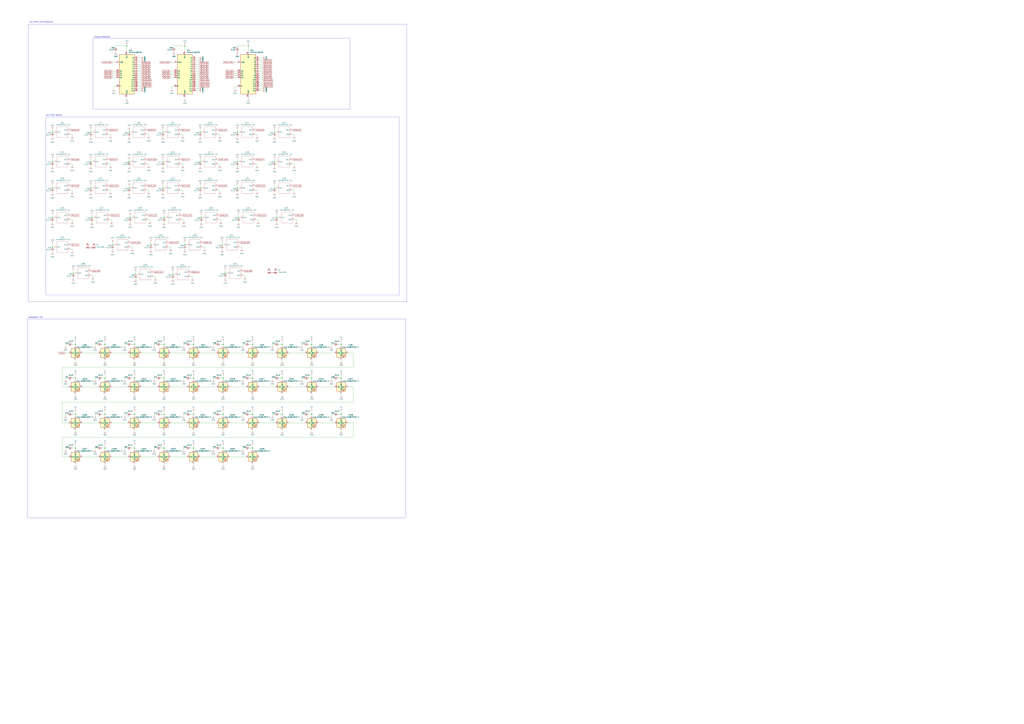
<source format=kicad_sch>
(kicad_sch (version 20250114) (generator "eeschema") (generator_version "9.0")
  (paper "A0")
  (rectangle (start 53.34 135.89) (end 463.55 342.9))
  (rectangle (start 107.95 44.45) (end 406.4 127))
  (rectangle (start 33.02 27.94) (end 472.44 350.52))
  (rectangle (start 31.75 370.84) (end 471.17 601.98))
  (text "Hall Effect and Multiplexors" (at 48.006 25.654 0) (effects (font (size 1.27 1.27))))
  (text "Analog Multilpexors" (at 118.364 42.926 0) (effects (font (size 1.27 1.27))))
  (text "Addressable LEDs" (at 41.402 368.808 0) (effects (font (size 1.27 1.27))))
  (text "Hall Effect Sensors" (at 62.738 133.858 0) (effects (font (size 1.27 1.27))))
  (junction (at 276.86 252.73))
  (junction (at 60.96 153.67))
  (junction (at 121.92 439.42))
  (junction (at 396.24 439.42))
  (junction (at 288.29 53.34))
  (junction (at 321.31 252.73))
  (junction (at 156.21 481.33))
  (junction (at 327.66 400.05))
  (junction (at 60.96 218.44))
  (junction (at 257.81 284.48))
  (junction (at 149.86 187.96))
  (junction (at 361.95 439.42))
  (junction (at 106.68 252.73))
  (junction (at 121.92 520.7))
  (junction (at 147.32 53.34))
  (junction (at 87.63 481.33))
  (junction (at 130.81 284.48))
  (junction (at 293.37 481.33))
  (junction (at 214.63 284.48))
  (junction (at 189.23 187.96))
  (junction (at 396.24 481.33))
  (junction (at 151.13 252.73))
  (junction (at 361.95 481.33))
  (junction (at 318.77 218.44))
  (junction (at 396.24 400.05))
  (junction (at 224.79 439.42))
  (junction (at 189.23 153.67))
  (junction (at 327.66 439.42))
  (junction (at 60.96 252.73))
  (junction (at 189.23 218.44))
  (junction (at 156.21 439.42))
  (junction (at 233.68 252.73))
  (junction (at 149.86 153.67))
  (junction (at 149.86 218.44))
  (junction (at 121.92 481.33))
  (junction (at 275.59 187.96))
  (junction (at 259.08 400.05))
  (junction (at 105.41 187.96))
  (junction (at 85.09 317.5))
  (junction (at 200.66 318.77))
  (junction (at 327.66 481.33))
  (junction (at 87.63 439.42))
  (junction (at 190.5 400.05))
  (junction (at 261.62 317.5))
  (junction (at 224.79 481.33))
  (junction (at 60.96 187.96))
  (junction (at 87.63 400.05))
  (junction (at 259.08 439.42))
  (junction (at 224.79 400.05))
  (junction (at 275.59 153.67))
  (junction (at 190.5 252.73))
  (junction (at 87.63 520.7))
  (junction (at 156.21 520.7))
  (junction (at 105.41 153.67))
  (junction (at 232.41 153.67))
  (junction (at 275.59 218.44))
  (junction (at 318.77 187.96))
  (junction (at 157.48 318.77))
  (junction (at 293.37 400.05))
  (junction (at 121.92 400.05))
  (junction (at 259.08 520.7))
  (junction (at 156.21 400.05))
  (junction (at 318.77 153.67))
  (junction (at 190.5 520.7))
  (junction (at 293.37 439.42))
  (junction (at 232.41 218.44))
  (junction (at 361.95 400.05))
  (junction (at 190.5 481.33))
  (junction (at 293.37 520.7))
  (junction (at 224.79 520.7))
  (junction (at 232.41 187.96))
  (junction (at 259.08 481.33))
  (junction (at 105.41 218.44))
  (junction (at 190.5 439.42))
  (junction (at 175.26 284.48))
  (junction (at 214.63 53.34))
  (junction (at 60.96 287.02))
  (wire (pts (xy 72.39 530.86) (xy 72.39 508)))
  (wire (pts (xy 83.82 257.81) (xy 83.82 255.27)))
  (wire (pts (xy 85.09 317.5) (xy 87.63 317.5)))
  (wire (pts (xy 261.62 317.5) (xy 264.16 317.5)))
  (wire (pts (xy 60.96 287.02) (xy 63.5 287.02)))
  (wire (pts (xy 341.63 193.04) (xy 341.63 190.5)))
  (wire (pts (xy 232.41 449.58) (xy 251.46 449.58)))
  (wire (pts (xy 224.79 420.37) (xy 224.79 417.83)))
  (wire (pts (xy 163.83 105.41) (xy 160.02 105.41)))
  (wire (pts (xy 132.08 100.33) (xy 134.62 100.33)))
  (wire (pts (xy 83.82 400.05) (xy 87.63 400.05)))
  (wire (pts (xy 201.93 54.61) (xy 201.93 53.34)))
  (wire (pts (xy 163.83 67.31) (xy 160.02 67.31)))
  (wire (pts (xy 369.57 410.21) (xy 388.62 410.21)))
  (wire (pts (xy 396.24 396.24) (xy 396.24 400.05)))
  (wire (pts (xy 118.11 439.42) (xy 121.92 439.42)))
  (wire (pts (xy 384.81 439.42) (xy 387.35 439.42)))
  (wire (pts (xy 304.8 105.41) (xy 300.99 105.41)))
  (wire (pts (xy 201.93 53.34) (xy 214.63 53.34)))
  (wire (pts (xy 190.5 501.65) (xy 190.5 499.11)))
  (wire (pts (xy 87.63 516.89) (xy 87.63 520.7)))
  (wire (pts (xy 118.11 520.7) (xy 121.92 520.7)))
  (wire (pts (xy 144.78 520.7) (xy 147.32 520.7)))
  (wire (pts (xy 231.14 72.39) (xy 227.33 72.39)))
  (wire (pts (xy 275.59 53.34) (xy 288.29 53.34)))
  (wire (pts (xy 321.31 259.08) (xy 321.31 257.81)))
  (wire (pts (xy 172.72 156.21) (xy 170.18 156.21)))
  (wire (pts (xy 76.2 523.24) (xy 76.2 520.7)))
  (wire (pts (xy 396.24 459.74) (xy 396.24 457.2)))
  (wire (pts (xy 275.59 214.63) (xy 275.59 218.44)))
  (wire (pts (xy 410.21 410.21) (xy 403.86 410.21)))
  (wire (pts (xy 149.86 218.44) (xy 152.4 218.44)))
  (wire (pts (xy 275.59 184.15) (xy 275.59 187.96)))
  (wire (pts (xy 232.41 149.86) (xy 232.41 153.67)))
  (wire (pts (xy 275.59 187.96) (xy 278.13 187.96)))
  (wire (pts (xy 163.83 449.58) (xy 182.88 449.58)))
  (wire (pts (xy 198.12 289.56) (xy 198.12 287.02)))
  (wire (pts (xy 149.86 215.9) (xy 149.86 218.44)))
  (wire (pts (xy 149.86 187.96) (xy 152.4 187.96)))
  (wire (pts (xy 316.23 483.87) (xy 316.23 481.33)))
  (wire (pts (xy 151.13 252.73) (xy 153.67 252.73)))
  (wire (pts (xy 163.83 491.49) (xy 182.88 491.49)))
  (wire (pts (xy 304.8 82.55) (xy 300.99 82.55)))
  (wire (pts (xy 152.4 400.05) (xy 156.21 400.05)))
  (wire (pts (xy 189.23 149.86) (xy 189.23 153.67)))
  (wire (pts (xy 335.28 410.21) (xy 354.33 410.21)))
  (wire (pts (xy 396.24 400.05) (xy 396.24 402.59)))
  (wire (pts (xy 76.2 410.21) (xy 80.01 410.21)))
  (wire (pts (xy 224.79 396.24) (xy 224.79 400.05)))
  (wire (pts (xy 237.49 287.02) (xy 234.95 287.02)))
  (wire (pts (xy 156.21 439.42) (xy 156.21 441.96)))
  (wire (pts (xy 190.5 520.7) (xy 190.5 523.24)))
  (wire (pts (xy 327.66 501.65) (xy 327.66 499.11)))
  (wire (pts (xy 134.62 53.34) (xy 147.32 53.34)))
  (wire (pts (xy 83.82 255.27) (xy 81.28 255.27)))
  (wire (pts (xy 76.2 483.87) (xy 76.2 481.33)))
  (wire (pts (xy 60.96 259.08) (xy 60.96 257.81)))
  (wire (pts (xy 327.66 481.33) (xy 327.66 483.87)))
  (wire (pts (xy 293.37 439.42) (xy 293.37 441.96)))
  (wire (pts (xy 105.41 149.86) (xy 105.41 153.67)))
  (wire (pts (xy 60.96 248.92) (xy 60.96 252.73)))
  (wire (pts (xy 190.5 420.37) (xy 190.5 417.83)))
  (wire (pts (xy 85.09 323.85) (xy 85.09 322.58)))
  (wire (pts (xy 266.7 449.58) (xy 285.75 449.58)))
  (wire (pts (xy 259.08 439.42) (xy 259.08 441.96)))
  (wire (pts (xy 149.86 194.31) (xy 149.86 193.04)))
  (wire (pts (xy 259.08 520.7) (xy 259.08 523.24)))
  (wire (pts (xy 172.72 220.98) (xy 170.18 220.98)))
  (wire (pts (xy 231.14 87.63) (xy 227.33 87.63)))
  (wire (pts (xy 134.62 54.61) (xy 134.62 53.34)))
  (wire (pts (xy 105.41 194.31) (xy 105.41 193.04)))
  (wire (pts (xy 335.28 449.58) (xy 354.33 449.58)))
  (wire (pts (xy 257.81 290.83) (xy 257.81 289.56)))
  (wire (pts (xy 304.8 72.39) (xy 300.99 72.39)))
  (wire (pts (xy 60.96 149.86) (xy 60.96 153.67)))
  (wire (pts (xy 213.36 520.7) (xy 215.9 520.7)))
  (wire (pts (xy 213.36 439.42) (xy 215.9 439.42)))
  (wire (pts (xy 300.99 410.21) (xy 320.04 410.21)))
  (wire (pts (xy 358.14 481.33) (xy 361.95 481.33)))
  (wire (pts (xy 304.8 87.63) (xy 300.99 87.63)))
  (wire (pts (xy 87.63 481.33) (xy 87.63 483.87)))
  (wire (pts (xy 281.94 402.59) (xy 281.94 400.05)))
  (wire (pts (xy 213.36 400.05) (xy 215.9 400.05)))
  (wire (pts (xy 396.24 435.61) (xy 396.24 439.42)))
  (wire (pts (xy 189.23 187.96) (xy 191.77 187.96)))
  (wire (pts (xy 344.17 255.27) (xy 341.63 255.27)))
  (wire (pts (xy 121.92 520.7) (xy 121.92 523.24)))
  (wire (pts (xy 144.78 481.33) (xy 147.32 481.33)))
  (wire (pts (xy 410.21 491.49) (xy 403.86 491.49)))
  (wire (pts (xy 220.98 520.7) (xy 224.79 520.7)))
  (wire (pts (xy 214.63 53.34) (xy 214.63 59.69)))
  (wire (pts (xy 298.45 190.5) (xy 295.91 190.5)))
  (wire (pts (xy 83.82 220.98) (xy 81.28 220.98)))
  (wire (pts (xy 189.23 153.67) (xy 191.77 153.67)))
  (wire (pts (xy 153.67 287.02) (xy 151.13 287.02)))
  (wire (pts (xy 72.39 426.72) (xy 410.21 426.72)))
  (wire (pts (xy 304.8 80.01) (xy 300.99 80.01)))
  (wire (pts (xy 284.48 320.04) (xy 281.94 320.04)))
  (wire (pts (xy 256.54 257.81) (xy 256.54 255.27)))
  (wire (pts (xy 156.21 435.61) (xy 156.21 439.42)))
  (wire (pts (xy 199.39 104.14) (xy 199.39 100.33)))
  (wire (pts (xy 76.2 402.59) (xy 76.2 400.05)))
  (wire (pts (xy 60.96 194.31) (xy 60.96 193.04)))
  (wire (pts (xy 271.78 72.39) (xy 275.59 72.39)))
  (wire (pts (xy 147.32 53.34) (xy 147.32 59.69)))
  (wire (pts (xy 152.4 439.42) (xy 156.21 439.42)))
  (wire (pts (xy 231.14 95.25) (xy 227.33 95.25)))
  (wire (pts (xy 190.5 435.61) (xy 190.5 439.42)))
  (wire (pts (xy 288.29 52.07) (xy 288.29 53.34)))
  (wire (pts (xy 232.41 187.96) (xy 234.95 187.96)))
  (wire (pts (xy 105.41 214.63) (xy 105.41 218.44)))
  (wire (pts (xy 172.72 193.04) (xy 172.72 190.5)))
  (wire (pts (xy 198.12 530.86) (xy 217.17 530.86)))
  (wire (pts (xy 271.78 85.09) (xy 275.59 85.09)))
  (wire (pts (xy 289.56 481.33) (xy 293.37 481.33)))
  (wire (pts (xy 281.94 483.87) (xy 281.94 481.33)))
  (wire (pts (xy 259.08 400.05) (xy 259.08 402.59)))
  (wire (pts (xy 247.65 441.96) (xy 247.65 439.42)))
  (wire (pts (xy 369.57 449.58) (xy 388.62 449.58)))
  (wire (pts (xy 156.21 481.33) (xy 156.21 483.87)))
  (wire (pts (xy 318.77 224.79) (xy 318.77 223.52)))
  (wire (pts (xy 110.49 439.42) (xy 113.03 439.42)))
  (wire (pts (xy 198.12 87.63) (xy 201.93 87.63)))
  (wire (pts (xy 304.8 67.31) (xy 300.99 67.31)))
  (wire (pts (xy 106.68 252.73) (xy 109.22 252.73)))
  (wire (pts (xy 316.23 441.96) (xy 316.23 439.42)))
  (wire (pts (xy 327.66 435.61) (xy 327.66 439.42)))
  (wire (pts (xy 87.63 396.24) (xy 87.63 400.05)))
  (wire (pts (xy 163.83 95.25) (xy 160.02 95.25)))
  (wire (pts (xy 247.65 439.42) (xy 250.19 439.42)))
  (wire (pts (xy 198.12 85.09) (xy 201.93 85.09)))
  (wire (pts (xy 163.83 102.87) (xy 160.02 102.87)))
  (wire (pts (xy 232.41 153.67) (xy 234.95 153.67)))
  (wire (pts (xy 304.8 77.47) (xy 300.99 77.47)))
  (wire (pts (xy 201.93 60.96) (xy 201.93 59.69)))
  (wire (pts (xy 147.32 115.57) (xy 147.32 113.03)))
  (wire (pts (xy 179.07 400.05) (xy 181.61 400.05)))
  (wire (pts (xy 231.14 69.85) (xy 227.33 69.85)))
  (wire (pts (xy 318.77 153.67) (xy 321.31 153.67)))
  (wire (pts (xy 233.68 259.08) (xy 233.68 257.81)))
  (wire (pts (xy 392.43 439.42) (xy 396.24 439.42)))
  (wire (pts (xy 300.99 449.58) (xy 320.04 449.58)))
  (wire (pts (xy 110.49 481.33) (xy 113.03 481.33)))
  (wire (pts (xy 304.8 102.87) (xy 300.99 102.87)))
  (wire (pts (xy 231.14 97.79) (xy 227.33 97.79)))
  (wire (pts (xy 293.37 435.61) (xy 293.37 439.42)))
  (wire (pts (xy 361.95 439.42) (xy 361.95 441.96)))
  (wire (pts (xy 60.96 283.21) (xy 60.96 287.02)))
  (wire (pts (xy 190.5 252.73) (xy 193.04 252.73)))
  (wire (pts (xy 129.54 410.21) (xy 148.59 410.21)))
  (wire (pts (xy 190.5 400.05) (xy 190.5 402.59)))
  (wire (pts (xy 384.81 483.87) (xy 384.81 481.33)))
  (wire (pts (xy 350.52 483.87) (xy 350.52 481.33)))
  (wire (pts (xy 327.66 396.24) (xy 327.66 400.05)))
  (wire (pts (xy 87.63 439.42) (xy 87.63 441.96)))
  (wire (pts (xy 156.21 420.37) (xy 156.21 417.83)))
  (wire (pts (xy 156.21 396.24) (xy 156.21 400.05)))
  (wire (pts (xy 361.95 396.24) (xy 361.95 400.05)))
  (wire (pts (xy 271.78 90.17) (xy 275.59 90.17)))
  (wire (pts (xy 224.79 541.02) (xy 224.79 538.48)))
  (wire (pts (xy 281.94 523.24) (xy 281.94 520.7)))
  (wire (pts (xy 275.59 60.96) (xy 275.59 59.69)))
  (wire (pts (xy 173.99 255.27) (xy 171.45 255.27)))
  (wire (pts (xy 156.21 541.02) (xy 156.21 538.48)))
  (wire (pts (xy 247.65 520.7) (xy 250.19 520.7)))
  (wire (pts (xy 223.52 323.85) (xy 223.52 321.31)))
  (wire (pts (xy 130.81 87.63) (xy 134.62 87.63)))
  (wire (pts (xy 255.27 520.7) (xy 259.08 520.7)))
  (wire (pts (xy 130.81 284.48) (xy 133.35 284.48)))
  (wire (pts (xy 189.23 194.31) (xy 189.23 193.04)))
  (wire (pts (xy 232.41 218.44) (xy 234.95 218.44)))
  (wire (pts (xy 198.12 82.55) (xy 201.93 82.55)))
  (wire (pts (xy 293.37 501.65) (xy 293.37 499.11)))
  (wire (pts (xy 95.25 491.49) (xy 114.3 491.49)))
  (wire (pts (xy 289.56 439.42) (xy 293.37 439.42)))
  (wire (pts (xy 189.23 160.02) (xy 189.23 158.75)))
  (wire (pts (xy 198.12 410.21) (xy 217.17 410.21)))
  (wire (pts (xy 361.95 420.37) (xy 361.95 417.83)))
  (wire (pts (xy 350.52 441.96) (xy 350.52 439.42)))
  (wire (pts (xy 232.41 224.79) (xy 232.41 223.52)))
  (wire (pts (xy 83.82 190.5) (xy 81.28 190.5)))
  (wire (pts (xy 327.66 439.42) (xy 327.66 441.96)))
  (wire (pts (xy 214.63 290.83) (xy 214.63 289.56)))
  (wire (pts (xy 156.21 459.74) (xy 156.21 457.2)))
  (wire (pts (xy 327.66 477.52) (xy 327.66 481.33)))
  (wire (pts (xy 189.23 224.79) (xy 189.23 223.52)))
  (wire (pts (xy 156.21 520.7) (xy 156.21 523.24)))
  (wire (pts (xy 83.82 481.33) (xy 87.63 481.33)))
  (wire (pts (xy 213.36 523.24) (xy 213.36 520.7)))
  (wire (pts (xy 224.79 439.42) (xy 224.79 441.96)))
  (wire (pts (xy 163.83 69.85) (xy 160.02 69.85)))
  (wire (pts (xy 212.09 193.04) (xy 212.09 190.5)))
  (wire (pts (xy 231.14 92.71) (xy 227.33 92.71)))
  (wire (pts (xy 304.8 95.25) (xy 300.99 95.25)))
  (wire (pts (xy 180.34 323.85) (xy 180.34 321.31)))
  (wire (pts (xy 224.79 435.61) (xy 224.79 439.42)))
  (wire (pts (xy 304.8 69.85) (xy 300.99 69.85)))
  (wire (pts (xy 323.85 439.42) (xy 327.66 439.42)))
  (wire (pts (xy 186.69 439.42) (xy 190.5 439.42)))
  (wire (pts (xy 316.23 402.59) (xy 316.23 400.05)))
  (wire (pts (xy 410.21 508) (xy 410.21 491.49)))
  (wire (pts (xy 130.81 290.83) (xy 130.81 289.56)))
  (wire (pts (xy 121.92 396.24) (xy 121.92 400.05)))
  (wire (pts (xy 318.77 160.02) (xy 318.77 158.75)))
  (wire (pts (xy 212.09 190.5) (xy 209.55 190.5)))
  (wire (pts (xy 163.83 82.55) (xy 160.02 82.55)))
  (wire (pts (xy 163.83 100.33) (xy 160.02 100.33)))
  (wire (pts (xy 214.63 115.57) (xy 214.63 113.03)))
  (wire (pts (xy 255.27 481.33) (xy 259.08 481.33)))
  (wire (pts (xy 316.23 400.05) (xy 318.77 400.05)))
  (wire (pts (xy 83.82 156.21) (xy 81.28 156.21)))
  (wire (pts (xy 321.31 252.73) (xy 323.85 252.73)))
  (wire (pts (xy 95.25 410.21) (xy 114.3 410.21)))
  (wire (pts (xy 341.63 156.21) (xy 339.09 156.21)))
  (wire (pts (xy 255.27 156.21) (xy 252.73 156.21)))
  (wire (pts (xy 107.95 322.58) (xy 107.95 320.04)))
  (wire (pts (xy 232.41 184.15) (xy 232.41 187.96)))
  (wire (pts (xy 110.49 523.24) (xy 110.49 520.7)))
  (wire (pts (xy 212.09 223.52) (xy 212.09 220.98)))
  (wire (pts (xy 318.77 214.63) (xy 318.77 218.44)))
  (wire (pts (xy 60.96 153.67) (xy 63.5 153.67)))
  (wire (pts (xy 232.41 194.31) (xy 232.41 193.04)))
  (wire (pts (xy 163.83 74.93) (xy 160.02 74.93)))
  (wire (pts (xy 213.36 441.96) (xy 213.36 439.42)))
  (wire (pts (xy 396.24 477.52) (xy 396.24 481.33)))
  (wire (pts (xy 121.92 481.33) (xy 121.92 483.87)))
  (wire (pts (xy 118.11 481.33) (xy 121.92 481.33)))
  (wire (pts (xy 304.8 90.17) (xy 300.99 90.17)))
  (wire (pts (xy 130.81 90.17) (xy 134.62 90.17)))
  (wire (pts (xy 304.8 100.33) (xy 300.99 100.33)))
  (wire (pts (xy 121.92 439.42) (xy 121.92 441.96)))
  (wire (pts (xy 179.07 523.24) (xy 179.07 520.7)))
  (wire (pts (xy 190.5 259.08) (xy 190.5 257.81)))
  (wire (pts (xy 247.65 523.24) (xy 247.65 520.7)))
  (wire (pts (xy 80.01 449.58) (xy 72.39 449.58)))
  (wire (pts (xy 129.54 257.81) (xy 129.54 255.27)))
  (wire (pts (xy 186.69 400.05) (xy 190.5 400.05)))
  (wire (pts (xy 76.2 441.96) (xy 76.2 439.42)))
  (wire (pts (xy 212.09 158.75) (xy 212.09 156.21)))
  (wire (pts (xy 350.52 439.42) (xy 353.06 439.42)))
  (wire (pts (xy 255.27 158.75) (xy 255.27 156.21)))
  (wire (pts (xy 259.08 396.24) (xy 259.08 400.05)))
  (wire (pts (xy 200.66 325.12) (xy 200.66 323.85)))
  (wire (pts (xy 214.63 280.67) (xy 214.63 284.48)))
  (wire (pts (xy 271.78 87.63) (xy 275.59 87.63)))
  (wire (pts (xy 213.36 257.81) (xy 213.36 255.27)))
  (wire (pts (xy 232.41 530.86) (xy 251.46 530.86)))
  (wire (pts (xy 220.98 439.42) (xy 224.79 439.42)))
  (wire (pts (xy 151.13 250.19) (xy 151.13 252.73)))
  (wire (pts (xy 172.72 190.5) (xy 170.18 190.5)))
  (wire (pts (xy 231.14 67.31) (xy 227.33 67.31)))
  (wire (pts (xy 341.63 223.52) (xy 341.63 220.98)))
  (wire (pts (xy 149.86 160.02) (xy 149.86 158.75)))
  (wire (pts (xy 281.94 441.96) (xy 281.94 439.42)))
  (wire (pts (xy 247.65 400.05) (xy 250.19 400.05)))
  (wire (pts (xy 257.81 280.67) (xy 257.81 284.48)))
  (wire (pts (xy 212.09 220.98) (xy 209.55 220.98)))
  (wire (pts (xy 410.21 449.58) (xy 410.21 467.36)))
  (wire (pts (xy 60.96 224.79) (xy 60.96 223.52)))
  (wire (pts (xy 179.07 441.96) (xy 179.07 439.42)))
  (wire (pts (xy 220.98 481.33) (xy 224.79 481.33)))
  (wire (pts (xy 255.27 190.5) (xy 252.73 190.5)))
  (wire (pts (xy 304.8 85.09) (xy 300.99 85.09)))
  (wire (pts (xy 128.27 193.04) (xy 128.27 190.5)))
  (wire (pts (xy 231.14 85.09) (xy 227.33 85.09)))
  (wire (pts (xy 213.36 481.33) (xy 215.9 481.33)))
  (wire (pts (xy 149.86 185.42) (xy 149.86 187.96)))
  (wire (pts (xy 247.65 402.59) (xy 247.65 400.05)))
  (wire (pts (xy 358.14 400.05) (xy 361.95 400.05)))
  (wire (pts (xy 256.54 255.27) (xy 254 255.27)))
  (wire (pts (xy 276.86 252.73) (xy 279.4 252.73)))
  (wire (pts (xy 189.23 184.15) (xy 189.23 187.96)))
  (wire (pts (xy 76.2 520.7) (xy 78.74 520.7)))
  (wire (pts (xy 106.68 248.92) (xy 106.68 252.73)))
  (wire (pts (xy 293.37 520.7) (xy 293.37 523.24)))
  (wire (pts (xy 179.07 481.33) (xy 181.61 481.33)))
  (wire (pts (xy 95.25 449.58) (xy 114.3 449.58)))
  (wire (pts (xy 224.79 400.05) (xy 224.79 402.59)))
  (wire (pts (xy 110.49 402.59) (xy 110.49 400.05)))
  (wire (pts (xy 200.66 318.77) (xy 203.2 318.77)))
  (wire (pts (xy 304.8 74.93) (xy 300.99 74.93)))
  (wire (pts (xy 179.07 483.87) (xy 179.07 481.33)))
  (wire (pts (xy 144.78 400.05) (xy 147.32 400.05)))
  (wire (pts (xy 266.7 491.49) (xy 285.75 491.49)))
  (wire (pts (xy 128.27 156.21) (xy 125.73 156.21)))
  (wire (pts (xy 318.77 218.44) (xy 321.31 218.44)))
  (wire (pts (xy 163.83 77.47) (xy 160.02 77.47)))
  (wire (pts (xy 341.63 220.98) (xy 339.09 220.98)))
  (wire (pts (xy 273.05 104.14) (xy 273.05 100.33)))
  (wire (pts (xy 281.94 520.7) (xy 284.48 520.7)))
  (wire (pts (xy 298.45 156.21) (xy 295.91 156.21)))
  (wire (pts (xy 190.5 481.33) (xy 190.5 483.87)))
  (wire (pts (xy 323.85 481.33) (xy 327.66 481.33)))
  (wire (pts (xy 121.92 459.74) (xy 121.92 457.2)))
  (wire (pts (xy 130.81 281.94) (xy 130.81 284.48)))
  (wire (pts (xy 213.36 402.59) (xy 213.36 400.05)))
  (wire (pts (xy 121.92 400.05) (xy 121.92 402.59)))
  (wire (pts (xy 76.2 439.42) (xy 78.74 439.42)))
  (wire (pts (xy 327.66 459.74) (xy 327.66 457.2)))
  (wire (pts (xy 350.52 481.33) (xy 353.06 481.33)))
  (wire (pts (xy 259.08 435.61) (xy 259.08 439.42)))
  (wire (pts (xy 163.83 80.01) (xy 160.02 80.01)))
  (wire (pts (xy 300.99 491.49) (xy 320.04 491.49)))
  (wire (pts (xy 316.23 481.33) (xy 318.77 481.33)))
  (wire (pts (xy 403.86 449.58) (xy 410.21 449.58)))
  (wire (pts (xy 121.92 501.65) (xy 121.92 499.11)))
  (wire (pts (xy 318.77 184.15) (xy 318.77 187.96)))
  (wire (pts (xy 163.83 90.17) (xy 160.02 90.17)))
  (wire (pts (xy 299.72 257.81) (xy 299.72 255.27)))
  (wire (pts (xy 237.49 289.56) (xy 237.49 287.02)))
  (wire (pts (xy 60.96 187.96) (xy 63.5 187.96)))
  (wire (pts (xy 105.41 184.15) (xy 105.41 187.96)))
  (wire (pts (xy 259.08 459.74) (xy 259.08 457.2)))
  (wire (pts (xy 361.95 477.52) (xy 361.95 481.33)))
  (wire (pts (xy 190.5 439.42) (xy 190.5 441.96)))
  (wire (pts (xy 190.5 396.24) (xy 190.5 400.05)))
  (wire (pts (xy 358.14 439.42) (xy 361.95 439.42)))
  (wire (pts (xy 175.26 290.83) (xy 175.26 289.56)))
  (wire (pts (xy 156.21 400.05) (xy 156.21 402.59)))
  (wire (pts (xy 247.65 483.87) (xy 247.65 481.33)))
  (wire (pts (xy 83.82 520.7) (xy 87.63 520.7)))
  (wire (pts (xy 83.82 289.56) (xy 81.28 289.56)))
  (wire (pts (xy 213.36 483.87) (xy 213.36 481.33)))
  (wire (pts (xy 281.94 439.42) (xy 284.48 439.42)))
  (wire (pts (xy 281.94 481.33) (xy 284.48 481.33)))
  (wire (pts (xy 149.86 151.13) (xy 149.86 153.67)))
  (wire (pts (xy 105.41 224.79) (xy 105.41 223.52)))
  (wire (pts (xy 224.79 520.7) (xy 224.79 523.24)))
  (wire (pts (xy 361.95 501.65) (xy 361.95 499.11)))
  (wire (pts (xy 288.29 115.57) (xy 288.29 113.03)))
  (wire (pts (xy 156.21 501.65) (xy 156.21 499.11)))
  (wire (pts (xy 163.83 530.86) (xy 182.88 530.86)))
  (wire (pts (xy 224.79 516.89) (xy 224.79 520.7)))
  (wire (pts (xy 80.01 530.86) (xy 72.39 530.86)))
  (wire (pts (xy 129.54 530.86) (xy 148.59 530.86)))
  (wire (pts (xy 299.72 255.27) (xy 297.18 255.27)))
  (wire (pts (xy 175.26 284.48) (xy 177.8 284.48)))
  (wire (pts (xy 293.37 516.89) (xy 293.37 520.7)))
  (wire (pts (xy 144.78 441.96) (xy 144.78 439.42)))
  (wire (pts (xy 163.83 87.63) (xy 160.02 87.63)))
  (wire (pts (xy 87.63 420.37) (xy 87.63 417.83)))
  (wire (pts (xy 105.41 187.96) (xy 107.95 187.96)))
  (wire (pts (xy 157.48 314.96) (xy 157.48 318.77)))
  (wire (pts (xy 361.95 435.61) (xy 361.95 439.42)))
  (wire (pts (xy 293.37 420.37) (xy 293.37 417.83)))
  (wire (pts (xy 105.41 218.44) (xy 107.95 218.44)))
  (wire (pts (xy 149.86 224.79) (xy 149.86 223.52)))
  (wire (pts (xy 318.77 194.31) (xy 318.77 193.04)))
  (wire (pts (xy 157.48 325.12) (xy 157.48 323.85)))
  (wire (pts (xy 293.37 400.05) (xy 293.37 402.59)))
  (wire (pts (xy 147.32 52.07) (xy 147.32 53.34)))
  (wire (pts (xy 335.28 491.49) (xy 354.33 491.49)))
  (wire (pts (xy 275.59 194.31) (xy 275.59 193.04)))
  (wire (pts (xy 384.81 441.96) (xy 384.81 439.42)))
  (wire (pts (xy 156.21 516.89) (xy 156.21 520.7)))
  (wire (pts (xy 327.66 400.05) (xy 327.66 402.59)))
  (wire (pts (xy 369.57 491.49) (xy 388.62 491.49)))
  (wire (pts (xy 284.48 322.58) (xy 284.48 320.04)))
  (wire (pts (xy 87.63 435.61) (xy 87.63 439.42)))
  (wire (pts (xy 172.72 223.52) (xy 172.72 220.98)))
  (wire (pts (xy 190.5 477.52) (xy 190.5 481.33)))
  (wire (pts (xy 118.11 400.05) (xy 121.92 400.05)))
  (wire (pts (xy 157.48 318.77) (xy 160.02 318.77)))
  (wire (pts (xy 396.24 501.65) (xy 396.24 499.11)))
  (wire (pts (xy 257.81 284.48) (xy 260.35 284.48)))
  (wire (pts (xy 121.92 420.37) (xy 121.92 417.83)))
  (wire (pts (xy 275.59 149.86) (xy 275.59 153.67)))
  (wire (pts (xy 83.82 158.75) (xy 83.82 156.21)))
  (wire (pts (xy 153.67 289.56) (xy 153.67 287.02)))
  (wire (pts (xy 87.63 477.52) (xy 87.63 481.33)))
  (wire (pts (xy 105.41 153.67) (xy 107.95 153.67)))
  (wire (pts (xy 344.17 257.81) (xy 344.17 255.27)))
  (wire (pts (xy 232.41 160.02) (xy 232.41 158.75)))
  (wire (pts (xy 318.77 149.86) (xy 318.77 153.67)))
  (wire (pts (xy 95.25 530.86) (xy 114.3 530.86)))
  (wire (pts (xy 163.83 92.71) (xy 160.02 92.71)))
  (wire (pts (xy 341.63 190.5) (xy 339.09 190.5)))
  (wire (pts (xy 298.45 220.98) (xy 295.91 220.98)))
  (wire (pts (xy 231.14 105.41) (xy 227.33 105.41)))
  (wire (pts (xy 60.96 293.37) (xy 60.96 292.1)))
  (wire (pts (xy 281.94 400.05) (xy 284.48 400.05)))
  (wire (pts (xy 293.37 541.02) (xy 293.37 538.48)))
  (wire (pts (xy 231.14 102.87) (xy 227.33 102.87)))
  (wire (pts (xy 289.56 520.7) (xy 293.37 520.7)))
  (wire (pts (xy 186.69 520.7) (xy 190.5 520.7)))
  (wire (pts (xy 361.95 481.33) (xy 361.95 483.87)))
  (wire (pts (xy 199.39 100.33) (xy 201.93 100.33)))
  (wire (pts (xy 128.27 223.52) (xy 128.27 220.98)))
  (wire (pts (xy 121.92 435.61) (xy 121.92 439.42)))
  (wire (pts (xy 275.59 218.44) (xy 278.13 218.44)))
  (wire (pts (xy 129.54 491.49) (xy 148.59 491.49)))
  (wire (pts (xy 275.59 224.79) (xy 275.59 223.52)))
  (wire (pts (xy 163.83 85.09) (xy 160.02 85.09)))
  (wire (pts (xy 275.59 160.02) (xy 275.59 158.75)))
  (wire (pts (xy 144.78 402.59) (xy 144.78 400.05)))
  (wire (pts (xy 384.81 481.33) (xy 387.35 481.33)))
  (wire (pts (xy 144.78 483.87) (xy 144.78 481.33)))
  (wire (pts (xy 128.27 220.98) (xy 125.73 220.98)))
  (wire (pts (xy 179.07 439.42) (xy 181.61 439.42)))
  (wire (pts (xy 152.4 481.33) (xy 156.21 481.33)))
  (wire (pts (xy 144.78 439.42) (xy 147.32 439.42)))
  (wire (pts (xy 186.69 481.33) (xy 190.5 481.33)))
  (wire (pts (xy 72.39 491.49) (xy 80.01 491.49)))
  (wire (pts (xy 220.98 400.05) (xy 224.79 400.05)))
  (wire (pts (xy 247.65 481.33) (xy 250.19 481.33)))
  (wire (pts (xy 396.24 439.42) (xy 396.24 441.96)))
  (wire (pts (xy 156.21 477.52) (xy 156.21 481.33)))
  (wire (pts (xy 175.26 280.67) (xy 175.26 284.48)))
  (wire (pts (xy 121.92 541.02) (xy 121.92 538.48)))
  (wire (pts (xy 132.08 104.14) (xy 132.08 100.33)))
  (wire (pts (xy 410.21 467.36) (xy 72.39 467.36)))
  (wire (pts (xy 106.68 259.08) (xy 106.68 257.81)))
  (wire (pts (xy 189.23 214.63) (xy 189.23 218.44)))
  (wire (pts (xy 72.39 508) (xy 410.21 508)))
  (wire (pts (xy 198.12 90.17) (xy 201.93 90.17)))
  (wire (pts (xy 76.2 400.05) (xy 78.74 400.05)))
  (wire (pts (xy 190.5 516.89) (xy 190.5 520.7)))
  (wire (pts (xy 275.59 54.61) (xy 275.59 53.34)))
  (wire (pts (xy 129.54 255.27) (xy 127 255.27)))
  (wire (pts (xy 280.67 289.56) (xy 280.67 287.02)))
  (wire (pts (xy 151.13 259.08) (xy 151.13 257.81)))
  (wire (pts (xy 304.8 92.71) (xy 300.99 92.71)))
  (wire (pts (xy 323.85 400.05) (xy 327.66 400.05)))
  (wire (pts (xy 163.83 410.21) (xy 182.88 410.21)))
  (wire (pts (xy 134.62 60.96) (xy 134.62 59.69)))
  (wire (pts (xy 318.77 187.96) (xy 321.31 187.96)))
  (wire (pts (xy 275.59 153.67) (xy 278.13 153.67)))
  (wire (pts (xy 271.78 82.55) (xy 275.59 82.55)))
  (wire (pts (xy 173.99 257.81) (xy 173.99 255.27)))
  (wire (pts (xy 60.96 214.63) (xy 60.96 218.44)))
  (wire (pts (xy 212.09 156.21) (xy 209.55 156.21)))
  (wire (pts (xy 233.68 248.92) (xy 233.68 252.73)))
  (wire (pts (xy 121.92 516.89) (xy 121.92 520.7)))
  (wire (pts (xy 107.95 320.04) (xy 105.41 320.04)))
  (wire (pts (xy 410.21 426.72) (xy 410.21 410.21)))
  (wire (pts (xy 341.63 158.75) (xy 341.63 156.21)))
  (wire (pts (xy 232.41 491.49) (xy 251.46 491.49)))
  (wire (pts (xy 163.83 72.39) (xy 160.02 72.39)))
  (wire (pts (xy 110.49 483.87) (xy 110.49 481.33)))
  (wire (pts (xy 83.82 439.42) (xy 87.63 439.42)))
  (wire (pts (xy 289.56 400.05) (xy 293.37 400.05)))
  (wire (pts (xy 172.72 158.75) (xy 172.72 156.21)))
  (wire (pts (xy 396.24 420.37) (xy 396.24 417.83)))
  (wire (pts (xy 232.41 410.21) (xy 251.46 410.21)))
  (wire (pts (xy 87.63 501.65) (xy 87.63 499.11)))
  (wire (pts (xy 261.62 313.69) (xy 261.62 317.5)))
  (wire (pts (xy 259.08 516.89) (xy 259.08 520.7)))
  (wire (pts (xy 361.95 400.05) (xy 361.95 402.59)))
  (wire (pts (xy 213.36 255.27) (xy 210.82 255.27)))
  (wire (pts (xy 121.92 477.52) (xy 121.92 481.33)))
  (wire (pts (xy 259.08 481.33) (xy 259.08 483.87)))
  (wire (pts (xy 232.41 214.63) (xy 232.41 218.44)))
  (wire (pts (xy 128.27 158.75) (xy 128.27 156.21)))
  (wire (pts (xy 83.82 193.04) (xy 83.82 190.5)))
  (wire (pts (xy 224.79 481.33) (xy 224.79 483.87)))
  (wire (pts (xy 72.39 467.36) (xy 72.39 491.49)))
  (wire (pts (xy 327.66 420.37) (xy 327.66 417.83)))
  (wire (pts (xy 361.95 459.74) (xy 361.95 457.2)))
  (wire (pts (xy 298.45 158.75) (xy 298.45 156.21)))
  (wire (pts (xy 87.63 541.02) (xy 87.63 538.48)))
  (wire (pts (xy 261.62 323.85) (xy 261.62 322.58)))
  (wire (pts (xy 144.78 523.24) (xy 144.78 520.7)))
  (wire (pts (xy 259.08 420.37) (xy 259.08 417.83)))
  (wire (pts (xy 60.96 218.44) (xy 63.5 218.44)))
  (wire (pts (xy 179.07 520.7) (xy 181.61 520.7)))
  (wire (pts (xy 179.07 402.59) (xy 179.07 400.05)))
  (wire (pts (xy 231.14 90.17) (xy 227.33 90.17)))
  (wire (pts (xy 76.2 481.33) (xy 78.74 481.33)))
  (wire (pts (xy 276.86 248.92) (xy 276.86 252.73)))
  (wire (pts (xy 190.5 248.92) (xy 190.5 252.73)))
  (wire (pts (xy 293.37 477.52) (xy 293.37 481.33)))
  (wire (pts (xy 298.45 223.52) (xy 298.45 220.98)))
  (wire (pts (xy 149.86 153.67) (xy 152.4 153.67)))
  (wire (pts (xy 231.14 100.33) (xy 227.33 100.33)))
  (wire (pts (xy 233.68 252.73) (xy 236.22 252.73)))
  (wire (pts (xy 83.82 223.52) (xy 83.82 220.98)))
  (wire (pts (xy 152.4 520.7) (xy 156.21 520.7)))
  (wire (pts (xy 60.96 184.15) (xy 60.96 187.96)))
  (wire (pts (xy 392.43 481.33) (xy 396.24 481.33)))
  (wire (pts (xy 304.8 97.79) (xy 300.99 97.79)))
  (wire (pts (xy 266.7 410.21) (xy 285.75 410.21)))
  (wire (pts (xy 198.12 449.58) (xy 217.17 449.58)))
  (wire (pts (xy 384.81 402.59) (xy 384.81 400.05)))
  (wire (pts (xy 259.08 541.02) (xy 259.08 538.48)))
  (wire (pts (xy 198.12 491.49) (xy 217.17 491.49)))
  (wire (pts (xy 198.12 72.39) (xy 201.93 72.39)))
  (wire (pts (xy 214.63 284.48) (xy 217.17 284.48)))
  (wire (pts (xy 255.27 223.52) (xy 255.27 220.98)))
  (wire (pts (xy 60.96 252.73) (xy 63.5 252.73)))
  (wire (pts (xy 189.23 218.44) (xy 191.77 218.44)))
  (wire (pts (xy 276.86 259.08) (xy 276.86 257.81)))
  (wire (pts (xy 231.14 77.47) (xy 227.33 77.47)))
  (wire (pts (xy 87.63 520.7) (xy 87.63 523.24)))
  (wire (pts (xy 60.96 160.02) (xy 60.96 158.75)))
  (wire (pts (xy 105.41 160.02) (xy 105.41 158.75)))
  (wire (pts (xy 350.52 402.59) (xy 350.52 400.05)))
  (wire (pts (xy 130.81 72.39) (xy 134.62 72.39)))
  (wire (pts (xy 231.14 74.93) (xy 227.33 74.93)))
  (wire (pts (xy 87.63 459.74) (xy 87.63 457.2)))
  (wire (pts (xy 190.5 459.74) (xy 190.5 457.2)))
  (wire (pts (xy 130.81 82.55) (xy 134.62 82.55)))
  (wire (pts (xy 180.34 321.31) (xy 177.8 321.31)))
  (wire (pts (xy 280.67 287.02) (xy 278.13 287.02)))
  (wire (pts (xy 259.08 501.65) (xy 259.08 499.11)))
  (wire (pts (xy 198.12 287.02) (xy 195.58 287.02)))
  (wire (pts (xy 224.79 477.52) (xy 224.79 481.33)))
  (wire (pts (xy 288.29 53.34) (xy 288.29 59.69)))
  (wire (pts (xy 214.63 52.07) (xy 214.63 53.34)))
  (wire (pts (xy 255.27 193.04) (xy 255.27 190.5)))
  (wire (pts (xy 266.7 530.86) (xy 285.75 530.86)))
  (wire (pts (xy 255.27 220.98) (xy 252.73 220.98)))
  (wire (pts (xy 223.52 321.31) (xy 220.98 321.31)))
  (wire (pts (xy 255.27 400.05) (xy 259.08 400.05)))
  (wire (pts (xy 72.39 449.58) (xy 72.39 426.72)))
  (wire (pts (xy 110.49 441.96) (xy 110.49 439.42)))
  (wire (pts (xy 130.81 85.09) (xy 134.62 85.09)))
  (wire (pts (xy 321.31 248.92) (xy 321.31 252.73)))
  (wire (pts (xy 231.14 82.55) (xy 227.33 82.55)))
  (wire (pts (xy 293.37 481.33) (xy 293.37 483.87)))
  (wire (pts (xy 85.09 313.69) (xy 85.09 317.5)))
  (wire (pts (xy 200.66 314.96) (xy 200.66 318.77)))
  (wire (pts (xy 293.37 396.24) (xy 293.37 400.05)))
  (wire (pts (xy 83.82 292.1) (xy 83.82 289.56)))
  (wire (pts (xy 350.52 400.05) (xy 353.06 400.05)))
  (wire (pts (xy 224.79 501.65) (xy 224.79 499.11)))
  (wire (pts (xy 224.79 459.74) (xy 224.79 457.2)))
  (wire (pts (xy 87.63 400.05) (xy 87.63 402.59)))
  (wire (pts (xy 231.14 80.01) (xy 227.33 80.01)))
  (wire (pts (xy 110.49 400.05) (xy 113.03 400.05)))
  (wire (pts (xy 259.08 477.52) (xy 259.08 481.33)))
  (wire (pts (xy 293.37 459.74) (xy 293.37 457.2)))
  (wire (pts (xy 316.23 439.42) (xy 318.77 439.42)))
  (wire (pts (xy 298.45 193.04) (xy 298.45 190.5)))
  (wire (pts (xy 110.49 520.7) (xy 113.03 520.7)))
  (wire (pts (xy 128.27 190.5) (xy 125.73 190.5)))
  (wire (pts (xy 190.5 541.02) (xy 190.5 538.48)))
  (wire (pts (xy 163.83 97.79) (xy 160.02 97.79)))
  (wire (pts (xy 396.24 481.33) (xy 396.24 483.87)))
  (wire (pts (xy 392.43 400.05) (xy 396.24 400.05)))
  (wire (pts (xy 255.27 439.42) (xy 259.08 439.42)))
  (wire (pts (xy 129.54 449.58) (xy 148.59 449.58)))
  (wire (pts (xy 384.81 400.05) (xy 387.35 400.05)))
  (wire (pts (xy 273.05 100.33) (xy 275.59 100.33)))
  (global_label "LED_D" (shape input) (at 76.2 410.21 180) (property "Intersheetrefs" "${INTERSHEET_REFS}" (effects (hide yes))))
  (global_label "MUX0_A6" (shape input) (at 252.73 215.9 0) (property "Intersheetrefs" "${INTERSHEET_REFS}" (effects (hide yes))))
  (global_label "MUX2_A2" (shape input) (at 304.8 72.39 0) (property "Intersheetrefs" "${INTERSHEET_REFS}" (effects (hide yes))))
  (global_label "MUX1_A6" (shape input) (at 170.18 215.9 0) (property "Intersheetrefs" "${INTERSHEET_REFS}" (effects (hide yes))))
  (global_label "MUX2_A3" (shape input) (at 81.28 151.13 0) (property "Intersheetrefs" "${INTERSHEET_REFS}" (effects (hide yes))))
  (global_label "MUX1_A10" (shape input) (at 252.73 185.42 0) (property "Intersheetrefs" "${INTERSHEET_REFS}" (effects (hide yes))))
  (global_label "MUX2_A2" (shape input) (at 125.73 151.13 0) (property "Intersheetrefs" "${INTERSHEET_REFS}" (effects (hide yes))))
  (global_label "MUX_S0" (shape input) (at 130.81 82.55 180) (property "Intersheetrefs" "${INTERSHEET_REFS}" (effects (hide yes))))
  (global_label "MUX1_A12" (shape input) (at 231.14 97.79 0) (property "Intersheetrefs" "${INTERSHEET_REFS}" (effects (hide yes))))
  (global_label "MUX_S2" (shape input) (at 130.81 87.63 180) (property "Intersheetrefs" "${INTERSHEET_REFS}" (effects (hide yes))))
  (global_label "MUX2_A9" (shape input) (at 105.41 314.96 0) (property "Intersheetrefs" "${INTERSHEET_REFS}" (effects (hide yes))))
  (global_label "MUX_S0" (shape input) (at 198.12 82.55 180) (property "Intersheetrefs" "${INTERSHEET_REFS}" (effects (hide yes))))
  (global_label "MUX0_A6" (shape input) (at 163.83 82.55 0) (property "Intersheetrefs" "${INTERSHEET_REFS}" (effects (hide yes))))
  (global_label "MUX2_A4" (shape input) (at 304.8 77.47 0) (property "Intersheetrefs" "${INTERSHEET_REFS}" (effects (hide yes))))
  (global_label "MUX0_A12" (shape input) (at 163.83 97.79 0) (property "Intersheetrefs" "${INTERSHEET_REFS}" (effects (hide yes))))
  (global_label "MUX0_A8" (shape input) (at 163.83 87.63 0) (property "Intersheetrefs" "${INTERSHEET_REFS}" (effects (hide yes))))
  (global_label "MUX0_A5" (shape input) (at 254 250.19 0) (property "Intersheetrefs" "${INTERSHEET_REFS}" (effects (hide yes))))
  (global_label "MUX2_A6" (shape input) (at 304.8 82.55 0) (property "Intersheetrefs" "${INTERSHEET_REFS}" (effects (hide yes))))
  (global_label "MUX0_A10" (shape input) (at 278.13 281.94 0) (property "Intersheetrefs" "${INTERSHEET_REFS}" (effects (hide yes))))
  (global_label "MUX0_A13" (shape input) (at 163.83 100.33 0) (property "Intersheetrefs" "${INTERSHEET_REFS}" (effects (hide yes))))
  (global_label "MUX1_A4" (shape input) (at 231.14 77.47 0) (property "Intersheetrefs" "${INTERSHEET_REFS}" (effects (hide yes))))
  (global_label "MUX1_A13" (shape input) (at 231.14 100.33 0) (property "Intersheetrefs" "${INTERSHEET_REFS}" (effects (hide yes))))
  (global_label "MUX2_A9" (shape input) (at 304.8 90.17 0) (property "Intersheetrefs" "${INTERSHEET_REFS}" (effects (hide yes))))
  (global_label "MUX0_A4" (shape input) (at 220.98 316.23 0) (property "Intersheetrefs" "${INTERSHEET_REFS}" (effects (hide yes))))
  (global_label "MUX1_A2" (shape input) (at 231.14 72.39 0) (property "Intersheetrefs" "${INTERSHEET_REFS}" (effects (hide yes))))
  (global_label "MUX1_A12" (shape input) (at 151.13 281.94 0) (property "Intersheetrefs" "${INTERSHEET_REFS}" (effects (hide yes))))
  (global_label "MUX2_A11" (shape input) (at 304.8 95.25 0) (property "Intersheetrefs" "${INTERSHEET_REFS}" (effects (hide yes))))
  (global_label "MUX2_A5" (shape input) (at 81.28 215.9 0) (property "Intersheetrefs" "${INTERSHEET_REFS}" (effects (hide yes))))
  (global_label "MUX0_A12" (shape input) (at 297.18 250.19 0) (property "Intersheetrefs" "${INTERSHEET_REFS}" (effects (hide yes))))
  (global_label "MUX2_A11" (shape input) (at 177.8 316.23 0) (property "Intersheetrefs" "${INTERSHEET_REFS}" (effects (hide yes))))
  (global_label "MUX1_A7" (shape input) (at 231.14 85.09 0) (property "Intersheetrefs" "${INTERSHEET_REFS}" (effects (hide yes))))
  (global_label "MUX2_A6" (shape input) (at 81.28 185.42 0) (property "Intersheetrefs" "${INTERSHEET_REFS}" (effects (hide yes))))
  (global_label "MUX0_A7" (shape input) (at 295.91 185.42 0) (property "Intersheetrefs" "${INTERSHEET_REFS}" (effects (hide yes))))
  (global_label "MUX0_A10" (shape input) (at 163.83 92.71 0) (property "Intersheetrefs" "${INTERSHEET_REFS}" (effects (hide yes))))
  (global_label "MUX1_A9" (shape input) (at 209.55 215.9 0) (property "Intersheetrefs" "${INTERSHEET_REFS}" (effects (hide yes))))
  (global_label "MUX0_A9" (shape input) (at 234.95 281.94 0) (property "Intersheetrefs" "${INTERSHEET_REFS}" (effects (hide yes))))
  (global_label "MUX1_COM" (shape input) (at 198.12 72.39 180) (property "Intersheetrefs" "${INTERSHEET_REFS}" (effects (hide yes))))
  (global_label "MUX1_A7" (shape input) (at 209.55 185.42 0) (property "Intersheetrefs" "${INTERSHEET_REFS}" (effects (hide yes))))
  (global_label "MUX_S3" (shape input) (at 271.78 90.17 180) (property "Intersheetrefs" "${INTERSHEET_REFS}" (effects (hide yes))))
  (global_label "MUX1_A13" (shape input) (at 210.82 250.19 0) (property "Intersheetrefs" "${INTERSHEET_REFS}" (effects (hide yes))))
  (global_label "MUX_S1" (shape input) (at 271.78 85.09 180) (property "Intersheetrefs" "${INTERSHEET_REFS}" (effects (hide yes))))
  (global_label "MUX1_A11" (shape input) (at 231.14 95.25 0) (property "Intersheetrefs" "${INTERSHEET_REFS}" (effects (hide yes))))
  (global_label "MUX2_A3" (shape input) (at 304.8 74.93 0) (property "Intersheetrefs" "${INTERSHEET_REFS}" (effects (hide yes))))
  (global_label "MUX_S2" (shape input) (at 198.12 87.63 180) (property "Intersheetrefs" "${INTERSHEET_REFS}" (effects (hide yes))))
  (global_label "MUX0_A8" (shape input) (at 281.94 314.96 0) (property "Intersheetrefs" "${INTERSHEET_REFS}" (effects (hide yes))))
  (global_label "MUX_S2" (shape input) (at 271.78 87.63 180) (property "Intersheetrefs" "${INTERSHEET_REFS}" (effects (hide yes))))
  (global_label "MUX2_A10" (shape input) (at 170.18 185.42 0) (property "Intersheetrefs" "${INTERSHEET_REFS}" (effects (hide yes))))
  (global_label "MUX2_A7" (shape input) (at 125.73 185.42 0) (property "Intersheetrefs" "${INTERSHEET_REFS}" (effects (hide yes))))
  (global_label "MUX_S1" (shape input) (at 198.12 85.09 180) (property "Intersheetrefs" "${INTERSHEET_REFS}" (effects (hide yes))))
  (global_label "MUX0_A5" (shape input) (at 163.83 80.01 0) (property "Intersheetrefs" "${INTERSHEET_REFS}" (effects (hide yes))))
  (global_label "MUX2_A13" (shape input) (at 304.8 100.33 0) (property "Intersheetrefs" "${INTERSHEET_REFS}" (effects (hide yes))))
  (global_label "MUX2_A7" (shape input) (at 304.8 85.09 0) (property "Intersheetrefs" "${INTERSHEET_REFS}" (effects (hide yes))))
  (global_label "MUX1_A11" (shape input) (at 195.58 281.94 0) (property "Intersheetrefs" "${INTERSHEET_REFS}" (effects (hide yes))))
  (global_label "MUX2_A5" (shape input) (at 304.8 80.01 0) (property "Intersheetrefs" "${INTERSHEET_REFS}" (effects (hide yes))))
  (global_label "MUX2_A1" (shape input) (at 304.8 69.85 0) (property "Intersheetrefs" "${INTERSHEET_REFS}" (effects (hide yes))))
  (global_label "MUX2_A1" (shape input) (at 170.18 151.13 0) (property "Intersheetrefs" "${INTERSHEET_REFS}" (effects (hide yes))))
  (global_label "MUX0_A7" (shape input) (at 163.83 85.09 0) (property "Intersheetrefs" "${INTERSHEET_REFS}" (effects (hide yes))))
  (global_label "MUX0_A11" (shape input) (at 163.83 95.25 0) (property "Intersheetrefs" "${INTERSHEET_REFS}" (effects (hide yes))))
  (global_label "MUX0_A2" (shape input) (at 339.09 151.13 0) (property "Intersheetrefs" "${INTERSHEET_REFS}" (effects (hide yes))))
  (global_label "MUX1_A3" (shape input) (at 209.55 151.13 0) (property "Intersheetrefs" "${INTERSHEET_REFS}" (effects (hide yes))))
  (global_label "MUX0_A4" (shape input) (at 163.83 77.47 0) (property "Intersheetrefs" "${INTERSHEET_REFS}" (effects (hide yes))))
  (global_label "MUX1_A8" (shape input) (at 231.14 87.63 0) (property "Intersheetrefs" "${INTERSHEET_REFS}" (effects (hide yes))))
  (global_label "MUX_S0" (shape input) (at 271.78 82.55 180) (property "Intersheetrefs" "${INTERSHEET_REFS}" (effects (hide yes))))
  (global_label "MUX0_A2" (shape input) (at 163.83 72.39 0) (property "Intersheetrefs" "${INTERSHEET_REFS}" (effects (hide yes))))
  (global_label "MUX2_A10" (shape input) (at 304.8 92.71 0) (property "Intersheetrefs" "${INTERSHEET_REFS}" (effects (hide yes))))
  (global_label "MUX_S3" (shape input) (at 130.81 90.17 180) (property "Intersheetrefs" "${INTERSHEET_REFS}" (effects (hide yes))))
  (global_label "MUX2_A12" (shape input) (at 127 250.19 0) (property "Intersheetrefs" "${INTERSHEET_REFS}" (effects (hide yes))))
  (global_label "MUX1_A4" (shape input) (at 81.28 284.48 0) (property "Intersheetrefs" "${INTERSHEET_REFS}" (effects (hide yes))))
  (global_label "MUX0_COM" (shape input) (at 130.81 72.39 180) (property "Intersheetrefs" "${INTERSHEET_REFS}" (effects (hide yes))))
  (global_label "MUX1_A5" (shape input) (at 171.45 250.19 0) (property "Intersheetrefs" "${INTERSHEET_REFS}" (effects (hide yes))))
  (global_label "MUX1_A10" (shape input) (at 231.14 92.71 0) (property "Intersheetrefs" "${INTERSHEET_REFS}" (effects (hide yes))))
  (global_label "MUX_S1" (shape input) (at 130.81 85.09 180) (property "Intersheetrefs" "${INTERSHEET_REFS}" (effects (hide yes))))
  (global_label "MUX0_A13" (shape input) (at 295.91 215.9 0) (property "Intersheetrefs" "${INTERSHEET_REFS}" (effects (hide yes))))
  (global_label "MUX2_A12" (shape input) (at 304.8 97.79 0) (property "Intersheetrefs" "${INTERSHEET_REFS}" (effects (hide yes))))
  (global_label "MUX2_COM" (shape input) (at 271.78 72.39 180) (property "Intersheetrefs" "${INTERSHEET_REFS}" (effects (hide yes))))
  (global_label "MUX2_A8" (shape input) (at 341.63 250.19 0) (property "Intersheetrefs" "${INTERSHEET_REFS}" (effects (hide yes))))
  (global_label "MUX2_A13" (shape input) (at 125.73 215.9 0) (property "Intersheetrefs" "${INTERSHEET_REFS}" (effects (hide yes))))
  (global_label "MUX1_A6" (shape input) (at 231.14 82.55 0) (property "Intersheetrefs" "${INTERSHEET_REFS}" (effects (hide yes))))
  (global_label "MUX1_A3" (shape input) (at 231.14 74.93 0) (property "Intersheetrefs" "${INTERSHEET_REFS}" (effects (hide yes))))
  (global_label "MUX0_A3" (shape input) (at 163.83 74.93 0) (property "Intersheetrefs" "${INTERSHEET_REFS}" (effects (hide yes))))
  (global_label "MUX1_A8" (shape input) (at 339.09 215.9 0) (property "Intersheetrefs" "${INTERSHEET_REFS}" (effects (hide yes))))
  (global_label "MUX2_A4" (shape input) (at 81.28 250.19 0) (property "Intersheetrefs" "${INTERSHEET_REFS}" (effects (hide yes))))
  (global_label "MUX0_A11" (shape input) (at 339.09 185.42 0) (property "Intersheetrefs" "${INTERSHEET_REFS}" (effects (hide yes))))
  (global_label "MUX_S3" (shape input) (at 198.12 90.17 180) (property "Intersheetrefs" "${INTERSHEET_REFS}" (effects (hide yes))))
  (global_label "MUX1_A5" (shape input) (at 231.14 80.01 0) (property "Intersheetrefs" "${INTERSHEET_REFS}" (effects (hide yes))))
  (global_label "MUX0_A9" (shape input) (at 163.83 90.17 0) (property "Intersheetrefs" "${INTERSHEET_REFS}" (effects (hide yes))))
  (global_label "MUX0_A3" (shape input) (at 295.91 151.13 0) (property "Intersheetrefs" "${INTERSHEET_REFS}" (effects (hide yes))))
  (global_label "MUX1_A9" (shape input) (at 231.14 90.17 0) (property "Intersheetrefs" "${INTERSHEET_REFS}" (effects (hide yes))))
  (global_label "MUX1_A2" (shape input) (at 252.73 151.13 0) (property "Intersheetrefs" "${INTERSHEET_REFS}" (effects (hide yes))))
  (global_label "MUX2_A8" (shape input) (at 304.8 87.63 0) (property "Intersheetrefs" "${INTERSHEET_REFS}" (effects (hide yes))))
  (symbol (lib_name "AH49ENTR-G1_1") (lib_id "2025-08-31_02-50-57:AH49ENTR-G1") (at 102.87 217.17 0) (unit 1)
    (property "Reference" "U21" (at 116.586 207.264 0) (effects (font (size 1.524 1.524))))
    (property "Value" "AH49ENTR-G1" (at 117.856 209.804 0) (effects (font (size 1.524 1.524))))
    (property "Footprint" "AH49ENTR_G1:SOT-23-3_ChocV2-1U" (effects (hide yes)))
    (property "Datasheet" "AH49ENTR-G1" (effects (hide yes)))
    (property "Digikey" "AH49ENTR-G1DICT-ND" (effects (hide yes)))
  )
  (symbol (lib_id "power:GND") (at 189.23 194.31 0) (unit 1)
    (property "Reference" "#PWR0121" (effects (hide yes)))
    (property "Value" "GND" (at 189.23 199.39 0))
    (property "Description" "Power symbol creates a global label with name \"GND\" , ground" (effects (hide yes)))
  )
  (symbol (lib_id "power:GND") (at 106.68 259.08 0) (unit 1)
    (property "Reference" "#PWR0161" (effects (hide yes)))
    (property "Value" "GND" (at 106.68 264.16 0))
    (property "Description" "Power symbol creates a global label with name \"GND\" , ground" (effects (hide yes)))
  )
  (symbol (lib_id "power:GND") (at 83.82 158.75 0) (unit 1)
    (property "Reference" "#PWR090" (effects (hide yes)))
    (property "Value" "GND" (at 83.82 163.83 0))
    (property "Description" "Power symbol creates a global label with name \"GND\" , ground" (effects (hide yes)))
  )
  (symbol (lib_id "power:GND") (at 153.67 289.56 0) (unit 1)
    (property "Reference" "#PWR0172" (effects (hide yes)))
    (property "Value" "GND" (at 153.67 294.64 0))
    (property "Description" "Power symbol creates a global label with name \"GND\" , ground" (effects (hide yes)))
  )
  (symbol (lib_name "choc_SK6812MINI-E_1") (lib_id "PCM_marbastlib-choc:choc_SK6812MINI-E") (at 224.79 410.21 0) (unit 1)
    (property "Reference" "LED2" (at 235.458 400.812 0))
    (property "Value" "choc_SK6812MINI-E" (at 235.458 403.352 0))
    (property "Footprint" "PCM_marbastlib-choc:LED_choc_6028R" (effects (hide yes)))
    (property "Description" "Reverse mount adressable LED (WS2812 protocol)" (effects (hide yes)))
  )
  (symbol (lib_id "power:GND") (at 259.08 541.02 0) (unit 1)
    (property "Reference" "#PWR0303" (effects (hide yes)))
    (property "Value" "GND" (at 259.08 544.83 0))
    (property "Description" "Power symbol creates a global label with name \"GND\" , ground" (effects (hide yes)))
  )
  (symbol (lib_id "power:GND") (at 224.79 459.74 0) (unit 1)
    (property "Reference" "#PWR0248" (effects (hide yes)))
    (property "Value" "GND" (at 224.79 463.55 0))
    (property "Description" "Power symbol creates a global label with name \"GND\" , ground" (effects (hide yes)))
  )
  (symbol (lib_id "power:GND") (at 232.41 224.79 0) (unit 1)
    (property "Reference" "#PWR0143" (effects (hide yes)))
    (property "Value" "GND" (at 232.41 229.87 0))
    (property "Description" "Power symbol creates a global label with name \"GND\" , ground" (effects (hide yes)))
  )
  (symbol (lib_id "power:+3V3") (at 60.96 283.21 0) (unit 1)
    (property "Reference" "#PWR0171" (effects (hide yes)))
    (property "Value" "3V3" (at 60.96 278.892 0))
    (property "Description" "Power symbol creates a global label with name \"+3V3\"" (effects (hide yes)))
  )
  (symbol (lib_id "power:+3V3") (at 288.29 52.07 0) (unit 1)
    (property "Reference" "#PWR062" (effects (hide yes)))
    (property "Value" "3V3" (at 288.29 47.752 0))
    (property "Description" "Power symbol creates a global label with name \"+3V3\"" (effects (hide yes)))
  )
  (symbol (lib_id "power:GND") (at 60.96 194.31 0) (unit 1)
    (property "Reference" "#PWR0118" (effects (hide yes)))
    (property "Value" "GND" (at 60.96 199.39 0))
    (property "Description" "Power symbol creates a global label with name \"GND\" , ground" (effects (hide yes)))
  )
  (symbol (lib_name "choc_SK6812MINI-E_1") (lib_id "PCM_marbastlib-choc:choc_SK6812MINI-E") (at 293.37 491.49 0) (unit 1)
    (property "Reference" "LED31" (at 304.038 482.092 0))
    (property "Value" "choc_SK6812MINI-E" (at 304.038 484.632 0))
    (property "Footprint" "PCM_marbastlib-choc:LED_choc_6028R" (effects (hide yes)))
    (property "Description" "Reverse mount adressable LED (WS2812 protocol)" (effects (hide yes)))
  )
  (symbol (lib_id "power:+3V3") (at 190.5 248.92 0) (unit 1)
    (property "Reference" "#PWR0148" (effects (hide yes)))
    (property "Value" "3V3" (at 190.5 244.602 0))
    (property "Description" "Power symbol creates a global label with name \"+3V3\"" (effects (hide yes)))
  )
  (symbol (lib_id "power:+3V3") (at 214.63 52.07 0) (unit 1)
    (property "Reference" "#PWR061" (effects (hide yes)))
    (property "Value" "3V3" (at 214.63 47.752 0))
    (property "Description" "Power symbol creates a global label with name \"+3V3\"" (effects (hide yes)))
  )
  (symbol (lib_id "Device:C_Small") (at 189.23 190.5 0) (unit 1)
    (property "Reference" "C77" (at 183.896 188.722 0) (effects (justify left)))
    (property "Value" "0.1uF" (at 181.864 191.008 0) (effects (justify left)))
    (property "Footprint" "Capacitor_SMD:C_0603_1608Metric" (effects (hide yes)))
    (property "Description" "Unpolarized capacitor, small symbol" (effects (hide yes)))
    (property "Digikey" "311-1088-1-ND" (effects (hide yes)))
  )
  (symbol (lib_id "power:+3V3") (at 318.77 184.15 0) (unit 1)
    (property "Reference" "#PWR0109" (effects (hide yes)))
    (property "Value" "3V3" (at 318.77 179.832 0))
    (property "Description" "Power symbol creates a global label with name \"+3V3\"" (effects (hide yes)))
  )
  (symbol (lib_id "Device:C_Small") (at 200.66 321.31 0) (unit 1)
    (property "Reference" "C67" (at 195.326 319.532 0) (effects (justify left)))
    (property "Value" "0.1uF" (at 193.294 321.818 0) (effects (justify left)))
    (property "Footprint" "Capacitor_SMD:C_0603_1608Metric" (effects (hide yes)))
    (property "Description" "Unpolarized capacitor, small symbol" (effects (hide yes)))
    (property "Digikey" "311-1088-1-ND" (effects (hide yes)))
  )
  (symbol (lib_id "power:GND") (at 341.63 158.75 0) (unit 1)
    (property "Reference" "#PWR096" (effects (hide yes)))
    (property "Value" "GND" (at 341.63 163.83 0))
    (property "Description" "Power symbol creates a global label with name \"GND\" , ground" (effects (hide yes)))
  )
  (symbol (lib_id "power:GND") (at 87.63 459.74 0) (unit 1)
    (property "Reference" "#PWR0244" (effects (hide yes)))
    (property "Value" "GND" (at 87.63 463.55 0))
    (property "Description" "Power symbol creates a global label with name \"GND\" , ground" (effects (hide yes)))
  )
  (symbol (lib_id "Device:C_Small") (at 318.77 156.21 0) (unit 1)
    (property "Reference" "C90" (at 313.436 154.432 0) (effects (justify left)))
    (property "Value" "0.1uF" (at 311.404 156.718 0) (effects (justify left)))
    (property "Footprint" "Capacitor_SMD:C_0603_1608Metric" (effects (hide yes)))
    (property "Description" "Unpolarized capacitor, small symbol" (effects (hide yes)))
    (property "Digikey" "311-1088-1-ND" (effects (hide yes)))
  )
  (symbol (lib_id "power:GND") (at 321.31 259.08 0) (unit 1)
    (property "Reference" "#PWR0166" (effects (hide yes)))
    (property "Value" "GND" (at 321.31 264.16 0))
    (property "Description" "Power symbol creates a global label with name \"GND\" , ground" (effects (hide yes)))
  )
  (symbol (lib_id "power:GND") (at 156.21 501.65 0) (unit 1)
    (property "Reference" "#PWR0276" (effects (hide yes)))
    (property "Value" "GND" (at 156.21 505.46 0))
    (property "Description" "Power symbol creates a global label with name \"GND\" , ground" (effects (hide yes)))
  )
  (symbol (lib_id "power:+3V3") (at 275.59 214.63 0) (unit 1)
    (property "Reference" "#PWR0129" (effects (hide yes)))
    (property "Value" "3V3" (at 275.59 210.312 0))
    (property "Description" "Power symbol creates a global label with name \"+3V3\"" (effects (hide yes)))
  )
  (symbol (lib_id "Device:C_Small") (at 321.31 255.27 0) (unit 1)
    (property "Reference" "C37" (at 315.976 253.492 0) (effects (justify left)))
    (property "Value" "0.1uF" (at 313.944 255.778 0) (effects (justify left)))
    (property "Footprint" "Capacitor_SMD:C_0603_1608Metric" (effects (hide yes)))
    (property "Description" "Unpolarized capacitor, small symbol" (effects (hide yes)))
    (property "Digikey" "311-1088-1-ND" (effects (hide yes)))
  )
  (symbol (lib_name "choc_SK6812MINI-E_1") (lib_id "PCM_marbastlib-choc:choc_SK6812MINI-E") (at 190.5 410.21 0) (unit 1)
    (property "Reference" "LED3" (at 201.168 400.812 0))
    (property "Value" "choc_SK6812MINI-E" (at 201.168 403.352 0))
    (property "Footprint" "PCM_marbastlib-choc:LED_choc_6028R" (effects (hide yes)))
    (property "Description" "Reverse mount adressable LED (WS2812 protocol)" (effects (hide yes)))
  )
  (symbol (lib_id "power:+3V3") (at 232.41 214.63 0) (unit 1)
    (property "Reference" "#PWR0128" (effects (hide yes)))
    (property "Value" "3V3" (at 232.41 210.312 0))
    (property "Description" "Power symbol creates a global label with name \"+3V3\"" (effects (hide yes)))
  )
  (symbol (lib_id "Device:C_Small") (at 355.6 481.33 90) (unit 1)
    (property "Reference" "C83" (at 354.076 479.806 90) (effects (justify left)))
    (property "Value" "0.1uF" (at 359.918 477.774 90) (effects (justify left)))
    (property "Footprint" "Capacitor_SMD:C_0603_1608Metric" (effects (hide yes)))
    (property "Description" "Unpolarized capacitor, small symbol" (effects (hide yes)))
    (property "Digikey" "311-1088-1-ND" (effects (hide yes)))
  )
  (symbol (lib_id "power:GND") (at 213.36 483.87 0) (unit 1)
    (property "Reference" "#PWR0268" (effects (hide yes)))
    (property "Value" "GND" (at 213.36 487.934 0))
    (property "Description" "Power symbol creates a global label with name \"GND\" , ground" (effects (hide yes)))
  )
  (symbol (lib_id "power:GND") (at 259.08 420.37 0) (unit 1)
    (property "Reference" "#PWR0219" (effects (hide yes)))
    (property "Value" "GND" (at 259.08 424.18 0))
    (property "Description" "Power symbol creates a global label with name \"GND\" , ground" (effects (hide yes)))
  )
  (symbol (lib_id "Device:C_Small") (at 60.96 156.21 0) (unit 1)
    (property "Reference" "C35" (at 55.626 154.432 0) (effects (justify left)))
    (property "Value" "0.1uF" (at 53.594 156.718 0) (effects (justify left)))
    (property "Footprint" "Capacitor_SMD:C_0603_1608Metric" (effects (hide yes)))
    (property "Description" "Unpolarized capacitor, small symbol" (effects (hide yes)))
    (property "Digikey" "311-1088-1-ND" (effects (hide yes)))
  )
  (symbol (lib_id "power:GND") (at 341.63 223.52 0) (unit 1)
    (property "Reference" "#PWR0138" (effects (hide yes)))
    (property "Value" "GND" (at 341.63 228.6 0))
    (property "Description" "Power symbol creates a global label with name \"GND\" , ground" (effects (hide yes)))
  )
  (symbol (lib_id "power:+3V3") (at 361.95 477.52 0) (unit 1)
    (property "Reference" "#PWR0262" (effects (hide yes)))
    (property "Value" "5V" (at 361.95 473.202 0))
    (property "Description" "Power symbol creates a global label with name \"+3V3\"" (effects (hide yes)))
  )
  (symbol (lib_id "power:+3V3") (at 121.92 516.89 0) (unit 1)
    (property "Reference" "#PWR0285" (effects (hide yes)))
    (property "Value" "5V" (at 121.92 512.572 0))
    (property "Description" "Power symbol creates a global label with name \"+3V3\"" (effects (hide yes)))
  )
  (symbol (lib_id "power:GND") (at 293.37 459.74 0) (unit 1)
    (property "Reference" "#PWR0250" (effects (hide yes)))
    (property "Value" "GND" (at 293.37 463.55 0))
    (property "Description" "Power symbol creates a global label with name \"GND\" , ground" (effects (hide yes)))
  )
  (symbol (lib_id "power:GND") (at 156.21 420.37 0) (unit 1)
    (property "Reference" "#PWR0216" (effects (hide yes)))
    (property "Value" "GND" (at 156.21 424.18 0))
    (property "Description" "Power symbol creates a global label with name \"GND\" , ground" (effects (hide yes)))
  )
  (symbol (lib_id "power:+3V3") (at 149.86 215.9 0) (unit 1)
    (property "Reference" "#PWR0131" (effects (hide yes)))
    (property "Value" "3V3" (at 149.86 210.312 0))
    (property "Description" "Power symbol creates a global label with name \"+3V3\"" (effects (hide yes)))
  )
  (symbol (lib_id "Device:C_Small") (at 149.86 481.33 90) (unit 1)
    (property "Reference" "C72" (at 148.336 479.806 90) (effects (justify left)))
    (property "Value" "0.1uF" (at 154.178 477.774 90) (effects (justify left)))
    (property "Footprint" "Capacitor_SMD:C_0603_1608Metric" (effects (hide yes)))
    (property "Description" "Unpolarized capacitor, small symbol" (effects (hide yes)))
    (property "Digikey" "311-1088-1-ND" (effects (hide yes)))
  )
  (symbol (lib_id "power:GND") (at 281.94 441.96 0) (unit 1)
    (property "Reference" "#PWR0240" (effects (hide yes)))
    (property "Value" "GND" (at 281.94 446.024 0))
    (property "Description" "Power symbol creates a global label with name \"GND\" , ground" (effects (hide yes)))
  )
  (symbol (lib_name "AH49ENTR-G1_1") (lib_id "2025-08-31_02-50-57:AH49ENTR-G1") (at 147.32 152.4 0) (unit 1)
    (property "Reference" "U8" (at 161.036 142.494 0) (effects (font (size 1.524 1.524))))
    (property "Value" "AH49ENTR-G1" (at 162.306 145.034 0) (effects (font (size 1.524 1.524))))
    (property "Footprint" "AH49ENTR_G1:SOT-23-3_ChocV2-1U" (effects (hide yes)))
    (property "Datasheet" "AH49ENTR-G1" (effects (hide yes)))
    (property "Digikey" "AH49ENTR-G1DICT-ND" (effects (hide yes)))
  )
  (symbol (lib_name "AH49ENTR-G1_1") (lib_id "2025-08-31_02-50-57:AH49ENTR-G1") (at 128.27 283.21 0) (unit 1)
    (property "Reference" "U34" (at 141.986 273.304 0) (effects (font (size 1.524 1.524))))
    (property "Value" "AH49ENTR-G1" (at 143.256 275.844 0) (effects (font (size 1.524 1.524))))
    (property "Footprint" "AH49ENTR_G1:SOT-23-3_ChocV2-1U" (effects (hide yes)))
    (property "Datasheet" "AH49ENTR-G1" (effects (hide yes)))
    (property "Digikey" "AH49ENTR-G1DICT-ND" (effects (hide yes)))
  )
  (symbol (lib_id "Device:C_Small") (at 252.73 481.33 90) (unit 1)
    (property "Reference" "C75" (at 251.206 479.806 90) (effects (justify left)))
    (property "Value" "0.1uF" (at 257.048 477.774 90) (effects (justify left)))
    (property "Footprint" "Capacitor_SMD:C_0603_1608Metric" (effects (hide yes)))
    (property "Description" "Unpolarized capacitor, small symbol" (effects (hide yes)))
    (property "Digikey" "311-1088-1-ND" (effects (hide yes)))
  )
  (symbol (lib_id "Device:C_Small") (at 275.59 220.98 0) (unit 1)
    (property "Reference" "C66" (at 270.256 219.202 0) (effects (justify left)))
    (property "Value" "0.1uF" (at 268.224 221.488 0) (effects (justify left)))
    (property "Footprint" "Capacitor_SMD:C_0603_1608Metric" (effects (hide yes)))
    (property "Description" "Unpolarized capacitor, small symbol" (effects (hide yes)))
    (property "Digikey" "311-1088-1-ND" (effects (hide yes)))
  )
  (symbol (lib_id "power:+3V3") (at 224.79 396.24 0) (unit 1)
    (property "Reference" "#PWR0198" (effects (hide yes)))
    (property "Value" "5V" (at 224.79 391.922 0))
    (property "Description" "Power symbol creates a global label with name \"+3V3\"" (effects (hide yes)))
  )
  (symbol (lib_name "AH49ENTR-G1_1") (lib_id "2025-08-31_02-50-57:AH49ENTR-G1") (at 186.69 186.69 0) (unit 1)
    (property "Reference" "U16" (at 200.406 176.784 0) (effects (font (size 1.524 1.524))))
    (property "Value" "AH49ENTR-G1" (at 201.676 179.324 0) (effects (font (size 1.524 1.524))))
    (property "Footprint" "AH49ENTR_G1:SOT-23-3_ChocV2-1U" (effects (hide yes)))
    (property "Datasheet" "AH49ENTR-G1" (effects (hide yes)))
    (property "Digikey" "AH49ENTR-G1DICT-ND" (effects (hide yes)))
  )
  (symbol (lib_id "power:GND") (at 76.2 483.87 0) (unit 1)
    (property "Reference" "#PWR0264" (effects (hide yes)))
    (property "Value" "GND" (at 76.2 487.934 0))
    (property "Description" "Power symbol creates a global label with name \"GND\" , ground" (effects (hide yes)))
  )
  (symbol (lib_id "Device:C_Small") (at 389.89 400.05 90) (unit 1)
    (property "Reference" "C43" (at 388.366 398.526 90) (effects (justify left)))
    (property "Value" "0.1uF" (at 394.208 396.494 90) (effects (justify left)))
    (property "Footprint" "Capacitor_SMD:C_0603_1608Metric" (effects (hide yes)))
    (property "Description" "Unpolarized capacitor, small symbol" (effects (hide yes)))
    (property "Digikey" "311-1088-1-ND" (effects (hide yes)))
  )
  (symbol (lib_id "Device:C_Small") (at 275.59 156.21 0) (unit 1)
    (property "Reference" "C76" (at 270.256 154.432 0) (effects (justify left)))
    (property "Value" "0.1uF" (at 268.224 156.718 0) (effects (justify left)))
    (property "Footprint" "Capacitor_SMD:C_0603_1608Metric" (effects (hide yes)))
    (property "Description" "Unpolarized capacitor, small symbol" (effects (hide yes)))
    (property "Digikey" "311-1088-1-ND" (effects (hide yes)))
  )
  (symbol (lib_id "power:GND") (at 212.09 158.75 0) (unit 1)
    (property "Reference" "#PWR093" (effects (hide yes)))
    (property "Value" "GND" (at 212.09 163.83 0))
    (property "Description" "Power symbol creates a global label with name \"GND\" , ground" (effects (hide yes)))
  )
  (symbol (lib_id "power:GND") (at 261.62 323.85 0) (unit 1)
    (property "Reference" "#PWR0191" (effects (hide yes)))
    (property "Value" "GND" (at 261.62 328.93 0))
    (property "Description" "Power symbol creates a global label with name \"GND\" , ground" (effects (hide yes)))
  )
  (symbol (lib_id "power:GND") (at 172.72 193.04 0) (unit 1)
    (property "Reference" "#PWR0113" (effects (hide yes)))
    (property "Value" "GND" (at 172.72 198.12 0))
    (property "Description" "Power symbol creates a global label with name \"GND\" , ground" (effects (hide yes)))
  )
  (symbol (lib_id "power:GND") (at 350.52 441.96 0) (unit 1)
    (property "Reference" "#PWR0242" (effects (hide yes)))
    (property "Value" "GND" (at 350.52 446.024 0))
    (property "Description" "Power symbol creates a global label with name \"GND\" , ground" (effects (hide yes)))
  )
  (symbol (lib_id "power:+3V3") (at 259.08 516.89 0) (unit 1)
    (property "Reference" "#PWR0289" (effects (hide yes)))
    (property "Value" "5V" (at 259.08 512.572 0))
    (property "Description" "Power symbol creates a global label with name \"+3V3\"" (effects (hide yes)))
  )
  (symbol (lib_name "AH49ENTR-G1_1") (lib_id "2025-08-31_02-50-57:AH49ENTR-G1") (at 172.72 283.21 0) (unit 1)
    (property "Reference" "U35" (at 186.436 273.304 0) (effects (font (size 1.524 1.524))))
    (property "Value" "AH49ENTR-G1" (at 187.706 275.844 0) (effects (font (size 1.524 1.524))))
    (property "Footprint" "AH49ENTR_G1:SOT-23-3_ChocV2-1U" (effects (hide yes)))
    (property "Datasheet" "AH49ENTR-G1" (effects (hide yes)))
    (property "Digikey" "AH49ENTR-G1DICT-ND" (effects (hide yes)))
  )
  (symbol (lib_id "power:GND") (at 189.23 160.02 0) (unit 1)
    (property "Reference" "#PWR0100" (effects (hide yes)))
    (property "Value" "GND" (at 189.23 165.1 0))
    (property "Description" "Power symbol creates a global label with name \"GND\" , ground" (effects (hide yes)))
  )
  (symbol (lib_id "power:GND") (at 149.86 194.31 0) (unit 1)
    (property "Reference" "#PWR0120" (effects (hide yes)))
    (property "Value" "GND" (at 149.86 199.39 0))
    (property "Description" "Power symbol creates a global label with name \"GND\" , ground" (effects (hide yes)))
  )
  (symbol (lib_id "power:GND") (at 396.24 459.74 0) (unit 1)
    (property "Reference" "#PWR0253" (effects (hide yes)))
    (property "Value" "GND" (at 396.24 463.55 0))
    (property "Description" "Power symbol creates a global label with name \"GND\" , ground" (effects (hide yes)))
  )
  (symbol (lib_name "choc_SK6812MINI-E_1") (lib_id "PCM_marbastlib-choc:choc_SK6812MINI-E") (at 396.24 449.58 0) (unit 1)
    (property "Reference" "LED14" (at 406.908 440.182 0))
    (property "Value" "choc_SK6812MINI-E" (at 406.908 442.722 0))
    (property "Footprint" "PCM_marbastlib-choc:LED_choc_6028R" (effects (hide yes)))
    (property "Description" "Reverse mount adressable LED (WS2812 protocol)" (effects (hide yes)))
  )
  (symbol (lib_id "Device:C_Small") (at 81.28 481.33 90) (unit 1)
    (property "Reference" "C70" (at 79.756 479.806 90) (effects (justify left)))
    (property "Value" "0.1uF" (at 85.598 477.774 90) (effects (justify left)))
    (property "Footprint" "Capacitor_SMD:C_0603_1608Metric" (effects (hide yes)))
    (property "Description" "Unpolarized capacitor, small symbol" (effects (hide yes)))
    (property "Digikey" "311-1088-1-ND" (effects (hide yes)))
  )
  (symbol (lib_id "power:GND") (at 298.45 223.52 0) (unit 1)
    (property "Reference" "#PWR0137" (effects (hide yes)))
    (property "Value" "GND" (at 298.45 228.6 0))
    (property "Description" "Power symbol creates a global label with name \"GND\" , ground" (effects (hide yes)))
  )
  (symbol (lib_id "power:+3V3") (at 327.66 396.24 0) (unit 1)
    (property "Reference" "#PWR0201" (effects (hide yes)))
    (property "Value" "5V" (at 327.66 391.922 0))
    (property "Description" "Power symbol creates a global label with name \"+3V3\"" (effects (hide yes)))
  )
  (symbol (lib_id "power:+3V3") (at 189.23 214.63 0) (unit 1)
    (property "Reference" "#PWR0127" (effects (hide yes)))
    (property "Value" "3V3" (at 189.23 210.312 0))
    (property "Description" "Power symbol creates a global label with name \"+3V3\"" (effects (hide yes)))
  )
  (symbol (lib_id "power:GND") (at 60.96 259.08 0) (unit 1)
    (property "Reference" "#PWR0160" (effects (hide yes)))
    (property "Value" "GND" (at 60.96 264.16 0))
    (property "Description" "Power symbol creates a global label with name \"GND\" , ground" (effects (hide yes)))
  )
  (symbol (lib_id "74xx:CD74HC4067SM") (at 214.63 85.09 0) (unit 1)
    (property "Reference" "U44" (at 216.7733 58.42 0) (effects (justify left)))
    (property "Value" "CD74HC4067SM" (at 216.7733 60.96 0) (effects (justify left)))
    (property "Footprint" "Package_SO:SSOP-24_5.3x8.2mm_P0.65mm" (effects (hide yes)))
    (property "Datasheet" "http://www.ti.com/lit/ds/symlink/cd74hc4067.pdf" (effects (hide yes)))
    (property "Description" "High-Speed CMOS Logic 16-Channel Analog Multiplexer/Demultiplexer, SSOP-24" (effects (hide yes)))
    (property "Digikey" "1727-2807-1-ND" (effects (hide yes)))
  )
  (symbol (lib_id "Device:C_Small") (at 60.96 255.27 0) (unit 1)
    (property "Reference" "C40" (at 55.626 253.492 0) (effects (justify left)))
    (property "Value" "0.1uF" (at 53.594 255.778 0) (effects (justify left)))
    (property "Footprint" "Capacitor_SMD:C_0603_1608Metric" (effects (hide yes)))
    (property "Description" "Unpolarized capacitor, small symbol" (effects (hide yes)))
    (property "Digikey" "311-1088-1-ND" (effects (hide yes)))
  )
  (symbol (lib_id "power:+3V3") (at 87.63 435.61 0) (unit 1)
    (property "Reference" "#PWR0224" (effects (hide yes)))
    (property "Value" "5V" (at 87.63 431.292 0))
    (property "Description" "Power symbol creates a global label with name \"+3V3\"" (effects (hide yes)))
  )
  (symbol (lib_id "power:+3V3") (at 232.41 149.86 0) (unit 1)
    (property "Reference" "#PWR086" (effects (hide yes)))
    (property "Value" "3V3" (at 232.41 145.542 0))
    (property "Description" "Power symbol creates a global label with name \"+3V3\"" (effects (hide yes)))
  )
  (symbol (lib_id "power:GND") (at 247.65 441.96 0) (unit 1)
    (property "Reference" "#PWR0239" (effects (hide yes)))
    (property "Value" "GND" (at 247.65 446.024 0))
    (property "Description" "Power symbol creates a global label with name \"GND\" , ground" (effects (hide yes)))
  )
  (symbol (lib_id "power:GND") (at 107.95 322.58 0) (unit 1)
    (property "Reference" "#PWR0186" (effects (hide yes)))
    (property "Value" "GND" (at 107.95 327.66 0))
    (property "Description" "Power symbol creates a global label with name \"GND\" , ground" (effects (hide yes)))
  )
  (symbol (lib_id "power:GND") (at 327.66 420.37 0) (unit 1)
    (property "Reference" "#PWR0221" (effects (hide yes)))
    (property "Value" "GND" (at 327.66 424.18 0))
    (property "Description" "Power symbol creates a global label with name \"GND\" , ground" (effects (hide yes)))
  )
  (symbol (lib_name "AH49ENTR-G1_1") (lib_id "2025-08-31_02-50-57:AH49ENTR-G1") (at 316.23 186.69 0) (unit 1)
    (property "Reference" "U19" (at 329.946 176.784 0) (effects (font (size 1.524 1.524))))
    (property "Value" "AH49ENTR-G1" (at 331.216 179.324 0) (effects (font (size 1.524 1.524))))
    (property "Footprint" "AH49ENTR_G1:SOT-23-3_ChocV2-1U" (effects (hide yes)))
    (property "Datasheet" "AH49ENTR-G1" (effects (hide yes)))
    (property "Digikey" "AH49ENTR-G1DICT-ND" (effects (hide yes)))
  )
  (symbol (lib_id "power:GND") (at 144.78 402.59 0) (unit 1)
    (property "Reference" "#PWR0206" (effects (hide yes)))
    (property "Value" "GND" (at 144.78 406.654 0))
    (property "Description" "Power symbol creates a global label with name \"GND\" , ground" (effects (hide yes)))
  )
  (symbol (lib_id "power:+3V3") (at 190.5 396.24 0) (unit 1)
    (property "Reference" "#PWR0197" (effects (hide yes)))
    (property "Value" "5V" (at 190.5 391.922 0))
    (property "Description" "Power symbol creates a global label with name \"+3V3\"" (effects (hide yes)))
  )
  (symbol (lib_name "choc_SK6812MINI-E_1") (lib_id "PCM_marbastlib-choc:choc_SK6812MINI-E") (at 87.63 491.49 0) (unit 1)
    (property "Reference" "LED20" (at 98.298 482.092 0))
    (property "Value" "choc_SK6812MINI-E" (at 98.298 484.632 0))
    (property "Footprint" "PCM_marbastlib-choc:LED_choc_6028R" (effects (hide yes)))
    (property "Description" "Reverse mount adressable LED (WS2812 protocol)" (effects (hide yes)))
  )
  (symbol (lib_id "power:+3V3") (at 361.95 396.24 0) (unit 1)
    (property "Reference" "#PWR0202" (effects (hide yes)))
    (property "Value" "5V" (at 361.95 391.922 0))
    (property "Description" "Power symbol creates a global label with name \"+3V3\"" (effects (hide yes)))
  )
  (symbol (lib_name "AH49ENTR-G1_1") (lib_id "2025-08-31_02-50-57:AH49ENTR-G1") (at 186.69 217.17 0) (unit 1)
    (property "Reference" "U23" (at 200.406 207.264 0) (effects (font (size 1.524 1.524))))
    (property "Value" "AH49ENTR-G1" (at 201.676 209.804 0) (effects (font (size 1.524 1.524))))
    (property "Footprint" "AH49ENTR_G1:SOT-23-3_ChocV2-1U" (effects (hide yes)))
    (property "Datasheet" "AH49ENTR-G1" (effects (hide yes)))
    (property "Digikey" "AH49ENTR-G1DICT-ND" (effects (hide yes)))
  )
  (symbol (lib_name "choc_SK6812MINI-E_1") (lib_id "PCM_marbastlib-choc:choc_SK6812MINI-E") (at 259.08 449.58 0) (unit 1)
    (property "Reference" "LED18" (at 269.748 440.182 0))
    (property "Value" "choc_SK6812MINI-E" (at 269.748 442.722 0))
    (property "Footprint" "PCM_marbastlib-choc:LED_choc_6028R" (effects (hide yes)))
    (property "Description" "Reverse mount adressable LED (WS2812 protocol)" (effects (hide yes)))
  )
  (symbol (lib_id "power:GND") (at 172.72 158.75 0) (unit 1)
    (property "Reference" "#PWR092" (effects (hide yes)))
    (property "Value" "GND" (at 172.72 163.83 0))
    (property "Description" "Power symbol creates a global label with name \"GND\" , ground" (effects (hide yes)))
  )
  (symbol (lib_id "PCM_marbastlib-choc:choc_stab") (at 316.23 314.96 0) (unit 1) (in_bom no)
    (property "Reference" "S2" (at 322.58 313.5629 0) (effects (justify left)))
    (property "Value" "choc_stab" (at 322.58 316.1029 0) (effects (justify left)))
    (property "Footprint" "AH49ENTR_G1:Stabilizers_Plate-Mounted_2U" (effects (hide yes)))
    (property "Description" "Kailh Choc-style stabilizer" (effects (hide yes)))
  )
  (symbol (lib_id "Device:C_Small") (at 214.63 287.02 0) (unit 1)
    (property "Reference" "C80" (at 209.296 285.242 0) (effects (justify left)))
    (property "Value" "0.1uF" (at 207.264 287.528 0) (effects (justify left)))
    (property "Footprint" "Capacitor_SMD:C_0603_1608Metric" (effects (hide yes)))
    (property "Description" "Unpolarized capacitor, small symbol" (effects (hide yes)))
    (property "Digikey" "311-1088-1-ND" (effects (hide yes)))
  )
  (symbol (lib_name "AH49ENTR-G1_1") (lib_id "2025-08-31_02-50-57:AH49ENTR-G1") (at 104.14 251.46 0) (unit 1)
    (property "Reference" "U27" (at 117.856 241.554 0) (effects (font (size 1.524 1.524))))
    (property "Value" "AH49ENTR-G1" (at 119.126 244.094 0) (effects (font (size 1.524 1.524))))
    (property "Footprint" "AH49ENTR_G1:SOT-23-3_ChocV2-1U" (effects (hide yes)))
    (property "Datasheet" "AH49ENTR-G1" (effects (hide yes)))
    (property "Digikey" "AH49ENTR-G1DICT-ND" (effects (hide yes)))
  )
  (symbol (lib_id "Device:C_Small") (at 389.89 481.33 90) (unit 1)
    (property "Reference" "C84" (at 388.366 479.806 90) (effects (justify left)))
    (property "Value" "0.1uF" (at 394.208 477.774 90) (effects (justify left)))
    (property "Footprint" "Capacitor_SMD:C_0603_1608Metric" (effects (hide yes)))
    (property "Description" "Unpolarized capacitor, small symbol" (effects (hide yes)))
    (property "Digikey" "311-1088-1-ND" (effects (hide yes)))
  )
  (symbol (lib_name "AH49ENTR-G1_1") (lib_id "2025-08-31_02-50-57:AH49ENTR-G1") (at 148.59 251.46 0) (unit 1)
    (property "Reference" "U28" (at 162.306 241.554 0) (effects (font (size 1.524 1.524))))
    (property "Value" "AH49ENTR-G1" (at 163.576 244.094 0) (effects (font (size 1.524 1.524))))
    (property "Footprint" "AH49ENTR_G1:SOT-23-3_ChocV2-1U" (effects (hide yes)))
    (property "Datasheet" "AH49ENTR-G1" (effects (hide yes)))
    (property "Digikey" "AH49ENTR-G1DICT-ND" (effects (hide yes)))
  )
  (symbol (lib_id "power:GND") (at 304.8 102.87 90) (unit 1)
    (property "Reference" "#PWR073" (effects (hide yes)))
    (property "Value" "GND" (at 309.118 102.87 0))
    (property "Description" "Power symbol creates a global label with name \"GND\" , ground" (effects (hide yes)))
  )
  (symbol (lib_id "power:GND") (at 284.48 322.58 0) (unit 1)
    (property "Reference" "#PWR0187" (effects (hide yes)))
    (property "Value" "GND" (at 284.48 327.66 0))
    (property "Description" "Power symbol creates a global label with name \"GND\" , ground" (effects (hide yes)))
  )
  (symbol (lib_id "power:GND") (at 76.2 402.59 0) (unit 1)
    (property "Reference" "#PWR0204" (effects (hide yes)))
    (property "Value" "GND" (at 76.2 406.654 0))
    (property "Description" "Power symbol creates a global label with name \"GND\" , ground" (effects (hide yes)))
  )
  (symbol (lib_id "power:GND") (at 232.41 160.02 0) (unit 1)
    (property "Reference" "#PWR0101" (effects (hide yes)))
    (property "Value" "GND" (at 232.41 165.1 0))
    (property "Description" "Power symbol creates a global label with name \"GND\" , ground" (effects (hide yes)))
  )
  (symbol (lib_id "power:GND") (at 189.23 224.79 0) (unit 1)
    (property "Reference" "#PWR0142" (effects (hide yes)))
    (property "Value" "GND" (at 189.23 229.87 0))
    (property "Description" "Power symbol creates a global label with name \"GND\" , ground" (effects (hide yes)))
  )
  (symbol (lib_id "power:GND") (at 275.59 160.02 0) (unit 1)
    (property "Reference" "#PWR0102" (effects (hide yes)))
    (property "Value" "GND" (at 275.59 165.1 0))
    (property "Description" "Power symbol creates a global label with name \"GND\" , ground" (effects (hide yes)))
  )
  (symbol (lib_name "choc_SK6812MINI-E_1") (lib_id "PCM_marbastlib-choc:choc_SK6812MINI-E") (at 259.08 530.86 0) (unit 1)
    (property "Reference" "LED35" (at 269.748 521.462 0))
    (property "Value" "choc_SK6812MINI-E" (at 269.748 524.002 0))
    (property "Footprint" "PCM_marbastlib-choc:LED_choc_6028R" (effects (hide yes)))
    (property "Description" "Reverse mount adressable LED (WS2812 protocol)" (effects (hide yes)))
  )
  (symbol (lib_id "Device:C_Small") (at 257.81 287.02 0) (unit 1)
    (property "Reference" "C79" (at 252.476 285.242 0) (effects (justify left)))
    (property "Value" "0.1uF" (at 250.444 287.528 0) (effects (justify left)))
    (property "Footprint" "Capacitor_SMD:C_0603_1608Metric" (effects (hide yes)))
    (property "Description" "Unpolarized capacitor, small symbol" (effects (hide yes)))
    (property "Digikey" "311-1088-1-ND" (effects (hide yes)))
  )
  (symbol (lib_name "choc_SK6812MINI-E_1") (lib_id "PCM_marbastlib-choc:choc_SK6812MINI-E") (at 87.63 530.86 0) (unit 1)
    (property "Reference" "LED27" (at 98.298 521.462 0))
    (property "Value" "choc_SK6812MINI-E" (at 98.298 524.002 0))
    (property "Footprint" "PCM_marbastlib-choc:LED_choc_6028R" (effects (hide yes)))
    (property "Description" "Reverse mount adressable LED (WS2812 protocol)" (effects (hide yes)))
  )
  (symbol (lib_id "power:GND") (at 281.94 523.24 0) (unit 1)
    (property "Reference" "#PWR0297" (effects (hide yes)))
    (property "Value" "GND" (at 281.94 527.304 0))
    (property "Description" "Power symbol creates a global label with name \"GND\" , ground" (effects (hide yes)))
  )
  (symbol (lib_id "power:+3V3") (at 276.86 248.92 0) (unit 1)
    (property "Reference" "#PWR0150" (effects (hide yes)))
    (property "Value" "3V3" (at 276.86 244.602 0))
    (property "Description" "Power symbol creates a global label with name \"+3V3\"" (effects (hide yes)))
  )
  (symbol (lib_id "power:+3V3") (at 156.21 435.61 0) (unit 1)
    (property "Reference" "#PWR0226" (effects (hide yes)))
    (property "Value" "5V" (at 156.21 431.292 0))
    (property "Description" "Power symbol creates a global label with name \"+3V3\"" (effects (hide yes)))
  )
  (symbol (lib_id "power:+3V3") (at 60.96 214.63 0) (unit 1)
    (property "Reference" "#PWR0125" (effects (hide yes)))
    (property "Value" "3V3" (at 60.96 210.312 0))
    (property "Description" "Power symbol creates a global label with name \"+3V3\"" (effects (hide yes)))
  )
  (symbol (lib_id "Device:C_Small") (at 149.86 220.98 0) (unit 1)
    (property "Reference" "C78" (at 144.526 219.202 0) (effects (justify left)))
    (property "Value" "0.1uF" (at 142.494 221.488 0) (effects (justify left)))
    (property "Footprint" "Capacitor_SMD:C_0603_1608Metric" (effects (hide yes)))
    (property "Description" "Unpolarized capacitor, small symbol" (effects (hide yes)))
    (property "Digikey" "311-1088-1-ND" (effects (hide yes)))
  )
  (symbol (lib_name "AH49ENTR-G1_1") (lib_id "2025-08-31_02-50-57:AH49ENTR-G1") (at 212.09 283.21 0) (unit 1)
    (property "Reference" "U36" (at 225.806 273.304 0) (effects (font (size 1.524 1.524))))
    (property "Value" "AH49ENTR-G1" (at 227.076 275.844 0) (effects (font (size 1.524 1.524))))
    (property "Footprint" "AH49ENTR_G1:SOT-23-3_ChocV2-1U" (effects (hide yes)))
    (property "Datasheet" "AH49ENTR-G1" (effects (hide yes)))
    (property "Digikey" "AH49ENTR-G1DICT-ND" (effects (hide yes)))
  )
  (symbol (lib_id "Device:C_Small") (at 184.15 520.7 90) (unit 1)
    (property "Reference" "C82" (at 182.626 519.176 90) (effects (justify left)))
    (property "Value" "0.1uF" (at 188.468 517.144 90) (effects (justify left)))
    (property "Footprint" "Capacitor_SMD:C_0603_1608Metric" (effects (hide yes)))
    (property "Description" "Unpolarized capacitor, small symbol" (effects (hide yes)))
    (property "Digikey" "311-1088-1-ND" (effects (hide yes)))
  )
  (symbol (lib_id "power:GND") (at 144.78 523.24 0) (unit 1)
    (property "Reference" "#PWR0293" (effects (hide yes)))
    (property "Value" "GND" (at 144.78 527.304 0))
    (property "Description" "Power symbol creates a global label with name \"GND\" , ground" (effects (hide yes)))
  )
  (symbol (lib_name "choc_SK6812MINI-E_1") (lib_id "PCM_marbastlib-choc:choc_SK6812MINI-E") (at 190.5 491.49 0) (unit 1)
    (property "Reference" "LED23" (at 201.168 482.092 0))
    (property "Value" "choc_SK6812MINI-E" (at 201.168 484.632 0))
    (property "Footprint" "PCM_marbastlib-choc:LED_choc_6028R" (effects (hide yes)))
    (property "Description" "Reverse mount adressable LED (WS2812 protocol)" (effects (hide yes)))
  )
  (symbol (lib_id "power:GND") (at 213.36 441.96 0) (unit 1)
    (property "Reference" "#PWR0238" (effects (hide yes)))
    (property "Value" "GND" (at 213.36 446.024 0))
    (property "Description" "Power symbol creates a global label with name \"GND\" , ground" (effects (hide yes)))
  )
  (symbol (lib_name "choc_SK6812MINI-E_1") (lib_id "PCM_marbastlib-choc:choc_SK6812MINI-E") (at 293.37 530.86 0) (unit 1)
    (property "Reference" "LED36" (at 304.038 521.462 0))
    (property "Value" "choc_SK6812MINI-E" (at 304.038 524.002 0))
    (property "Footprint" "PCM_marbastlib-choc:LED_choc_6028R" (effects (hide yes)))
    (property "Description" "Reverse mount adressable LED (WS2812 protocol)" (effects (hide yes)))
  )
  (symbol (lib_name "choc_SK6812MINI-E_1") (lib_id "PCM_marbastlib-choc:choc_SK6812MINI-E") (at 156.21 530.86 0) (unit 1)
    (property "Reference" "LED32" (at 166.878 521.462 0))
    (property "Value" "choc_SK6812MINI-E" (at 166.878 524.002 0))
    (property "Footprint" "PCM_marbastlib-choc:LED_choc_6028R" (effects (hide yes)))
    (property "Description" "Reverse mount adressable LED (WS2812 protocol)" (effects (hide yes)))
  )
  (symbol (lib_name "choc_SK6812MINI-E_1") (lib_id "PCM_marbastlib-choc:choc_SK6812MINI-E") (at 259.08 410.21 0) (unit 1)
    (property "Reference" "LED1" (at 269.748 400.812 0))
    (property "Value" "choc_SK6812MINI-E" (at 269.748 403.352 0))
    (property "Footprint" "PCM_marbastlib-choc:LED_choc_6028R" (effects (hide yes)))
    (property "Description" "Reverse mount adressable LED (WS2812 protocol)" (effects (hide yes)))
  )
  (symbol (lib_name "choc_SK6812MINI-E_1") (lib_id "PCM_marbastlib-choc:choc_SK6812MINI-E") (at 327.66 449.58 0) (unit 1)
    (property "Reference" "LED16" (at 338.328 440.182 0))
    (property "Value" "choc_SK6812MINI-E" (at 338.328 442.722 0))
    (property "Footprint" "PCM_marbastlib-choc:LED_choc_6028R" (effects (hide yes)))
    (property "Description" "Reverse mount adressable LED (WS2812 protocol)" (effects (hide yes)))
  )
  (symbol (lib_id "power:GND") (at 190.5 541.02 0) (unit 1)
    (property "Reference" "#PWR0301" (effects (hide yes)))
    (property "Value" "GND" (at 190.5 544.83 0))
    (property "Description" "Power symbol creates a global label with name \"GND\" , ground" (effects (hide yes)))
  )
  (symbol (lib_id "Device:C_Small") (at 157.48 321.31 0) (unit 1)
    (property "Reference" "C68" (at 152.146 319.532 0) (effects (justify left)))
    (property "Value" "0.1uF" (at 150.114 321.818 0) (effects (justify left)))
    (property "Footprint" "Capacitor_SMD:C_0603_1608Metric" (effects (hide yes)))
    (property "Description" "Unpolarized capacitor, small symbol" (effects (hide yes)))
    (property "Digikey" "311-1088-1-ND" (effects (hide yes)))
  )
  (symbol (lib_id "power:GND") (at 247.65 402.59 0) (unit 1)
    (property "Reference" "#PWR0209" (effects (hide yes)))
    (property "Value" "GND" (at 247.65 406.654 0))
    (property "Description" "Power symbol creates a global label with name \"GND\" , ground" (effects (hide yes)))
  )
  (symbol (lib_name "choc_SK6812MINI-E_1") (lib_id "PCM_marbastlib-choc:choc_SK6812MINI-E") (at 156.21 449.58 0) (unit 1)
    (property "Reference" "LED12" (at 166.878 440.182 0))
    (property "Value" "choc_SK6812MINI-E" (at 166.878 442.722 0))
    (property "Footprint" "PCM_marbastlib-choc:LED_choc_6028R" (effects (hide yes)))
    (property "Description" "Reverse mount adressable LED (WS2812 protocol)" (effects (hide yes)))
  )
  (symbol (lib_id "power:GND") (at 83.82 193.04 0) (unit 1)
    (property "Reference" "#PWR0111" (effects (hide yes)))
    (property "Value" "GND" (at 83.82 198.12 0))
    (property "Description" "Power symbol creates a global label with name \"GND\" , ground" (effects (hide yes)))
  )
  (symbol (lib_name "choc_SK6812MINI-E_1") (lib_id "PCM_marbastlib-choc:choc_SK6812MINI-E") (at 224.79 530.86 0) (unit 1)
    (property "Reference" "LED34" (at 235.458 521.462 0))
    (property "Value" "choc_SK6812MINI-E" (at 235.458 524.002 0))
    (property "Footprint" "PCM_marbastlib-choc:LED_choc_6028R" (effects (hide yes)))
    (property "Description" "Reverse mount adressable LED (WS2812 protocol)" (effects (hide yes)))
  )
  (symbol (lib_id "power:+3V3") (at 257.81 280.67 0) (unit 1)
    (property "Reference" "#PWR0169" (effects (hide yes)))
    (property "Value" "3V3" (at 257.81 276.352 0))
    (property "Description" "Power symbol creates a global label with name \"+3V3\"" (effects (hide yes)))
  )
  (symbol (lib_id "power:GND") (at 361.95 459.74 0) (unit 1)
    (property "Reference" "#PWR0252" (effects (hide yes)))
    (property "Value" "GND" (at 361.95 463.55 0))
    (property "Description" "Power symbol creates a global label with name \"GND\" , ground" (effects (hide yes)))
  )
  (symbol (lib_id "power:GND") (at 156.21 541.02 0) (unit 1)
    (property "Reference" "#PWR0300" (effects (hide yes)))
    (property "Value" "GND" (at 156.21 544.83 0))
    (property "Description" "Power symbol creates a global label with name \"GND\" , ground" (effects (hide yes)))
  )
  (symbol (lib_id "Device:C_Small") (at 184.15 400.05 90) (unit 1)
    (property "Reference" "C30" (at 182.626 398.526 90) (effects (justify left)))
    (property "Value" "0.1uF" (at 188.468 396.494 90) (effects (justify left)))
    (property "Footprint" "Capacitor_SMD:C_0603_1608Metric" (effects (hide yes)))
    (property "Description" "Unpolarized capacitor, small symbol" (effects (hide yes)))
    (property "Digikey" "311-1088-1-ND" (effects (hide yes)))
  )
  (symbol (lib_id "power:GND") (at 190.5 420.37 0) (unit 1)
    (property "Reference" "#PWR0217" (effects (hide yes)))
    (property "Value" "GND" (at 190.5 424.18 0))
    (property "Description" "Power symbol creates a global label with name \"GND\" , ground" (effects (hide yes)))
  )
  (symbol (lib_id "power:GND") (at 201.93 60.96 0) (unit 1)
    (property "Reference" "#PWR064" (effects (hide yes)))
    (property "Value" "GND" (at 201.93 65.532 0))
    (property "Description" "Power symbol creates a global label with name \"GND\" , ground" (effects (hide yes)))
  )
  (symbol (lib_id "power:GND") (at 299.72 257.81 0) (unit 1)
    (property "Reference" "#PWR0158" (effects (hide yes)))
    (property "Value" "GND" (at 299.72 262.89 0))
    (property "Description" "Power symbol creates a global label with name \"GND\" , ground" (effects (hide yes)))
  )
  (symbol (lib_id "power:GND") (at 128.27 158.75 0) (unit 1)
    (property "Reference" "#PWR091" (effects (hide yes)))
    (property "Value" "GND" (at 128.27 163.83 0))
    (property "Description" "Power symbol creates a global label with name \"GND\" , ground" (effects (hide yes)))
  )
  (symbol (lib_id "power:GND") (at 396.24 501.65 0) (unit 1)
    (property "Reference" "#PWR0283" (effects (hide yes)))
    (property "Value" "GND" (at 396.24 505.46 0))
    (property "Description" "Power symbol creates a global label with name \"GND\" , ground" (effects (hide yes)))
  )
  (symbol (lib_name "AH49ENTR-G1_1") (lib_id "2025-08-31_02-50-57:AH49ENTR-G1") (at 255.27 283.21 0) (unit 1)
    (property "Reference" "U37" (at 268.986 273.304 0) (effects (font (size 1.524 1.524))))
    (property "Value" "AH49ENTR-G1" (at 270.256 275.844 0) (effects (font (size 1.524 1.524))))
    (property "Footprint" "AH49ENTR_G1:SOT-23-3_ChocV2-1U" (effects (hide yes)))
    (property "Datasheet" "AH49ENTR-G1" (effects (hide yes)))
    (property "Digikey" "AH49ENTR-G1DICT-ND" (effects (hide yes)))
  )
  (symbol (lib_id "power:GND") (at 237.49 289.56 0) (unit 1)
    (property "Reference" "#PWR0174" (effects (hide yes)))
    (property "Value" "GND" (at 237.49 294.64 0))
    (property "Description" "Power symbol creates a global label with name \"GND\" , ground" (effects (hide yes)))
  )
  (symbol (lib_id "power:GND") (at 223.52 323.85 0) (unit 1)
    (property "Reference" "#PWR0190" (effects (hide yes)))
    (property "Value" "GND" (at 223.52 328.93 0))
    (property "Description" "Power symbol creates a global label with name \"GND\" , ground" (effects (hide yes)))
  )
  (symbol (lib_id "power:GND") (at 76.2 523.24 0) (unit 1)
    (property "Reference" "#PWR0291" (effects (hide yes)))
    (property "Value" "GND" (at 76.2 527.304 0))
    (property "Description" "Power symbol creates a global label with name \"GND\" , ground" (effects (hide yes)))
  )
  (symbol (lib_id "Device:C_Small") (at 115.57 481.33 90) (unit 1)
    (property "Reference" "C71" (at 114.046 479.806 90) (effects (justify left)))
    (property "Value" "0.1uF" (at 119.888 477.774 90) (effects (justify left)))
    (property "Footprint" "Capacitor_SMD:C_0603_1608Metric" (effects (hide yes)))
    (property "Description" "Unpolarized capacitor, small symbol" (effects (hide yes)))
    (property "Digikey" "311-1088-1-ND" (effects (hide yes)))
  )
  (symbol (lib_id "power:GND") (at 190.5 459.74 0) (unit 1)
    (property "Reference" "#PWR0247" (effects (hide yes)))
    (property "Value" "GND" (at 190.5 463.55 0))
    (property "Description" "Power symbol creates a global label with name \"GND\" , ground" (effects (hide yes)))
  )
  (symbol (lib_id "power:+3V3") (at 259.08 477.52 0) (unit 1)
    (property "Reference" "#PWR0259" (effects (hide yes)))
    (property "Value" "5V" (at 259.08 473.202 0))
    (property "Description" "Power symbol creates a global label with name \"+3V3\"" (effects (hide yes)))
  )
  (symbol (lib_id "power:+3V3") (at 293.37 477.52 0) (unit 1)
    (property "Reference" "#PWR0260" (effects (hide yes)))
    (property "Value" "5V" (at 293.37 473.202 0))
    (property "Description" "Power symbol creates a global label with name \"+3V3\"" (effects (hide yes)))
  )
  (symbol (lib_id "Device:C_Small") (at 105.41 190.5 0) (unit 1)
    (property "Reference" "C103" (at 100.076 188.722 0) (effects (justify left)))
    (property "Value" "0.1uF" (at 98.044 191.008 0) (effects (justify left)))
    (property "Footprint" "Capacitor_SMD:C_0603_1608Metric" (effects (hide yes)))
    (property "Description" "Unpolarized capacitor, small symbol" (effects (hide yes)))
    (property "Digikey" "311-1088-1-ND" (effects (hide yes)))
  )
  (symbol (lib_id "power:GND") (at 87.63 420.37 0) (unit 1)
    (property "Reference" "#PWR0214" (effects (hide yes)))
    (property "Value" "GND" (at 87.63 424.18 0))
    (property "Description" "Power symbol creates a global label with name \"GND\" , ground" (effects (hide yes)))
  )
  (symbol (lib_id "power:GND") (at 224.79 420.37 0) (unit 1)
    (property "Reference" "#PWR0218" (effects (hide yes)))
    (property "Value" "GND" (at 224.79 424.18 0))
    (property "Description" "Power symbol creates a global label with name \"GND\" , ground" (effects (hide yes)))
  )
  (symbol (lib_name "choc_SK6812MINI-E_1") (lib_id "PCM_marbastlib-choc:choc_SK6812MINI-E") (at 293.37 410.21 0) (unit 1)
    (property "Reference" "LED0" (at 304.038 400.812 0))
    (property "Value" "choc_SK6812MINI-E" (at 304.038 403.352 0))
    (property "Footprint" "PCM_marbastlib-choc:LED_choc_6028R" (effects (hide yes)))
    (property "Description" "Reverse mount adressable LED (WS2812 protocol)" (effects (hide yes)))
  )
  (symbol (lib_id "power:GND") (at 83.82 292.1 0) (unit 1)
    (property "Reference" "#PWR0180" (effects (hide yes)))
    (property "Value" "GND" (at 83.82 297.18 0))
    (property "Description" "Power symbol creates a global label with name \"GND\" , ground" (effects (hide yes)))
  )
  (symbol (lib_id "power:+3V3") (at 105.41 184.15 0) (unit 1)
    (property "Reference" "#PWR0105" (effects (hide yes)))
    (property "Value" "3V3" (at 105.41 179.832 0))
    (property "Description" "Power symbol creates a global label with name \"+3V3\"" (effects (hide yes)))
  )
  (symbol (lib_id "power:GND") (at 144.78 441.96 0) (unit 1)
    (property "Reference" "#PWR0236" (effects (hide yes)))
    (property "Value" "GND" (at 144.78 446.024 0))
    (property "Description" "Power symbol creates a global label with name \"GND\" , ground" (effects (hide yes)))
  )
  (symbol (lib_id "Device:C_Small") (at 149.86 520.7 90) (unit 1)
    (property "Reference" "C87" (at 148.336 519.176 90) (effects (justify left)))
    (property "Value" "0.1uF" (at 154.178 517.144 90) (effects (justify left)))
    (property "Footprint" "Capacitor_SMD:C_0603_1608Metric" (effects (hide yes)))
    (property "Description" "Unpolarized capacitor, small symbol" (effects (hide yes)))
    (property "Digikey" "311-1088-1-ND" (effects (hide yes)))
  )
  (symbol (lib_id "power:+3V3") (at 87.63 396.24 0) (unit 1)
    (property "Reference" "#PWR0194" (effects (hide yes)))
    (property "Value" "5V" (at 87.63 391.922 0))
    (property "Description" "Power symbol creates a global label with name \"+3V3\"" (effects (hide yes)))
  )
  (symbol (lib_id "power:+3V3") (at 232.41 184.15 0) (unit 1)
    (property "Reference" "#PWR0107" (effects (hide yes)))
    (property "Value" "3V3" (at 232.41 179.832 0))
    (property "Description" "Power symbol creates a global label with name \"+3V3\"" (effects (hide yes)))
  )
  (symbol (lib_id "power:+3V3") (at 156.21 477.52 0) (unit 1)
    (property "Reference" "#PWR0256" (effects (hide yes)))
    (property "Value" "5V" (at 156.21 473.202 0))
    (property "Description" "Power symbol creates a global label with name \"+3V3\"" (effects (hide yes)))
  )
  (symbol (lib_id "power:GND") (at 214.63 290.83 0) (unit 1)
    (property "Reference" "#PWR0178" (effects (hide yes)))
    (property "Value" "GND" (at 214.63 295.91 0))
    (property "Description" "Power symbol creates a global label with name \"GND\" , ground" (effects (hide yes)))
  )
  (symbol (lib_name "choc_SK6812MINI-E_1") (lib_id "PCM_marbastlib-choc:choc_SK6812MINI-E") (at 361.95 449.58 0) (unit 1)
    (property "Reference" "LED15" (at 372.618 440.182 0))
    (property "Value" "choc_SK6812MINI-E" (at 372.618 442.722 0))
    (property "Footprint" "PCM_marbastlib-choc:LED_choc_6028R" (effects (hide yes)))
    (property "Description" "Reverse mount adressable LED (WS2812 protocol)" (effects (hide yes)))
  )
  (symbol (lib_id "Device:C_Small") (at 115.57 520.7 90) (unit 1)
    (property "Reference" "C86" (at 114.046 519.176 90) (effects (justify left)))
    (property "Value" "0.1uF" (at 119.888 517.144 90) (effects (justify left)))
    (property "Footprint" "Capacitor_SMD:C_0603_1608Metric" (effects (hide yes)))
    (property "Description" "Unpolarized capacitor, small symbol" (effects (hide yes)))
    (property "Digikey" "311-1088-1-ND" (effects (hide yes)))
  )
  (symbol (lib_id "power:GND") (at 163.83 102.87 90) (unit 1)
    (property "Reference" "#PWR071" (effects (hide yes)))
    (property "Value" "GND" (at 168.148 102.87 0))
    (property "Description" "Power symbol creates a global label with name \"GND\" , ground" (effects (hide yes)))
  )
  (symbol (lib_name "AH49ENTR-G1_1") (lib_id "2025-08-31_02-50-57:AH49ENTR-G1") (at 318.77 251.46 0) (unit 1)
    (property "Reference" "U32" (at 332.486 241.554 0) (effects (font (size 1.524 1.524))))
    (property "Value" "AH49ENTR-G1" (at 333.756 244.094 0) (effects (font (size 1.524 1.524))))
    (property "Footprint" "AH49ENTR_G1:SOT-23-3_ChocV2-1U" (effects (hide yes)))
    (property "Datasheet" "AH49ENTR-G1" (effects (hide yes)))
    (property "Digikey" "AH49ENTR-G1DICT-ND" (effects (hide yes)))
  )
  (symbol (lib_id "Device:C_Small") (at 252.73 520.7 90) (unit 1)
    (property "Reference" "C97" (at 251.206 519.176 90) (effects (justify left)))
    (property "Value" "0.1uF" (at 257.048 517.144 90) (effects (justify left)))
    (property "Footprint" "Capacitor_SMD:C_0603_1608Metric" (effects (hide yes)))
    (property "Description" "Unpolarized capacitor, small symbol" (effects (hide yes)))
    (property "Digikey" "311-1088-1-ND" (effects (hide yes)))
  )
  (symbol (lib_name "choc_SK6812MINI-E_1") (lib_id "PCM_marbastlib-choc:choc_SK6812MINI-E") (at 259.08 491.49 0) (unit 1)
    (property "Reference" "LED25" (at 269.748 482.092 0))
    (property "Value" "choc_SK6812MINI-E" (at 269.748 484.632 0))
    (property "Footprint" "PCM_marbastlib-choc:LED_choc_6028R" (effects (hide yes)))
    (property "Description" "Reverse mount adressable LED (WS2812 protocol)" (effects (hide yes)))
  )
  (symbol (lib_name "AH49ENTR-G1_1") (lib_id "2025-08-31_02-50-57:AH49ENTR-G1") (at 316.23 217.17 0) (unit 1)
    (property "Reference" "U40" (at 329.946 207.264 0) (effects (font (size 1.524 1.524))))
    (property "Value" "AH49ENTR-G1" (at 331.216 209.804 0) (effects (font (size 1.524 1.524))))
    (property "Footprint" "AH49ENTR_G1:SOT-23-3_ChocV2-1U" (effects (hide yes)))
    (property "Datasheet" "AH49ENTR-G1" (effects (hide yes)))
    (property "Digikey" "AH49ENTR-G1DICT-ND" (effects (hide yes)))
  )
  (symbol (lib_id "Device:C_Small") (at 115.57 439.42 90) (unit 1)
    (property "Reference" "C45" (at 114.046 437.896 90) (effects (justify left)))
    (property "Value" "0.1uF" (at 119.888 435.864 90) (effects (justify left)))
    (property "Footprint" "Capacitor_SMD:C_0603_1608Metric" (effects (hide yes)))
    (property "Description" "Unpolarized capacitor, small symbol" (effects (hide yes)))
    (property "Digikey" "311-1088-1-ND" (effects (hide yes)))
  )
  (symbol (lib_name "AH49ENTR-G1_1") (lib_id "2025-08-31_02-50-57:AH49ENTR-G1") (at 58.42 217.17 0) (unit 1)
    (property "Reference" "U20" (at 72.136 207.264 0) (effects (font (size 1.524 1.524))))
    (property "Value" "AH49ENTR-G1" (at 73.406 209.804 0) (effects (font (size 1.524 1.524))))
    (property "Footprint" "AH49ENTR_G1:SOT-23-3_ChocV2-1.5U" (effects (hide yes)))
    (property "Datasheet" "AH49ENTR-G1" (effects (hide yes)))
    (property "Digikey" "AH49ENTR-G1DICT-ND" (effects (hide yes)))
  )
  (symbol (lib_id "power:GND") (at 163.83 69.85 90) (unit 1)
    (property "Reference" "#PWR069" (effects (hide yes)))
    (property "Value" "GND" (at 168.148 69.85 0))
    (property "Description" "Power symbol creates a global label with name \"GND\" , ground" (effects (hide yes)))
  )
  (symbol (lib_id "power:+3V3") (at 105.41 214.63 0) (unit 1)
    (property "Reference" "#PWR0126" (effects (hide yes)))
    (property "Value" "3V3" (at 105.41 210.312 0))
    (property "Description" "Power symbol creates a global label with name \"+3V3\"" (effects (hide yes)))
  )
  (symbol (lib_id "Device:C_Small") (at 184.15 481.33 90) (unit 1)
    (property "Reference" "C73" (at 182.626 479.806 90) (effects (justify left)))
    (property "Value" "0.1uF" (at 188.468 477.774 90) (effects (justify left)))
    (property "Footprint" "Capacitor_SMD:C_0603_1608Metric" (effects (hide yes)))
    (property "Description" "Unpolarized capacitor, small symbol" (effects (hide yes)))
    (property "Digikey" "311-1088-1-ND" (effects (hide yes)))
  )
  (symbol (lib_id "Device:C_Small") (at 232.41 156.21 0) (unit 1)
    (property "Reference" "C99" (at 227.076 154.432 0) (effects (justify left)))
    (property "Value" "0.1uF" (at 225.044 156.718 0) (effects (justify left)))
    (property "Footprint" "Capacitor_SMD:C_0603_1608Metric" (effects (hide yes)))
    (property "Description" "Unpolarized capacitor, small symbol" (effects (hide yes)))
    (property "Digikey" "311-1088-1-ND" (effects (hide yes)))
  )
  (symbol (lib_id "power:GND") (at 224.79 501.65 0) (unit 1)
    (property "Reference" "#PWR0278" (effects (hide yes)))
    (property "Value" "GND" (at 224.79 505.46 0))
    (property "Description" "Power symbol creates a global label with name \"GND\" , ground" (effects (hide yes)))
  )
  (symbol (lib_id "Device:C_Small") (at 60.96 289.56 0) (unit 1)
    (property "Reference" "C52" (at 55.626 287.782 0) (effects (justify left)))
    (property "Value" "0.1uF" (at 53.594 290.068 0) (effects (justify left)))
    (property "Footprint" "Capacitor_SMD:C_0603_1608Metric" (effects (hide yes)))
    (property "Description" "Unpolarized capacitor, small symbol" (effects (hide yes)))
    (property "Digikey" "311-1088-1-ND" (effects (hide yes)))
  )
  (symbol (lib_id "Device:C_Small") (at 275.59 57.15 0) (unit 1)
    (property "Reference" "C57" (at 270.256 55.372 0) (effects (justify left)))
    (property "Value" "0.1uF" (at 268.224 57.658 0) (effects (justify left)))
    (property "Footprint" "Capacitor_SMD:C_0603_1608Metric" (effects (hide yes)))
    (property "Description" "Unpolarized capacitor, small symbol" (effects (hide yes)))
    (property "Digikey" "311-1088-1-ND" (effects (hide yes)))
  )
  (symbol (lib_name "choc_SK6812MINI-E_1") (lib_id "PCM_marbastlib-choc:choc_SK6812MINI-E") (at 190.5 449.58 0) (unit 1)
    (property "Reference" "LED13" (at 201.168 440.182 0))
    (property "Value" "choc_SK6812MINI-E" (at 201.168 442.722 0))
    (property "Footprint" "PCM_marbastlib-choc:LED_choc_6028R" (effects (hide yes)))
    (property "Description" "Reverse mount adressable LED (WS2812 protocol)" (effects (hide yes)))
  )
  (symbol (lib_id "power:GND") (at 275.59 60.96 0) (unit 1)
    (property "Reference" "#PWR065" (effects (hide yes)))
    (property "Value" "GND" (at 275.59 65.532 0))
    (property "Description" "Power symbol creates a global label with name \"GND\" , ground" (effects (hide yes)))
  )
  (symbol (lib_name "choc_SK6812MINI-E_1") (lib_id "PCM_marbastlib-choc:choc_SK6812MINI-E") (at 224.79 491.49 0) (unit 1)
    (property "Reference" "LED24" (at 235.458 482.092 0))
    (property "Value" "choc_SK6812MINI-E" (at 235.458 484.632 0))
    (property "Footprint" "PCM_marbastlib-choc:LED_choc_6028R" (effects (hide yes)))
    (property "Description" "Reverse mount adressable LED (WS2812 protocol)" (effects (hide yes)))
  )
  (symbol (lib_id "power:GND") (at 396.24 420.37 0) (unit 1)
    (property "Reference" "#PWR0223" (effects (hide yes)))
    (property "Value" "GND" (at 396.24 424.18 0))
    (property "Description" "Power symbol creates a global label with name \"GND\" , ground" (effects (hide yes)))
  )
  (symbol (lib_id "power:GND") (at 256.54 257.81 0) (unit 1)
    (property "Reference" "#PWR0157" (effects (hide yes)))
    (property "Value" "GND" (at 256.54 262.89 0))
    (property "Description" "Power symbol creates a global label with name \"GND\" , ground" (effects (hide yes)))
  )
  (symbol (lib_id "Device:C_Small") (at 184.15 439.42 90) (unit 1)
    (property "Reference" "C47" (at 182.626 437.896 90) (effects (justify left)))
    (property "Value" "0.1uF" (at 188.468 435.864 90) (effects (justify left)))
    (property "Footprint" "Capacitor_SMD:C_0603_1608Metric" (effects (hide yes)))
    (property "Description" "Unpolarized capacitor, small symbol" (effects (hide yes)))
    (property "Digikey" "311-1088-1-ND" (effects (hide yes)))
  )
  (symbol (lib_id "power:GND") (at 179.07 483.87 0) (unit 1)
    (property "Reference" "#PWR0267" (effects (hide yes)))
    (property "Value" "GND" (at 179.07 487.934 0))
    (property "Description" "Power symbol creates a global label with name \"GND\" , ground" (effects (hide yes)))
  )
  (symbol (lib_name "choc_SK6812MINI-E_1") (lib_id "PCM_marbastlib-choc:choc_SK6812MINI-E") (at 361.95 410.21 0) (unit 1)
    (property "Reference" "LED8" (at 372.618 400.812 0))
    (property "Value" "choc_SK6812MINI-E" (at 372.618 403.352 0))
    (property "Footprint" "PCM_marbastlib-choc:LED_choc_6028R" (effects (hide yes)))
    (property "Description" "Reverse mount adressable LED (WS2812 protocol)" (effects (hide yes)))
  )
  (symbol (lib_id "74xx:CD74HC4067SM") (at 288.29 85.09 0) (unit 1)
    (property "Reference" "U45" (at 290.4333 58.42 0) (effects (justify left)))
    (property "Value" "CD74HC4067SM" (at 290.4333 60.96 0) (effects (justify left)))
    (property "Footprint" "Package_SO:SSOP-24_5.3x8.2mm_P0.65mm" (effects (hide yes)))
    (property "Datasheet" "http://www.ti.com/lit/ds/symlink/cd74hc4067.pdf" (effects (hide yes)))
    (property "Description" "High-Speed CMOS Logic 16-Channel Analog Multiplexer/Demultiplexer, SSOP-24" (effects (hide yes)))
    (property "Digikey" "1727-2807-1-ND" (effects (hide yes)))
  )
  (symbol (lib_id "power:GND") (at 361.95 501.65 0) (unit 1)
    (property "Reference" "#PWR0282" (effects (hide yes)))
    (property "Value" "GND" (at 361.95 505.46 0))
    (property "Description" "Power symbol creates a global label with name \"GND\" , ground" (effects (hide yes)))
  )
  (symbol (lib_id "Device:C_Small") (at 232.41 190.5 0) (unit 1)
    (property "Reference" "C101" (at 227.076 188.722 0) (effects (justify left)))
    (property "Value" "0.1uF" (at 225.044 191.008 0) (effects (justify left)))
    (property "Footprint" "Capacitor_SMD:C_0603_1608Metric" (effects (hide yes)))
    (property "Description" "Unpolarized capacitor, small symbol" (effects (hide yes)))
    (property "Digikey" "311-1088-1-ND" (effects (hide yes)))
  )
  (symbol (lib_id "Device:C_Small") (at 355.6 400.05 90) (unit 1)
    (property "Reference" "C42" (at 354.076 398.526 90) (effects (justify left)))
    (property "Value" "0.1uF" (at 359.918 396.494 90) (effects (justify left)))
    (property "Footprint" "Capacitor_SMD:C_0603_1608Metric" (effects (hide yes)))
    (property "Description" "Unpolarized capacitor, small symbol" (effects (hide yes)))
    (property "Digikey" "311-1088-1-ND" (effects (hide yes)))
  )
  (symbol (lib_id "power:GND") (at 231.14 102.87 90) (unit 1)
    (property "Reference" "#PWR072" (effects (hide yes)))
    (property "Value" "GND" (at 235.458 102.87 0))
    (property "Description" "Power symbol creates a global label with name \"GND\" , ground" (effects (hide yes)))
  )
  (symbol (lib_id "power:GND") (at 175.26 290.83 0) (unit 1)
    (property "Reference" "#PWR0177" (effects (hide yes)))
    (property "Value" "GND" (at 175.26 295.91 0))
    (property "Description" "Power symbol creates a global label with name \"GND\" , ground" (effects (hide yes)))
  )
  (symbol (lib_id "power:GND") (at 231.14 69.85 90) (unit 1)
    (property "Reference" "#PWR070" (effects (hide yes)))
    (property "Value" "GND" (at 235.458 69.85 0))
    (property "Description" "Power symbol creates a global label with name \"GND\" , ground" (effects (hide yes)))
  )
  (symbol (lib_id "power:GND") (at 179.07 523.24 0) (unit 1)
    (property "Reference" "#PWR0294" (effects (hide yes)))
    (property "Value" "GND" (at 179.07 527.304 0))
    (property "Description" "Power symbol creates a global label with name \"GND\" , ground" (effects (hide yes)))
  )
  (symbol (lib_id "power:GND") (at 318.77 194.31 0) (unit 1)
    (property "Reference" "#PWR0124" (effects (hide yes)))
    (property "Value" "GND" (at 318.77 199.39 0))
    (property "Description" "Power symbol creates a global label with name \"GND\" , ground" (effects (hide yes)))
  )
  (symbol (lib_id "power:GND") (at 121.92 459.74 0) (unit 1)
    (property "Reference" "#PWR0245" (effects (hide yes)))
    (property "Value" "GND" (at 121.92 463.55 0))
    (property "Description" "Power symbol creates a global label with name \"GND\" , ground" (effects (hide yes)))
  )
  (symbol (lib_name "AH49ENTR-G1_1") (lib_id "2025-08-31_02-50-57:AH49ENTR-G1") (at 273.05 186.69 0) (unit 1)
    (property "Reference" "U18" (at 286.766 176.784 0) (effects (font (size 1.524 1.524))))
    (property "Value" "AH49ENTR-G1" (at 288.036 179.324 0) (effects (font (size 1.524 1.524))))
    (property "Footprint" "AH49ENTR_G1:SOT-23-3_ChocV2-1U" (effects (hide yes)))
    (property "Datasheet" "AH49ENTR-G1" (effects (hide yes)))
    (property "Digikey" "AH49ENTR-G1DICT-ND" (effects (hide yes)))
  )
  (symbol (lib_id "power:+3V3") (at 156.21 516.89 0) (unit 1)
    (property "Reference" "#PWR0286" (effects (hide yes)))
    (property "Value" "5V" (at 156.21 512.572 0))
    (property "Description" "Power symbol creates a global label with name \"+3V3\"" (effects (hide yes)))
  )
  (symbol (lib_id "Device:C_Small") (at 355.6 439.42 90) (unit 1)
    (property "Reference" "C59" (at 354.076 437.896 90) (effects (justify left)))
    (property "Value" "0.1uF" (at 359.918 435.864 90) (effects (justify left)))
    (property "Footprint" "Capacitor_SMD:C_0603_1608Metric" (effects (hide yes)))
    (property "Description" "Unpolarized capacitor, small symbol" (effects (hide yes)))
    (property "Digikey" "311-1088-1-ND" (effects (hide yes)))
  )
  (symbol (lib_id "power:GND") (at 179.07 441.96 0) (unit 1)
    (property "Reference" "#PWR0237" (effects (hide yes)))
    (property "Value" "GND" (at 179.07 446.024 0))
    (property "Description" "Power symbol creates a global label with name \"GND\" , ground" (effects (hide yes)))
  )
  (symbol (lib_id "power:+3V3") (at 121.92 435.61 0) (unit 1)
    (property "Reference" "#PWR0225" (effects (hide yes)))
    (property "Value" "5V" (at 121.92 431.292 0))
    (property "Description" "Power symbol creates a global label with name \"+3V3\"" (effects (hide yes)))
  )
  (symbol (lib_name "AH49ENTR-G1_1") (lib_id "2025-08-31_02-50-57:AH49ENTR-G1") (at 58.42 251.46 0) (unit 1)
    (property "Reference" "U26" (at 72.136 241.554 0) (effects (font (size 1.524 1.524))))
    (property "Value" "AH49ENTR-G1" (at 73.406 244.094 0) (effects (font (size 1.524 1.524))))
    (property "Footprint" "AH49ENTR_G1:SOT-23-3_ChocV2-1.75U" (effects (hide yes)))
    (property "Datasheet" "AH49ENTR-G1" (effects (hide yes)))
    (property "Digikey" "AH49ENTR-G1DICT-ND" (effects (hide yes)))
  )
  (symbol (lib_id "power:+3V3") (at 259.08 435.61 0) (unit 1)
    (property "Reference" "#PWR0229" (effects (hide yes)))
    (property "Value" "5V" (at 259.08 431.292 0))
    (property "Description" "Power symbol creates a global label with name \"+3V3\"" (effects (hide yes)))
  )
  (symbol (lib_id "power:+3V3") (at 396.24 396.24 0) (unit 1)
    (property "Reference" "#PWR0203" (effects (hide yes)))
    (property "Value" "5V" (at 396.24 391.922 0))
    (property "Description" "Power symbol creates a global label with name \"+3V3\"" (effects (hide yes)))
  )
  (symbol (lib_id "power:+3V3") (at 327.66 435.61 0) (unit 1)
    (property "Reference" "#PWR0231" (effects (hide yes)))
    (property "Value" "5V" (at 327.66 431.292 0))
    (property "Description" "Power symbol creates a global label with name \"+3V3\"" (effects (hide yes)))
  )
  (symbol (lib_name "choc_SK6812MINI-E_1") (lib_id "PCM_marbastlib-choc:choc_SK6812MINI-E") (at 190.5 530.86 0) (unit 1)
    (property "Reference" "LED33" (at 201.168 521.462 0))
    (property "Value" "choc_SK6812MINI-E" (at 201.168 524.002 0))
    (property "Footprint" "PCM_marbastlib-choc:LED_choc_6028R" (effects (hide yes)))
    (property "Description" "Reverse mount adressable LED (WS2812 protocol)" (effects (hide yes)))
  )
  (symbol (lib_name "choc_SK6812MINI-E_1") (lib_id "PCM_marbastlib-choc:choc_SK6812MINI-E") (at 156.21 410.21 0) (unit 1)
    (property "Reference" "LED4" (at 166.878 400.812 0))
    (property "Value" "choc_SK6812MINI-E" (at 166.878 403.352 0))
    (property "Footprint" "PCM_marbastlib-choc:LED_choc_6028R" (effects (hide yes)))
    (property "Description" "Reverse mount adressable LED (WS2812 protocol)" (effects (hide yes)))
  )
  (symbol (lib_id "power:GND") (at 87.63 501.65 0) (unit 1)
    (property "Reference" "#PWR0274" (effects (hide yes)))
    (property "Value" "GND" (at 87.63 505.46 0))
    (property "Description" "Power symbol creates a global label with name \"GND\" , ground" (effects (hide yes)))
  )
  (symbol (lib_id "power:GND") (at 149.86 160.02 0) (unit 1)
    (property "Reference" "#PWR099" (effects (hide yes)))
    (property "Value" "GND" (at 149.86 165.1 0))
    (property "Description" "Power symbol creates a global label with name \"GND\" , ground" (effects (hide yes)))
  )
  (symbol (lib_id "power:GND") (at 144.78 483.87 0) (unit 1)
    (property "Reference" "#PWR0266" (effects (hide yes)))
    (property "Value" "GND" (at 144.78 487.934 0))
    (property "Description" "Power symbol creates a global label with name \"GND\" , ground" (effects (hide yes)))
  )
  (symbol (lib_id "power:+3V3") (at 85.09 313.69 0) (unit 1)
    (property "Reference" "#PWR0182" (effects (hide yes)))
    (property "Value" "3V3" (at 85.09 309.372 0))
    (property "Description" "Power symbol creates a global label with name \"+3V3\"" (effects (hide yes)))
  )
  (symbol (lib_id "power:GND") (at 318.77 224.79 0) (unit 1)
    (property "Reference" "#PWR0145" (effects (hide yes)))
    (property "Value" "GND" (at 318.77 229.87 0))
    (property "Description" "Power symbol creates a global label with name \"GND\" , ground" (effects (hide yes)))
  )
  (symbol (lib_id "Device:C_Small") (at 276.86 255.27 0) (unit 1)
    (property "Reference" "C39" (at 271.526 253.492 0) (effects (justify left)))
    (property "Value" "0.1uF" (at 269.494 255.778 0) (effects (justify left)))
    (property "Footprint" "Capacitor_SMD:C_0603_1608Metric" (effects (hide yes)))
    (property "Description" "Unpolarized capacitor, small symbol" (effects (hide yes)))
    (property "Digikey" "311-1088-1-ND" (effects (hide yes)))
  )
  (symbol (lib_id "power:+3V3") (at 87.63 477.52 0) (unit 1)
    (property "Reference" "#PWR0254" (effects (hide yes)))
    (property "Value" "5V" (at 87.63 473.202 0))
    (property "Description" "Power symbol creates a global label with name \"+3V3\"" (effects (hide yes)))
  )
  (symbol (lib_id "power:GND") (at 110.49 523.24 0) (unit 1)
    (property "Reference" "#PWR0292" (effects (hide yes)))
    (property "Value" "GND" (at 110.49 527.304 0))
    (property "Description" "Power symbol creates a global label with name \"GND\" , ground" (effects (hide yes)))
  )
  (symbol (lib_id "power:GND") (at 110.49 441.96 0) (unit 1)
    (property "Reference" "#PWR0235" (effects (hide yes)))
    (property "Value" "GND" (at 110.49 446.024 0))
    (property "Description" "Power symbol creates a global label with name \"GND\" , ground" (effects (hide yes)))
  )
  (symbol (lib_id "power:GND") (at 232.41 194.31 0) (unit 1)
    (property "Reference" "#PWR0122" (effects (hide yes)))
    (property "Value" "GND" (at 232.41 199.39 0))
    (property "Description" "Power symbol creates a global label with name \"GND\" , ground" (effects (hide yes)))
  )
  (symbol (lib_id "power:GND") (at 105.41 160.02 0) (unit 1)
    (property "Reference" "#PWR098" (effects (hide yes)))
    (property "Value" "GND" (at 105.41 165.1 0))
    (property "Description" "Power symbol creates a global label with name \"GND\" , ground" (effects (hide yes)))
  )
  (symbol (lib_id "power:GND") (at 344.17 257.81 0) (unit 1)
    (property "Reference" "#PWR0159" (effects (hide yes)))
    (property "Value" "GND" (at 344.17 262.89 0))
    (property "Description" "Power symbol creates a global label with name \"GND\" , ground" (effects (hide yes)))
  )
  (symbol (lib_id "power:GND") (at 128.27 223.52 0) (unit 1)
    (property "Reference" "#PWR0133" (effects (hide yes)))
    (property "Value" "GND" (at 128.27 228.6 0))
    (property "Description" "Power symbol creates a global label with name \"GND\" , ground" (effects (hide yes)))
  )
  (symbol (lib_id "power:GND") (at 134.62 60.96 0) (unit 1)
    (property "Reference" "#PWR063" (effects (hide yes)))
    (property "Value" "GND" (at 134.62 65.532 0))
    (property "Description" "Power symbol creates a global label with name \"GND\" , ground" (effects (hide yes)))
  )
  (symbol (lib_id "power:GND") (at 190.5 501.65 0) (unit 1)
    (property "Reference" "#PWR0277" (effects (hide yes)))
    (property "Value" "GND" (at 190.5 505.46 0))
    (property "Description" "Power symbol creates a global label with name \"GND\" , ground" (effects (hide yes)))
  )
  (symbol (lib_id "Device:C_Small") (at 130.81 287.02 0) (unit 1)
    (property "Reference" "C69" (at 125.476 285.242 0) (effects (justify left)))
    (property "Value" "0.1uF" (at 123.444 287.528 0) (effects (justify left)))
    (property "Footprint" "Capacitor_SMD:C_0603_1608Metric" (effects (hide yes)))
    (property "Description" "Unpolarized capacitor, small symbol" (effects (hide yes)))
    (property "Digikey" "311-1088-1-ND" (effects (hide yes)))
  )
  (symbol (lib_id "power:GND") (at 298.45 193.04 0) (unit 1)
    (property "Reference" "#PWR0116" (effects (hide yes)))
    (property "Value" "GND" (at 298.45 198.12 0))
    (property "Description" "Power symbol creates a global label with name \"GND\" , ground" (effects (hide yes)))
  )
  (symbol (lib_id "Device:C_Small") (at 81.28 520.7 90) (unit 1)
    (property "Reference" "C85" (at 79.756 519.176 90) (effects (justify left)))
    (property "Value" "0.1uF" (at 85.598 517.144 90) (effects (justify left)))
    (property "Footprint" "Capacitor_SMD:C_0603_1608Metric" (effects (hide yes)))
    (property "Description" "Unpolarized capacitor, small symbol" (effects (hide yes)))
    (property "Digikey" "311-1088-1-ND" (effects (hide yes)))
  )
  (symbol (lib_id "power:+3V3") (at 318.77 149.86 0) (unit 1)
    (property "Reference" "#PWR088" (effects (hide yes)))
    (property "Value" "3V3" (at 318.77 145.542 0))
    (property "Description" "Power symbol creates a global label with name \"+3V3\"" (effects (hide yes)))
  )
  (symbol (lib_id "power:+3V3") (at 321.31 248.92 0) (unit 1)
    (property "Reference" "#PWR0151" (effects (hide yes)))
    (property "Value" "3V3" (at 321.31 244.602 0))
    (property "Description" "Power symbol creates a global label with name \"+3V3\"" (effects (hide yes)))
  )
  (symbol (lib_id "power:GND") (at 212.09 223.52 0) (unit 1)
    (property "Reference" "#PWR0135" (effects (hide yes)))
    (property "Value" "GND" (at 212.09 228.6 0))
    (property "Description" "Power symbol creates a global label with name \"GND\" , ground" (effects (hide yes)))
  )
  (symbol (lib_id "power:+3V3") (at 157.48 314.96 0) (unit 1)
    (property "Reference" "#PWR0184" (effects (hide yes)))
    (property "Value" "3V3" (at 157.48 310.642 0))
    (property "Description" "Power symbol creates a global label with name \"+3V3\"" (effects (hide yes)))
  )
  (symbol (lib_id "Device:C_Small") (at 189.23 156.21 0) (unit 1)
    (property "Reference" "C64" (at 183.896 154.432 0) (effects (justify left)))
    (property "Value" "0.1uF" (at 181.864 156.718 0) (effects (justify left)))
    (property "Footprint" "Capacitor_SMD:C_0603_1608Metric" (effects (hide yes)))
    (property "Description" "Unpolarized capacitor, small symbol" (effects (hide yes)))
    (property "Digikey" "311-1088-1-ND" (effects (hide yes)))
  )
  (symbol (lib_id "power:+3V3") (at 147.32 52.07 0) (unit 1)
    (property "Reference" "#PWR060" (effects (hide yes)))
    (property "Value" "3V3" (at 147.32 47.752 0))
    (property "Description" "Power symbol creates a global label with name \"+3V3\"" (effects (hide yes)))
  )
  (symbol (lib_id "power:+3V3") (at 121.92 477.52 0) (unit 1)
    (property "Reference" "#PWR0255" (effects (hide yes)))
    (property "Value" "5V" (at 121.92 473.202 0))
    (property "Description" "Power symbol creates a global label with name \"+3V3\"" (effects (hide yes)))
  )
  (symbol (lib_id "power:GND") (at 327.66 501.65 0) (unit 1)
    (property "Reference" "#PWR0281" (effects (hide yes)))
    (property "Value" "GND" (at 327.66 505.46 0))
    (property "Description" "Power symbol creates a global label with name \"GND\" , ground" (effects (hide yes)))
  )
  (symbol (lib_id "Device:C_Small") (at 149.86 400.05 90) (unit 1)
    (property "Reference" "C31" (at 148.336 398.526 90) (effects (justify left)))
    (property "Value" "0.1uF" (at 154.178 396.494 90) (effects (justify left)))
    (property "Footprint" "Capacitor_SMD:C_0603_1608Metric" (effects (hide yes)))
    (property "Description" "Unpolarized capacitor, small symbol" (effects (hide yes)))
    (property "Digikey" "311-1088-1-ND" (effects (hide yes)))
  )
  (symbol (lib_id "power:GND") (at 83.82 257.81 0) (unit 1)
    (property "Reference" "#PWR0153" (effects (hide yes)))
    (property "Value" "GND" (at 83.82 262.89 0))
    (property "Description" "Power symbol creates a global label with name \"GND\" , ground" (effects (hide yes)))
  )
  (symbol (lib_id "power:GND") (at 293.37 420.37 0) (unit 1)
    (property "Reference" "#PWR0220" (effects (hide yes)))
    (property "Value" "GND" (at 293.37 424.18 0))
    (property "Description" "Power symbol creates a global label with name \"GND\" , ground" (effects (hide yes)))
  )
  (symbol (lib_id "power:+3V3") (at 121.92 396.24 0) (unit 1)
    (property "Reference" "#PWR0195" (effects (hide yes)))
    (property "Value" "5V" (at 121.92 391.922 0))
    (property "Description" "Power symbol creates a global label with name \"+3V3\"" (effects (hide yes)))
  )
  (symbol (lib_id "power:GND") (at 213.36 257.81 0) (unit 1)
    (property "Reference" "#PWR0156" (effects (hide yes)))
    (property "Value" "GND" (at 213.36 262.89 0))
    (property "Description" "Power symbol creates a global label with name \"GND\" , ground" (effects (hide yes)))
  )
  (symbol (lib_id "power:GND") (at 259.08 459.74 0) (unit 1)
    (property "Reference" "#PWR0249" (effects (hide yes)))
    (property "Value" "GND" (at 259.08 463.55 0))
    (property "Description" "Power symbol creates a global label with name \"GND\" , ground" (effects (hide yes)))
  )
  (symbol (lib_id "power:GND") (at 247.65 483.87 0) (unit 1)
    (property "Reference" "#PWR0269" (effects (hide yes)))
    (property "Value" "GND" (at 247.65 487.934 0))
    (property "Description" "Power symbol creates a global label with name \"GND\" , ground" (effects (hide yes)))
  )
  (symbol (lib_id "power:+3V3") (at 293.37 396.24 0) (unit 1)
    (property "Reference" "#PWR0200" (effects (hide yes)))
    (property "Value" "5V" (at 293.37 391.922 0))
    (property "Description" "Power symbol creates a global label with name \"+3V3\"" (effects (hide yes)))
  )
  (symbol (lib_id "Device:C_Small") (at 232.41 220.98 0) (unit 1)
    (property "Reference" "C65" (at 227.076 219.202 0) (effects (justify left)))
    (property "Value" "0.1uF" (at 225.044 221.488 0) (effects (justify left)))
    (property "Footprint" "Capacitor_SMD:C_0603_1608Metric" (effects (hide yes)))
    (property "Description" "Unpolarized capacitor, small symbol" (effects (hide yes)))
    (property "Digikey" "311-1088-1-ND" (effects (hide yes)))
  )
  (symbol (lib_id "power:GND") (at 156.21 459.74 0) (unit 1)
    (property "Reference" "#PWR0246" (effects (hide yes)))
    (property "Value" "GND" (at 156.21 463.55 0))
    (property "Description" "Power symbol creates a global label with name \"GND\" , ground" (effects (hide yes)))
  )
  (symbol (lib_id "power:GND") (at 275.59 224.79 0) (unit 1)
    (property "Reference" "#PWR0144" (effects (hide yes)))
    (property "Value" "GND" (at 275.59 229.87 0))
    (property "Description" "Power symbol creates a global label with name \"GND\" , ground" (effects (hide yes)))
  )
  (symbol (lib_id "Device:C_Small") (at 134.62 57.15 0) (unit 1)
    (property "Reference" "C55" (at 129.286 55.372 0) (effects (justify left)))
    (property "Value" "0.1uF" (at 127.254 57.658 0) (effects (justify left)))
    (property "Footprint" "Capacitor_SMD:C_0603_1608Metric" (effects (hide yes)))
    (property "Description" "Unpolarized capacitor, small symbol" (effects (hide yes)))
    (property "Digikey" "311-1088-1-ND" (effects (hide yes)))
  )
  (symbol (lib_id "power:GND") (at 163.83 105.41 90) (unit 1)
    (property "Reference" "#PWR077" (effects (hide yes)))
    (property "Value" "GND" (at 168.148 105.41 0))
    (property "Description" "Power symbol creates a global label with name \"GND\" , ground" (effects (hide yes)))
  )
  (symbol (lib_id "power:GND") (at 105.41 194.31 0) (unit 1)
    (property "Reference" "#PWR0119" (effects (hide yes)))
    (property "Value" "GND" (at 105.41 199.39 0))
    (property "Description" "Power symbol creates a global label with name \"GND\" , ground" (effects (hide yes)))
  )
  (symbol (lib_id "power:GND") (at 231.14 67.31 90) (unit 1)
    (property "Reference" "#PWR067" (effects (hide yes)))
    (property "Value" "GND" (at 235.458 67.31 0))
    (property "Description" "Power symbol creates a global label with name \"GND\" , ground" (effects (hide yes)))
  )
  (symbol (lib_id "power:GND") (at 304.8 105.41 90) (unit 1)
    (property "Reference" "#PWR079" (effects (hide yes)))
    (property "Value" "GND" (at 309.118 105.41 0))
    (property "Description" "Power symbol creates a global label with name \"GND\" , ground" (effects (hide yes)))
  )
  (symbol (lib_id "Device:C_Small") (at 149.86 439.42 90) (unit 1)
    (property "Reference" "C46" (at 148.336 437.896 90) (effects (justify left)))
    (property "Value" "0.1uF" (at 154.178 435.864 90) (effects (justify left)))
    (property "Footprint" "Capacitor_SMD:C_0603_1608Metric" (effects (hide yes)))
    (property "Description" "Unpolarized capacitor, small symbol" (effects (hide yes)))
    (property "Digikey" "311-1088-1-ND" (effects (hide yes)))
  )
  (symbol (lib_id "power:GND") (at 60.96 224.79 0) (unit 1)
    (property "Reference" "#PWR0139" (effects (hide yes)))
    (property "Value" "GND" (at 60.96 229.87 0))
    (property "Description" "Power symbol creates a global label with name \"GND\" , ground" (effects (hide yes)))
  )
  (symbol (lib_id "Device:C_Small") (at 60.96 190.5 0) (unit 1)
    (property "Reference" "C34" (at 55.626 188.722 0) (effects (justify left)))
    (property "Value" "0.1uF" (at 53.594 191.008 0) (effects (justify left)))
    (property "Footprint" "Capacitor_SMD:C_0603_1608Metric" (effects (hide yes)))
    (property "Description" "Unpolarized capacitor, small symbol" (effects (hide yes)))
    (property "Digikey" "311-1088-1-ND" (effects (hide yes)))
  )
  (symbol (lib_id "power:GND") (at 255.27 158.75 0) (unit 1)
    (property "Reference" "#PWR094" (effects (hide yes)))
    (property "Value" "GND" (at 255.27 163.83 0))
    (property "Description" "Power symbol creates a global label with name \"GND\" , ground" (effects (hide yes)))
  )
  (symbol (lib_id "power:GND") (at 259.08 501.65 0) (unit 1)
    (property "Reference" "#PWR0279" (effects (hide yes)))
    (property "Value" "GND" (at 259.08 505.46 0))
    (property "Description" "Power symbol creates a global label with name \"GND\" , ground" (effects (hide yes)))
  )
  (symbol (lib_id "power:+3V3") (at 87.63 516.89 0) (unit 1)
    (property "Reference" "#PWR0284" (effects (hide yes)))
    (property "Value" "5V" (at 87.63 512.572 0))
    (property "Description" "Power symbol creates a global label with name \"+3V3\"" (effects (hide yes)))
  )
  (symbol (lib_id "Device:C_Small") (at 321.31 439.42 90) (unit 1)
    (property "Reference" "C60" (at 319.786 437.896 90) (effects (justify left)))
    (property "Value" "0.1uF" (at 325.628 435.864 90) (effects (justify left)))
    (property "Footprint" "Capacitor_SMD:C_0603_1608Metric" (effects (hide yes)))
    (property "Description" "Unpolarized capacitor, small symbol" (effects (hide yes)))
    (property "Digikey" "311-1088-1-ND" (effects (hide yes)))
  )
  (symbol (lib_id "power:GND") (at 298.45 158.75 0) (unit 1)
    (property "Reference" "#PWR095" (effects (hide yes)))
    (property "Value" "GND" (at 298.45 163.83 0))
    (property "Description" "Power symbol creates a global label with name \"GND\" , ground" (effects (hide yes)))
  )
  (symbol (lib_name "choc_SK6812MINI-E_1") (lib_id "PCM_marbastlib-choc:choc_SK6812MINI-E") (at 224.79 449.58 0) (unit 1)
    (property "Reference" "LED19" (at 235.458 440.182 0))
    (property "Value" "choc_SK6812MINI-E" (at 235.458 442.722 0))
    (property "Footprint" "PCM_marbastlib-choc:LED_choc_6028R" (effects (hide yes)))
    (property "Description" "Reverse mount adressable LED (WS2812 protocol)" (effects (hide yes)))
  )
  (symbol (lib_id "Device:C_Small") (at 287.02 439.42 90) (unit 1)
    (property "Reference" "C62" (at 285.496 437.896 90) (effects (justify left)))
    (property "Value" "0.1uF" (at 291.338 435.864 90) (effects (justify left)))
    (property "Footprint" "Capacitor_SMD:C_0603_1608Metric" (effects (hide yes)))
    (property "Description" "Unpolarized capacitor, small symbol" (effects (hide yes)))
    (property "Digikey" "311-1088-1-ND" (effects (hide yes)))
  )
  (symbol (lib_id "power:+3V3") (at 60.96 184.15 0) (unit 1)
    (property "Reference" "#PWR0104" (effects (hide yes)))
    (property "Value" "3V3" (at 60.96 179.832 0))
    (property "Description" "Power symbol creates a global label with name \"+3V3\"" (effects (hide yes)))
  )
  (symbol (lib_id "Device:C_Small") (at 190.5 255.27 0) (unit 1)
    (property "Reference" "C54" (at 185.166 253.492 0) (effects (justify left)))
    (property "Value" "0.1uF" (at 183.134 255.778 0) (effects (justify left)))
    (property "Footprint" "Capacitor_SMD:C_0603_1608Metric" (effects (hide yes)))
    (property "Description" "Unpolarized capacitor, small symbol" (effects (hide yes)))
    (property "Digikey" "311-1088-1-ND" (effects (hide yes)))
  )
  (symbol (lib_name "AH49ENTR-G1_1") (lib_id "2025-08-31_02-50-57:AH49ENTR-G1") (at 58.42 186.69 0) (unit 1)
    (property "Reference" "U13" (at 72.136 176.784 0) (effects (font (size 1.524 1.524))))
    (property "Value" "AH49ENTR-G1" (at 73.406 179.324 0) (effects (font (size 1.524 1.524))))
    (property "Footprint" "AH49ENTR_G1:SOT-23-3_ChocV2-1U" (effects (hide yes)))
    (property "Datasheet" "AH49ENTR-G1" (effects (hide yes)))
    (property "Digikey" "AH49ENTR-G1DICT-ND" (effects (hide yes)))
  )
  (symbol (lib_name "AH49ENTR-G1_1") (lib_id "2025-08-31_02-50-57:AH49ENTR-G1") (at 147.32 217.17 0) (unit 1)
    (property "Reference" "U22" (at 161.036 207.264 0) (effects (font (size 1.524 1.524))))
    (property "Value" "AH49ENTR-G1" (at 162.306 209.804 0) (effects (font (size 1.524 1.524))))
    (property "Footprint" "AH49ENTR_G1:SOT-23-3_ChocV2-1U" (effects (hide yes)))
    (property "Datasheet" "AH49ENTR-G1" (effects (hide yes)))
    (property "Digikey" "AH49ENTR-G1DICT-ND" (effects (hide yes)))
  )
  (symbol (lib_id "power:GND") (at 198.12 289.56 0) (unit 1)
    (property "Reference" "#PWR0173" (effects (hide yes)))
    (property "Value" "GND" (at 198.12 294.64 0))
    (property "Description" "Power symbol creates a global label with name \"GND\" , ground" (effects (hide yes)))
  )
  (symbol (lib_name "choc_SK6812MINI-E_1") (lib_id "PCM_marbastlib-choc:choc_SK6812MINI-E") (at 396.24 491.49 0) (unit 1)
    (property "Reference" "LED28" (at 406.908 482.092 0))
    (property "Value" "choc_SK6812MINI-E" (at 406.908 484.632 0))
    (property "Footprint" "PCM_marbastlib-choc:LED_choc_6028R" (effects (hide yes)))
    (property "Description" "Reverse mount adressable LED (WS2812 protocol)" (effects (hide yes)))
  )
  (symbol (lib_name "choc_SK6812MINI-E_1") (lib_id "PCM_marbastlib-choc:choc_SK6812MINI-E") (at 121.92 410.21 0) (unit 1)
    (property "Reference" "LED5" (at 132.588 400.812 0))
    (property "Value" "choc_SK6812MINI-E" (at 132.588 403.352 0))
    (property "Footprint" "PCM_marbastlib-choc:LED_choc_6028R" (effects (hide yes)))
    (property "Description" "Reverse mount adressable LED (WS2812 protocol)" (effects (hide yes)))
  )
  (symbol (lib_id "power:+3V3") (at 200.66 314.96 0) (unit 1)
    (property "Reference" "#PWR0185" (effects (hide yes)))
    (property "Value" "3V3" (at 200.66 310.642 0))
    (property "Description" "Power symbol creates a global label with name \"+3V3\"" (effects (hide yes)))
  )
  (symbol (lib_id "power:GND") (at 121.92 501.65 0) (unit 1)
    (property "Reference" "#PWR0275" (effects (hide yes)))
    (property "Value" "GND" (at 121.92 505.46 0))
    (property "Description" "Power symbol creates a global label with name \"GND\" , ground" (effects (hide yes)))
  )
  (symbol (lib_id "Device:C_Small") (at 115.57 400.05 90) (unit 1)
    (property "Reference" "C32" (at 114.046 398.526 90) (effects (justify left)))
    (property "Value" "0.1uF" (at 119.888 396.494 90) (effects (justify left)))
    (property "Footprint" "Capacitor_SMD:C_0603_1608Metric" (effects (hide yes)))
    (property "Description" "Unpolarized capacitor, small symbol" (effects (hide yes)))
    (property "Digikey" "311-1088-1-ND" (effects (hide yes)))
  )
  (symbol (lib_name "AH49ENTR-G1_1") (lib_id "2025-08-31_02-50-57:AH49ENTR-G1") (at 274.32 251.46 0) (unit 1)
    (property "Reference" "U31" (at 288.036 241.554 0) (effects (font (size 1.524 1.524))))
    (property "Value" "AH49ENTR-G1" (at 289.306 244.094 0) (effects (font (size 1.524 1.524))))
    (property "Footprint" "AH49ENTR_G1:SOT-23-3_ChocV2-1U" (effects (hide yes)))
    (property "Datasheet" "AH49ENTR-G1" (effects (hide yes)))
    (property "Digikey" "AH49ENTR-G1DICT-ND" (effects (hide yes)))
  )
  (symbol (lib_id "power:GND") (at 76.2 441.96 0) (unit 1)
    (property "Reference" "#PWR0234" (effects (hide yes)))
    (property "Value" "GND" (at 76.2 446.024 0))
    (property "Description" "Power symbol creates a global label with name \"GND\" , ground" (effects (hide yes)))
  )
  (symbol (lib_id "power:GND") (at 151.13 259.08 0) (unit 1)
    (property "Reference" "#PWR0162" (effects (hide yes)))
    (property "Value" "GND" (at 151.13 264.16 0))
    (property "Description" "Power symbol creates a global label with name \"GND\" , ground" (effects (hide yes)))
  )
  (symbol (lib_id "power:+3V3") (at 275.59 149.86 0) (unit 1)
    (property "Reference" "#PWR087" (effects (hide yes)))
    (property "Value" "3V3" (at 275.59 145.542 0))
    (property "Description" "Power symbol creates a global label with name \"+3V3\"" (effects (hide yes)))
  )
  (symbol (lib_id "Device:C_Small") (at 261.62 320.04 0) (unit 1)
    (property "Reference" "C100" (at 256.286 318.262 0) (effects (justify left)))
    (property "Value" "0.1uF" (at 254.254 320.548 0) (effects (justify left)))
    (property "Footprint" "Capacitor_SMD:C_0603_1608Metric" (effects (hide yes)))
    (property "Description" "Unpolarized capacitor, small symbol" (effects (hide yes)))
    (property "Digikey" "311-1088-1-ND" (effects (hide yes)))
  )
  (symbol (lib_id "Device:C_Small") (at 218.44 400.05 90) (unit 1)
    (property "Reference" "C29" (at 216.916 398.526 90) (effects (justify left)))
    (property "Value" "0.1uF" (at 222.758 396.494 90) (effects (justify left)))
    (property "Footprint" "Capacitor_SMD:C_0603_1608Metric" (effects (hide yes)))
    (property "Description" "Unpolarized capacitor, small symbol" (effects (hide yes)))
    (property "Digikey" "311-1088-1-ND" (effects (hide yes)))
  )
  (symbol (lib_id "power:GND") (at 384.81 402.59 0) (unit 1)
    (property "Reference" "#PWR0213" (effects (hide yes)))
    (property "Value" "GND" (at 384.81 406.654 0))
    (property "Description" "Power symbol creates a global label with name \"GND\" , ground" (effects (hide yes)))
  )
  (symbol (lib_id "power:+3V3") (at 261.62 313.69 0) (unit 1)
    (property "Reference" "#PWR0183" (effects (hide yes)))
    (property "Value" "3V3" (at 261.62 309.372 0))
    (property "Description" "Power symbol creates a global label with name \"+3V3\"" (effects (hide yes)))
  )
  (symbol (lib_id "power:GND") (at 200.66 325.12 0) (unit 1)
    (property "Reference" "#PWR0193" (effects (hide yes)))
    (property "Value" "GND" (at 200.66 330.2 0))
    (property "Description" "Power symbol creates a global label with name \"GND\" , ground" (effects (hide yes)))
  )
  (symbol (lib_id "Device:C_Small") (at 318.77 190.5 0) (unit 1)
    (property "Reference" "C48" (at 313.436 188.722 0) (effects (justify left)))
    (property "Value" "0.1uF" (at 311.404 191.008 0) (effects (justify left)))
    (property "Footprint" "Capacitor_SMD:C_0603_1608Metric" (effects (hide yes)))
    (property "Description" "Unpolarized capacitor, small symbol" (effects (hide yes)))
    (property "Digikey" "311-1088-1-ND" (effects (hide yes)))
  )
  (symbol (lib_id "power:GND") (at 304.8 67.31 90) (unit 1)
    (property "Reference" "#PWR068" (effects (hide yes)))
    (property "Value" "GND" (at 309.118 67.31 0))
    (property "Description" "Power symbol creates a global label with name \"GND\" , ground" (effects (hide yes)))
  )
  (symbol (lib_name "AH49ENTR-G1_1") (lib_id "2025-08-31_02-50-57:AH49ENTR-G1") (at 154.94 317.5 0) (unit 1)
    (property "Reference" "U39" (at 168.656 307.594 0) (effects (font (size 1.524 1.524))))
    (property "Value" "AH49ENTR-G1" (at 169.926 310.134 0) (effects (font (size 1.524 1.524))))
    (property "Footprint" "AH49ENTR_G1:SOT-23-3_ChocV2-1U" (effects (hide yes)))
    (property "Datasheet" "AH49ENTR-G1" (effects (hide yes)))
    (property "Digikey" "AH49ENTR-G1DICT-ND" (effects (hide yes)))
  )
  (symbol (lib_id "power:+3V3") (at 293.37 435.61 0) (unit 1)
    (property "Reference" "#PWR0230" (effects (hide yes)))
    (property "Value" "5V" (at 293.37 431.292 0))
    (property "Description" "Power symbol creates a global label with name \"+3V3\"" (effects (hide yes)))
  )
  (symbol (lib_id "power:+3V3") (at 327.66 477.52 0) (unit 1)
    (property "Reference" "#PWR0261" (effects (hide yes)))
    (property "Value" "5V" (at 327.66 473.202 0))
    (property "Description" "Power symbol creates a global label with name \"+3V3\"" (effects (hide yes)))
  )
  (symbol (lib_id "power:GND") (at 341.63 193.04 0) (unit 1)
    (property "Reference" "#PWR0117" (effects (hide yes)))
    (property "Value" "GND" (at 341.63 198.12 0))
    (property "Description" "Power symbol creates a global label with name \"GND\" , ground" (effects (hide yes)))
  )
  (symbol (lib_id "power:GND") (at 350.52 402.59 0) (unit 1)
    (property "Reference" "#PWR0212" (effects (hide yes)))
    (property "Value" "GND" (at 350.52 406.654 0))
    (property "Description" "Power symbol creates a global label with name \"GND\" , ground" (effects (hide yes)))
  )
  (symbol (lib_id "power:GND") (at 149.86 224.79 0) (unit 1)
    (property "Reference" "#PWR0141" (effects (hide yes)))
    (property "Value" "GND" (at 149.86 229.87 0))
    (property "Description" "Power symbol creates a global label with name \"GND\" , ground" (effects (hide yes)))
  )
  (symbol (lib_name "choc_SK6812MINI-E_1") (lib_id "PCM_marbastlib-choc:choc_SK6812MINI-E") (at 156.21 491.49 0) (unit 1)
    (property "Reference" "LED22" (at 166.878 482.092 0))
    (property "Value" "choc_SK6812MINI-E" (at 166.878 484.632 0))
    (property "Footprint" "PCM_marbastlib-choc:LED_choc_6028R" (effects (hide yes)))
    (property "Description" "Reverse mount adressable LED (WS2812 protocol)" (effects (hide yes)))
  )
  (symbol (lib_id "power:+3V3") (at 396.24 477.52 0) (unit 1)
    (property "Reference" "#PWR0263" (effects (hide yes)))
    (property "Value" "5V" (at 396.24 473.202 0))
    (property "Description" "Power symbol creates a global label with name \"+3V3\"" (effects (hide yes)))
  )
  (symbol (lib_name "choc_SK6812MINI-E_1") (lib_id "PCM_marbastlib-choc:choc_SK6812MINI-E") (at 121.92 449.58 0) (unit 1)
    (property "Reference" "LED11" (at 132.588 440.182 0))
    (property "Value" "choc_SK6812MINI-E" (at 132.588 442.722 0))
    (property "Footprint" "PCM_marbastlib-choc:LED_choc_6028R" (effects (hide yes)))
    (property "Description" "Reverse mount adressable LED (WS2812 protocol)" (effects (hide yes)))
  )
  (symbol (lib_id "power:GND") (at 293.37 501.65 0) (unit 1)
    (property "Reference" "#PWR0280" (effects (hide yes)))
    (property "Value" "GND" (at 293.37 505.46 0))
    (property "Description" "Power symbol creates a global label with name \"GND\" , ground" (effects (hide yes)))
  )
  (symbol (lib_id "Device:C_Small") (at 81.28 439.42 90) (unit 1)
    (property "Reference" "C44" (at 79.756 437.896 90) (effects (justify left)))
    (property "Value" "0.1uF" (at 85.598 435.864 90) (effects (justify left)))
    (property "Footprint" "Capacitor_SMD:C_0603_1608Metric" (effects (hide yes)))
    (property "Description" "Unpolarized capacitor, small symbol" (effects (hide yes)))
    (property "Digikey" "311-1088-1-ND" (effects (hide yes)))
  )
  (symbol (lib_id "power:GND") (at 318.77 160.02 0) (unit 1)
    (property "Reference" "#PWR0103" (effects (hide yes)))
    (property "Value" "GND" (at 318.77 165.1 0))
    (property "Description" "Power symbol creates a global label with name \"GND\" , ground" (effects (hide yes)))
  )
  (symbol (lib_id "Device:C_Small") (at 287.02 400.05 90) (unit 1)
    (property "Reference" "C27" (at 285.496 398.526 90) (effects (justify left)))
    (property "Value" "0.1uF" (at 291.338 396.494 90) (effects (justify left)))
    (property "Footprint" "Capacitor_SMD:C_0603_1608Metric" (effects (hide yes)))
    (property "Description" "Unpolarized capacitor, small symbol" (effects (hide yes)))
    (property "Digikey" "311-1088-1-ND" (effects (hide yes)))
  )
  (symbol (lib_id "power:GND") (at 384.81 483.87 0) (unit 1)
    (property "Reference" "#PWR0273" (effects (hide yes)))
    (property "Value" "GND" (at 384.81 487.934 0))
    (property "Description" "Power symbol creates a global label with name \"GND\" , ground" (effects (hide yes)))
  )
  (symbol (lib_id "power:+3V3") (at 224.79 516.89 0) (unit 1)
    (property "Reference" "#PWR0288" (effects (hide yes)))
    (property "Value" "5V" (at 224.79 512.572 0))
    (property "Description" "Power symbol creates a global label with name \"+3V3\"" (effects (hide yes)))
  )
  (symbol (lib_id "Device:C_Small") (at 389.89 439.42 90) (unit 1)
    (property "Reference" "C58" (at 388.366 437.896 90) (effects (justify left)))
    (property "Value" "0.1uF" (at 394.208 435.864 90) (effects (justify left)))
    (property "Footprint" "Capacitor_SMD:C_0603_1608Metric" (effects (hide yes)))
    (property "Description" "Unpolarized capacitor, small symbol" (effects (hide yes)))
    (property "Digikey" "311-1088-1-ND" (effects (hide yes)))
  )
  (symbol (lib_id "power:GND") (at 316.23 441.96 0) (unit 1)
    (property "Reference" "#PWR0241" (effects (hide yes)))
    (property "Value" "GND" (at 316.23 446.024 0))
    (property "Description" "Power symbol creates a global label with name \"GND\" , ground" (effects (hide yes)))
  )
  (symbol (lib_id "Device:C_Small") (at 287.02 520.7 90) (unit 1)
    (property "Reference" "C98" (at 285.496 519.176 90) (effects (justify left)))
    (property "Value" "0.1uF" (at 291.338 517.144 90) (effects (justify left)))
    (property "Footprint" "Capacitor_SMD:C_0603_1608Metric" (effects (hide yes)))
    (property "Description" "Unpolarized capacitor, small symbol" (effects (hide yes)))
    (property "Digikey" "311-1088-1-ND" (effects (hide yes)))
  )
  (symbol (lib_id "power:GND") (at 87.63 541.02 0) (unit 1)
    (property "Reference" "#PWR0298" (effects (hide yes)))
    (property "Value" "GND" (at 87.63 544.83 0))
    (property "Description" "Power symbol creates a global label with name \"GND\" , ground" (effects (hide yes)))
  )
  (symbol (lib_id "power:+3V3") (at 60.96 248.92 0) (unit 1)
    (property "Reference" "#PWR0146" (effects (hide yes)))
    (property "Value" "3V3" (at 60.96 244.602 0))
    (property "Description" "Power symbol creates a global label with name \"+3V3\"" (effects (hide yes)))
  )
  (symbol (lib_name "choc_SK6812MINI-E_1") (lib_id "PCM_marbastlib-choc:choc_SK6812MINI-E") (at 87.63 449.58 0) (unit 1)
    (property "Reference" "LED10" (at 98.298 440.182 0))
    (property "Value" "choc_SK6812MINI-E" (at 98.298 442.722 0))
    (property "Footprint" "PCM_marbastlib-choc:LED_choc_6028R" (effects (hide yes)))
    (property "Description" "Reverse mount adressable LED (WS2812 protocol)" (effects (hide yes)))
  )
  (symbol (lib_name "AH49ENTR-G1_1") (lib_id "2025-08-31_02-50-57:AH49ENTR-G1") (at 273.05 152.4 0) (unit 1)
    (property "Reference" "U11" (at 286.766 142.494 0) (effects (font (size 1.524 1.524))))
    (property "Value" "AH49ENTR-G1" (at 288.036 145.034 0) (effects (font (size 1.524 1.524))))
    (property "Footprint" "AH49ENTR_G1:SOT-23-3_ChocV2-1U" (effects (hide yes)))
    (property "Datasheet" "AH49ENTR-G1" (effects (hide yes)))
    (property "Digikey" "AH49ENTR-G1DICT-ND" (effects (hide yes)))
  )
  (symbol (lib_id "power:GND") (at 293.37 541.02 0) (unit 1)
    (property "Reference" "#PWR0304" (effects (hide yes)))
    (property "Value" "GND" (at 293.37 544.83 0))
    (property "Description" "Power symbol creates a global label with name \"GND\" , ground" (effects (hide yes)))
  )
  (symbol (lib_id "Device:C_Small") (at 218.44 439.42 90) (unit 1)
    (property "Reference" "C63" (at 216.916 437.896 90) (effects (justify left)))
    (property "Value" "0.1uF" (at 222.758 435.864 90) (effects (justify left)))
    (property "Footprint" "Capacitor_SMD:C_0603_1608Metric" (effects (hide yes)))
    (property "Description" "Unpolarized capacitor, small symbol" (effects (hide yes)))
    (property "Digikey" "311-1088-1-ND" (effects (hide yes)))
  )
  (symbol (lib_id "power:+3V3") (at 293.37 516.89 0) (unit 1)
    (property "Reference" "#PWR0290" (effects (hide yes)))
    (property "Value" "5V" (at 293.37 512.572 0))
    (property "Description" "Power symbol creates a global label with name \"+3V3\"" (effects (hide yes)))
  )
  (symbol (lib_id "Device:C_Small") (at 175.26 287.02 0) (unit 1)
    (property "Reference" "C81" (at 169.926 285.242 0) (effects (justify left)))
    (property "Value" "0.1uF" (at 167.894 287.528 0) (effects (justify left)))
    (property "Footprint" "Capacitor_SMD:C_0603_1608Metric" (effects (hide yes)))
    (property "Description" "Unpolarized capacitor, small symbol" (effects (hide yes)))
    (property "Digikey" "311-1088-1-ND" (effects (hide yes)))
  )
  (symbol (lib_id "Device:C_Small") (at 318.77 220.98 0) (unit 1)
    (property "Reference" "C51" (at 313.436 219.202 0) (effects (justify left)))
    (property "Value" "0.1uF" (at 311.404 221.488 0) (effects (justify left)))
    (property "Footprint" "Capacitor_SMD:C_0603_1608Metric" (effects (hide yes)))
    (property "Description" "Unpolarized capacitor, small symbol" (effects (hide yes)))
    (property "Digikey" "311-1088-1-ND" (effects (hide yes)))
  )
  (symbol (lib_id "power:GND") (at 273.05 104.14 0) (unit 1)
    (property "Reference" "#PWR076" (effects (hide yes)))
    (property "Value" "GND" (at 273.05 108.458 0))
    (property "Description" "Power symbol creates a global label with name \"GND\" , ground" (effects (hide yes)))
  )
  (symbol (lib_id "power:+3V3") (at 149.86 151.13 0) (unit 1)
    (property "Reference" "#PWR089" (effects (hide yes)))
    (property "Value" "3V3" (at 149.86 145.542 0))
    (property "Description" "Power symbol creates a global label with name \"+3V3\"" (effects (hide yes)))
  )
  (symbol (lib_id "Device:C_Small") (at 149.86 190.5 0) (unit 1)
    (property "Reference" "C102" (at 144.526 188.722 0) (effects (justify left)))
    (property "Value" "0.1uF" (at 142.494 191.008 0) (effects (justify left)))
    (property "Footprint" "Capacitor_SMD:C_0603_1608Metric" (effects (hide yes)))
    (property "Description" "Unpolarized capacitor, small symbol" (effects (hide yes)))
    (property "Digikey" "311-1088-1-ND" (effects (hide yes)))
  )
  (symbol (lib_name "AH49ENTR-G1_1") (lib_id "2025-08-31_02-50-57:AH49ENTR-G1") (at 259.08 316.23 0) (unit 1)
    (property "Reference" "U42" (at 272.796 306.324 0) (effects (font (size 1.524 1.524))))
    (property "Value" "AH49ENTR-G1" (at 274.066 308.864 0) (effects (font (size 1.524 1.524))))
    (property "Footprint" "AH49ENTR_G1:SOT-23-3_ChocV2-1U" (effects (hide yes)))
    (property "Datasheet" "AH49ENTR-G1" (effects (hide yes)))
    (property "Digikey" "AH49ENTR-G1DICT-ND" (effects (hide yes)))
  )
  (symbol (lib_id "power:GND") (at 110.49 483.87 0) (unit 1)
    (property "Reference" "#PWR0265" (effects (hide yes)))
    (property "Value" "GND" (at 110.49 487.934 0))
    (property "Description" "Power symbol creates a global label with name \"GND\" , ground" (effects (hide yes)))
  )
  (symbol (lib_id "Device:C_Small") (at 321.31 481.33 90) (unit 1)
    (property "Reference" "C94" (at 319.786 479.806 90) (effects (justify left)))
    (property "Value" "0.1uF" (at 325.628 477.774 90) (effects (justify left)))
    (property "Footprint" "Capacitor_SMD:C_0603_1608Metric" (effects (hide yes)))
    (property "Description" "Unpolarized capacitor, small symbol" (effects (hide yes)))
    (property "Digikey" "311-1088-1-ND" (effects (hide yes)))
  )
  (symbol (lib_id "power:GND") (at 316.23 402.59 0) (unit 1)
    (property "Reference" "#PWR0211" (effects (hide yes)))
    (property "Value" "GND" (at 316.23 406.654 0))
    (property "Description" "Power symbol creates a global label with name \"GND\" , ground" (effects (hide yes)))
  )
  (symbol (lib_id "power:GND") (at 132.08 104.14 0) (unit 1)
    (property "Reference" "#PWR074" (effects (hide yes)))
    (property "Value" "GND" (at 132.08 108.458 0))
    (property "Description" "Power symbol creates a global label with name \"GND\" , ground" (effects (hide yes)))
  )
  (symbol (lib_id "Device:C_Small") (at 252.73 439.42 90) (unit 1)
    (property "Reference" "C61" (at 251.206 437.896 90) (effects (justify left)))
    (property "Value" "0.1uF" (at 257.048 435.864 90) (effects (justify left)))
    (property "Footprint" "Capacitor_SMD:C_0603_1608Metric" (effects (hide yes)))
    (property "Description" "Unpolarized capacitor, small symbol" (effects (hide yes)))
    (property "Digikey" "311-1088-1-ND" (effects (hide yes)))
  )
  (symbol (lib_id "power:+3V3") (at 190.5 477.52 0) (unit 1)
    (property "Reference" "#PWR0257" (effects (hide yes)))
    (property "Value" "5V" (at 190.5 473.202 0))
    (property "Description" "Power symbol creates a global label with name \"+3V3\"" (effects (hide yes)))
  )
  (symbol (lib_id "Device:C_Small") (at 218.44 481.33 90) (unit 1)
    (property "Reference" "C74" (at 216.916 479.806 90) (effects (justify left)))
    (property "Value" "0.1uF" (at 222.758 477.774 90) (effects (justify left)))
    (property "Footprint" "Capacitor_SMD:C_0603_1608Metric" (effects (hide yes)))
    (property "Description" "Unpolarized capacitor, small symbol" (effects (hide yes)))
    (property "Digikey" "311-1088-1-ND" (effects (hide yes)))
  )
  (symbol (lib_id "power:GND") (at 257.81 290.83 0) (unit 1)
    (property "Reference" "#PWR0179" (effects (hide yes)))
    (property "Value" "GND" (at 257.81 295.91 0))
    (property "Description" "Power symbol creates a global label with name \"GND\" , ground" (effects (hide yes)))
  )
  (symbol (lib_id "power:GND") (at 275.59 194.31 0) (unit 1)
    (property "Reference" "#PWR0123" (effects (hide yes)))
    (property "Value" "GND" (at 275.59 199.39 0))
    (property "Description" "Power symbol creates a global label with name \"GND\" , ground" (effects (hide yes)))
  )
  (symbol (lib_id "power:GND") (at 255.27 223.52 0) (unit 1)
    (property "Reference" "#PWR0136" (effects (hide yes)))
    (property "Value" "GND" (at 255.27 228.6 0))
    (property "Description" "Power symbol creates a global label with name \"GND\" , ground" (effects (hide yes)))
  )
  (symbol (lib_id "power:GND") (at 350.52 483.87 0) (unit 1)
    (property "Reference" "#PWR0272" (effects (hide yes)))
    (property "Value" "GND" (at 350.52 487.934 0))
    (property "Description" "Power symbol creates a global label with name \"GND\" , ground" (effects (hide yes)))
  )
  (symbol (lib_id "power:GND") (at 128.27 193.04 0) (unit 1)
    (property "Reference" "#PWR0112" (effects (hide yes)))
    (property "Value" "GND" (at 128.27 198.12 0))
    (property "Description" "Power symbol creates a global label with name \"GND\" , ground" (effects (hide yes)))
  )
  (symbol (lib_id "power:+3V3") (at 106.68 248.92 0) (unit 1)
    (property "Reference" "#PWR0147" (effects (hide yes)))
    (property "Value" "3V3" (at 106.68 244.602 0))
    (property "Description" "Power symbol creates a global label with name \"+3V3\"" (effects (hide yes)))
  )
  (symbol (lib_id "Device:C_Small") (at 321.31 400.05 90) (unit 1)
    (property "Reference" "C41" (at 319.786 398.526 90) (effects (justify left)))
    (property "Value" "0.1uF" (at 325.628 396.494 90) (effects (justify left)))
    (property "Footprint" "Capacitor_SMD:C_0603_1608Metric" (effects (hide yes)))
    (property "Description" "Unpolarized capacitor, small symbol" (effects (hide yes)))
    (property "Digikey" "311-1088-1-ND" (effects (hide yes)))
  )
  (symbol (lib_id "power:+3V3") (at 189.23 184.15 0) (unit 1)
    (property "Reference" "#PWR0106" (effects (hide yes)))
    (property "Value" "3V3" (at 189.23 179.832 0))
    (property "Description" "Power symbol creates a global label with name \"+3V3\"" (effects (hide yes)))
  )
  (symbol (lib_id "power:+3V3") (at 60.96 149.86 0) (unit 1)
    (property "Reference" "#PWR083" (effects (hide yes)))
    (property "Value" "3V3" (at 60.96 145.542 0))
    (property "Description" "Power symbol creates a global label with name \"+3V3\"" (effects (hide yes)))
  )
  (symbol (lib_name "choc_SK6812MINI-E_1") (lib_id "PCM_marbastlib-choc:choc_SK6812MINI-E") (at 327.66 491.49 0) (unit 1)
    (property "Reference" "LED30" (at 338.328 482.092 0))
    (property "Value" "choc_SK6812MINI-E" (at 338.328 484.632 0))
    (property "Footprint" "PCM_marbastlib-choc:LED_choc_6028R" (effects (hide yes)))
    (property "Description" "Reverse mount adressable LED (WS2812 protocol)" (effects (hide yes)))
  )
  (symbol (lib_name "choc_SK6812MINI-E_1") (lib_id "PCM_marbastlib-choc:choc_SK6812MINI-E") (at 87.63 410.21 0) (unit 1)
    (property "Reference" "LED6" (at 98.298 400.812 0))
    (property "Value" "choc_SK6812MINI-E" (at 98.298 403.352 0))
    (property "Footprint" "PCM_marbastlib-choc:LED_choc_6028R" (effects (hide yes)))
    (property "Description" "Reverse mount adressable LED (WS2812 protocol)" (effects (hide yes)))
  )
  (symbol (lib_id "power:+3V3") (at 190.5 516.89 0) (unit 1)
    (property "Reference" "#PWR0287" (effects (hide yes)))
    (property "Value" "5V" (at 190.5 512.572 0))
    (property "Description" "Power symbol creates a global label with name \"+3V3\"" (effects (hide yes)))
  )
  (symbol (lib_id "power:GND") (at 105.41 224.79 0) (unit 1)
    (property "Reference" "#PWR0140" (effects (hide yes)))
    (property "Value" "GND" (at 105.41 229.87 0))
    (property "Description" "Power symbol creates a global label with name \"GND\" , ground" (effects (hide yes)))
  )
  (symbol (lib_id "power:GND") (at 247.65 523.24 0) (unit 1)
    (property "Reference" "#PWR0296" (effects (hide yes)))
    (property "Value" "GND" (at 247.65 527.304 0))
    (property "Description" "Power symbol creates a global label with name \"GND\" , ground" (effects (hide yes)))
  )
  (symbol (lib_id "power:GND") (at 85.09 323.85 0) (unit 1)
    (property "Reference" "#PWR0188" (effects (hide yes)))
    (property "Value" "GND" (at 85.09 328.93 0))
    (property "Description" "Power symbol creates a global label with name \"GND\" , ground" (effects (hide yes)))
  )
  (symbol (lib_id "power:+3V3") (at 130.81 281.94 0) (unit 1)
    (property "Reference" "#PWR0170" (effects (hide yes)))
    (property "Value" "3V3" (at 130.81 276.352 0))
    (property "Description" "Power symbol creates a global label with name \"+3V3\"" (effects (hide yes)))
  )
  (symbol (lib_id "power:GND") (at 190.5 259.08 0) (unit 1)
    (property "Reference" "#PWR0163" (effects (hide yes)))
    (property "Value" "GND" (at 190.5 264.16 0))
    (property "Description" "Power symbol creates a global label with name \"GND\" , ground" (effects (hide yes)))
  )
  (symbol (lib_name "AH49ENTR-G1_1") (lib_id "2025-08-31_02-50-57:AH49ENTR-G1") (at 229.87 152.4 0) (unit 1)
    (property "Reference" "U10" (at 243.586 142.494 0) (effects (font (size 1.524 1.524))))
    (property "Value" "AH49ENTR-G1" (at 244.856 145.034 0) (effects (font (size 1.524 1.524))))
    (property "Footprint" "AH49ENTR_G1:SOT-23-3_ChocV2-1U" (effects (hide yes)))
    (property "Datasheet" "AH49ENTR-G1" (effects (hide yes)))
    (property "Digikey" "AH49ENTR-G1DICT-ND" (effects (hide yes)))
  )
  (symbol (lib_id "power:GND") (at 163.83 67.31 90) (unit 1)
    (property "Reference" "#PWR066" (effects (hide yes)))
    (property "Value" "GND" (at 168.148 67.31 0))
    (property "Description" "Power symbol creates a global label with name \"GND\" , ground" (effects (hide yes)))
  )
  (symbol (lib_id "power:GND") (at 281.94 402.59 0) (unit 1)
    (property "Reference" "#PWR0210" (effects (hide yes)))
    (property "Value" "GND" (at 281.94 406.654 0))
    (property "Description" "Power symbol creates a global label with name \"GND\" , ground" (effects (hide yes)))
  )
  (symbol (lib_id "power:GND") (at 110.49 402.59 0) (unit 1)
    (property "Reference" "#PWR0205" (effects (hide yes)))
    (property "Value" "GND" (at 110.49 406.654 0))
    (property "Description" "Power symbol creates a global label with name \"GND\" , ground" (effects (hide yes)))
  )
  (symbol (lib_name "choc_SK6812MINI-E_1") (lib_id "PCM_marbastlib-choc:choc_SK6812MINI-E") (at 361.95 491.49 0) (unit 1)
    (property "Reference" "LED29" (at 372.618 482.092 0))
    (property "Value" "choc_SK6812MINI-E" (at 372.618 484.632 0))
    (property "Footprint" "PCM_marbastlib-choc:LED_choc_6028R" (effects (hide yes)))
    (property "Description" "Reverse mount adressable LED (WS2812 protocol)" (effects (hide yes)))
  )
  (symbol (lib_name "AH49ENTR-G1_1") (lib_id "2025-08-31_02-50-57:AH49ENTR-G1") (at 58.42 152.4 0) (unit 1)
    (property "Reference" "U6" (at 72.136 142.494 0) (effects (font (size 1.524 1.524))))
    (property "Value" "AH49ENTR-G1" (at 73.406 145.034 0) (effects (font (size 1.524 1.524))))
    (property "Footprint" "AH49ENTR_G1:SOT-23-3_ChocV2-1U" (effects (hide yes)))
    (property "Datasheet" "AH49ENTR-G1" (effects (hide yes)))
    (property "Digikey" "AH49ENTR-G1DICT-ND" (effects (hide yes)))
  )
  (symbol (lib_name "AH49ENTR-G1_1") (lib_id "2025-08-31_02-50-57:AH49ENTR-G1") (at 316.23 152.4 0) (unit 1)
    (property "Reference" "U12" (at 329.946 142.494 0) (effects (font (size 1.524 1.524))))
    (property "Value" "AH49ENTR-G1" (at 331.216 145.034 0) (effects (font (size 1.524 1.524))))
    (property "Footprint" "AH49ENTR_G1:SOT-23-3_ChocV2-1U" (effects (hide yes)))
    (property "Datasheet" "AH49ENTR-G1" (effects (hide yes)))
    (property "Digikey" "AH49ENTR-G1DICT-ND" (effects (hide yes)))
  )
  (symbol (lib_id "Device:C_Small") (at 106.68 255.27 0) (unit 1)
    (property "Reference" "C36" (at 101.346 253.492 0) (effects (justify left)))
    (property "Value" "0.1uF" (at 99.314 255.778 0) (effects (justify left)))
    (property "Footprint" "Capacitor_SMD:C_0603_1608Metric" (effects (hide yes)))
    (property "Description" "Unpolarized capacitor, small symbol" (effects (hide yes)))
    (property "Digikey" "311-1088-1-ND" (effects (hide yes)))
  )
  (symbol (lib_id "power:+3V3") (at 259.08 396.24 0) (unit 1)
    (property "Reference" "#PWR0199" (effects (hide yes)))
    (property "Value" "5V" (at 259.08 391.922 0))
    (property "Description" "Power symbol creates a global label with name \"+3V3\"" (effects (hide yes)))
  )
  (symbol (lib_id "power:GND") (at 60.96 293.37 0) (unit 1)
    (property "Reference" "#PWR0181" (effects (hide yes)))
    (property "Value" "GND" (at 60.96 298.45 0))
    (property "Description" "Power symbol creates a global label with name \"GND\" , ground" (effects (hide yes)))
  )
  (symbol (lib_id "power:GND") (at 316.23 483.87 0) (unit 1)
    (property "Reference" "#PWR0271" (effects (hide yes)))
    (property "Value" "GND" (at 316.23 487.934 0))
    (property "Description" "Power symbol creates a global label with name \"GND\" , ground" (effects (hide yes)))
  )
  (symbol (lib_id "power:GND") (at 173.99 257.81 0) (unit 1)
    (property "Reference" "#PWR0155" (effects (hide yes)))
    (property "Value" "GND" (at 173.99 262.89 0))
    (property "Description" "Power symbol creates a global label with name \"GND\" , ground" (effects (hide yes)))
  )
  (symbol (lib_id "power:GND") (at 231.14 105.41 90) (unit 1)
    (property "Reference" "#PWR078" (effects (hide yes)))
    (property "Value" "GND" (at 235.458 105.41 0))
    (property "Description" "Power symbol creates a global label with name \"GND\" , ground" (effects (hide yes)))
  )
  (symbol (lib_id "power:GND") (at 130.81 290.83 0) (unit 1)
    (property "Reference" "#PWR0176" (effects (hide yes)))
    (property "Value" "GND" (at 130.81 295.91 0))
    (property "Description" "Power symbol creates a global label with name \"GND\" , ground" (effects (hide yes)))
  )
  (symbol (lib_id "power:+3V3") (at 214.63 280.67 0) (unit 1)
    (property "Reference" "#PWR0168" (effects (hide yes)))
    (property "Value" "3V3" (at 214.63 276.352 0))
    (property "Description" "Power symbol creates a global label with name \"+3V3\"" (effects (hide yes)))
  )
  (symbol (lib_id "power:GND") (at 212.09 193.04 0) (unit 1)
    (property "Reference" "#PWR0114" (effects (hide yes)))
    (property "Value" "GND" (at 212.09 198.12 0))
    (property "Description" "Power symbol creates a global label with name \"GND\" , ground" (effects (hide yes)))
  )
  (symbol (lib_id "power:GND") (at 213.36 523.24 0) (unit 1)
    (property "Reference" "#PWR0295" (effects (hide yes)))
    (property "Value" "GND" (at 213.36 527.304 0))
    (property "Description" "Power symbol creates a global label with name \"GND\" , ground" (effects (hide yes)))
  )
  (symbol (lib_id "PCM_marbastlib-choc:choc_stab") (at 105.41 285.75 0) (unit 1) (in_bom no)
    (property "Reference" "S1" (at 111.76 284.3529 0) (effects (justify left)))
    (property "Value" "choc_stab" (at 111.76 286.8929 0) (effects (justify left)))
    (property "Footprint" "AH49ENTR_G1:Stabilizers_Plate-Mounted_2U" (effects (hide yes)))
    (property "Description" "Kailh Choc-style stabilizer" (effects (hide yes)))
  )
  (symbol (lib_id "power:GND") (at 280.67 289.56 0) (unit 1)
    (property "Reference" "#PWR0175" (effects (hide yes)))
    (property "Value" "GND" (at 280.67 294.64 0))
    (property "Description" "Power symbol creates a global label with name \"GND\" , ground" (effects (hide yes)))
  )
  (symbol (lib_id "power:GND") (at 129.54 257.81 0) (unit 1)
    (property "Reference" "#PWR0154" (effects (hide yes)))
    (property "Value" "GND" (at 129.54 262.89 0))
    (property "Description" "Power symbol creates a global label with name \"GND\" , ground" (effects (hide yes)))
  )
  (symbol (lib_name "choc_SK6812MINI-E_1") (lib_id "PCM_marbastlib-choc:choc_SK6812MINI-E") (at 396.24 410.21 0) (unit 1)
    (property "Reference" "LED9" (at 406.908 400.812 0))
    (property "Value" "choc_SK6812MINI-E" (at 406.908 403.352 0))
    (property "Footprint" "PCM_marbastlib-choc:LED_choc_6028R" (effects (hide yes)))
    (property "Description" "Reverse mount adressable LED (WS2812 protocol)" (effects (hide yes)))
  )
  (symbol (lib_id "power:GND") (at 281.94 483.87 0) (unit 1)
    (property "Reference" "#PWR0270" (effects (hide yes)))
    (property "Value" "GND" (at 281.94 487.934 0))
    (property "Description" "Power symbol creates a global label with name \"GND\" , ground" (effects (hide yes)))
  )
  (symbol (lib_name "AH49ENTR-G1_1") (lib_id "2025-08-31_02-50-57:AH49ENTR-G1") (at 147.32 186.69 0) (unit 1)
    (property "Reference" "U15" (at 161.036 176.784 0) (effects (font (size 1.524 1.524))))
    (property "Value" "AH49ENTR-G1" (at 162.306 179.324 0) (effects (font (size 1.524 1.524))))
    (property "Footprint" "AH49ENTR_G1:SOT-23-3_ChocV2-1U" (effects (hide yes)))
    (property "Datasheet" "AH49ENTR-G1" (effects (hide yes)))
    (property "Digikey" "AH49ENTR-G1DICT-ND" (effects (hide yes)))
  )
  (symbol (lib_name "AH49ENTR-G1_1") (lib_id "2025-08-31_02-50-57:AH49ENTR-G1") (at 231.14 251.46 0) (unit 1)
    (property "Reference" "U30" (at 244.856 241.554 0) (effects (font (size 1.524 1.524))))
    (property "Value" "AH49ENTR-G1" (at 246.126 244.094 0) (effects (font (size 1.524 1.524))))
    (property "Footprint" "AH49ENTR_G1:SOT-23-3_ChocV2-1U" (effects (hide yes)))
    (property "Datasheet" "AH49ENTR-G1" (effects (hide yes)))
    (property "Digikey" "AH49ENTR-G1DICT-ND" (effects (hide yes)))
  )
  (symbol (lib_id "Device:C_Small") (at 85.09 320.04 0) (unit 1)
    (property "Reference" "C92" (at 79.756 318.262 0) (effects (justify left)))
    (property "Value" "0.1uF" (at 77.724 320.548 0) (effects (justify left)))
    (property "Footprint" "Capacitor_SMD:C_0603_1608Metric" (effects (hide yes)))
    (property "Description" "Unpolarized capacitor, small symbol" (effects (hide yes)))
    (property "Digikey" "311-1088-1-ND" (effects (hide yes)))
  )
  (symbol (lib_id "Device:C_Small") (at 252.73 400.05 90) (unit 1)
    (property "Reference" "C28" (at 251.206 398.526 90) (effects (justify left)))
    (property "Value" "0.1uF" (at 257.048 396.494 90) (effects (justify left)))
    (property "Footprint" "Capacitor_SMD:C_0603_1608Metric" (effects (hide yes)))
    (property "Description" "Unpolarized capacitor, small symbol" (effects (hide yes)))
    (property "Digikey" "311-1088-1-ND" (effects (hide yes)))
  )
  (symbol (lib_id "Device:C_Small") (at 81.28 400.05 90) (unit 1)
    (property "Reference" "C33" (at 79.756 398.526 90) (effects (justify left)))
    (property "Value" "0.1uF" (at 85.598 396.494 90) (effects (justify left)))
    (property "Footprint" "Capacitor_SMD:C_0603_1608Metric" (effects (hide yes)))
    (property "Description" "Unpolarized capacitor, small symbol" (effects (hide yes)))
    (property "Digikey" "311-1088-1-ND" (effects (hide yes)))
  )
  (symbol (lib_id "Device:C_Small") (at 151.13 255.27 0) (unit 1)
    (property "Reference" "C53" (at 145.796 253.492 0) (effects (justify left)))
    (property "Value" "0.1uF" (at 143.764 255.778 0) (effects (justify left)))
    (property "Footprint" "Capacitor_SMD:C_0603_1608Metric" (effects (hide yes)))
    (property "Description" "Unpolarized capacitor, small symbol" (effects (hide yes)))
    (property "Digikey" "311-1088-1-ND" (effects (hide yes)))
  )
  (symbol (lib_id "power:+3V3") (at 224.79 477.52 0) (unit 1)
    (property "Reference" "#PWR0258" (effects (hide yes)))
    (property "Value" "5V" (at 224.79 473.202 0))
    (property "Description" "Power symbol creates a global label with name \"+3V3\"" (effects (hide yes)))
  )
  (symbol (lib_id "power:+3V3") (at 396.24 435.61 0) (unit 1)
    (property "Reference" "#PWR0233" (effects (hide yes)))
    (property "Value" "5V" (at 396.24 431.292 0))
    (property "Description" "Power symbol creates a global label with name \"+3V3\"" (effects (hide yes)))
  )
  (symbol (lib_id "Device:C_Small") (at 105.41 220.98 0) (unit 1)
    (property "Reference" "C93" (at 100.076 219.202 0) (effects (justify left)))
    (property "Value" "0.1uF" (at 98.044 221.488 0) (effects (justify left)))
    (property "Footprint" "Capacitor_SMD:C_0603_1608Metric" (effects (hide yes)))
    (property "Description" "Unpolarized capacitor, small symbol" (effects (hide yes)))
    (property "Digikey" "311-1088-1-ND" (effects (hide yes)))
  )
  (symbol (lib_id "Device:C_Small") (at 60.96 220.98 0) (unit 1)
    (property "Reference" "C50" (at 55.626 219.202 0) (effects (justify left)))
    (property "Value" "0.1uF" (at 53.594 221.488 0) (effects (justify left)))
    (property "Footprint" "Capacitor_SMD:C_0603_1608Metric" (effects (hide yes)))
    (property "Description" "Unpolarized capacitor, small symbol" (effects (hide yes)))
    (property "Digikey" "311-1088-1-ND" (effects (hide yes)))
  )
  (symbol (lib_id "power:GND") (at 199.39 104.14 0) (unit 1)
    (property "Reference" "#PWR075" (effects (hide yes)))
    (property "Value" "GND" (at 199.39 108.458 0))
    (property "Description" "Power symbol creates a global label with name \"GND\" , ground" (effects (hide yes)))
  )
  (symbol (lib_name "AH49ENTR-G1_1") (lib_id "2025-08-31_02-50-57:AH49ENTR-G1") (at 102.87 186.69 0) (unit 1)
    (property "Reference" "U14" (at 116.586 176.784 0) (effects (font (size 1.524 1.524))))
    (property "Value" "AH49ENTR-G1" (at 117.856 179.324 0) (effects (font (size 1.524 1.524))))
    (property "Footprint" "AH49ENTR_G1:SOT-23-3_ChocV2-1U" (effects (hide yes)))
    (property "Datasheet" "AH49ENTR-G1" (effects (hide yes)))
    (property "Digikey" "AH49ENTR-G1DICT-ND" (effects (hide yes)))
  )
  (symbol (lib_id "power:GND") (at 179.07 402.59 0) (unit 1)
    (property "Reference" "#PWR0207" (effects (hide yes)))
    (property "Value" "GND" (at 179.07 406.654 0))
    (property "Description" "Power symbol creates a global label with name \"GND\" , ground" (effects (hide yes)))
  )
  (symbol (lib_name "AH49ENTR-G1_1") (lib_id "2025-08-31_02-50-57:AH49ENTR-G1") (at 273.05 217.17 0) (unit 1)
    (property "Reference" "U25" (at 286.766 207.264 0) (effects (font (size 1.524 1.524))))
    (property "Value" "AH49ENTR-G1" (at 288.036 209.804 0) (effects (font (size 1.524 1.524))))
    (property "Footprint" "AH49ENTR_G1:SOT-23-3_ChocV2-1U" (effects (hide yes)))
    (property "Datasheet" "AH49ENTR-G1" (effects (hide yes)))
    (property "Digikey" "AH49ENTR-G1DICT-ND" (effects (hide yes)))
  )
  (symbol (lib_name "choc_SK6812MINI-E_1") (lib_id "PCM_marbastlib-choc:choc_SK6812MINI-E") (at 327.66 410.21 0) (unit 1)
    (property "Reference" "LED7" (at 338.328 400.812 0))
    (property "Value" "choc_SK6812MINI-E" (at 338.328 403.352 0))
    (property "Footprint" "PCM_marbastlib-choc:LED_choc_6028R" (effects (hide yes)))
    (property "Description" "Reverse mount adressable LED (WS2812 protocol)" (effects (hide yes)))
  )
  (symbol (lib_id "power:GND") (at 157.48 325.12 0) (unit 1)
    (property "Reference" "#PWR0192" (effects (hide yes)))
    (property "Value" "GND" (at 157.48 330.2 0))
    (property "Description" "Power symbol creates a global label with name \"GND\" , ground" (effects (hide yes)))
  )
  (symbol (lib_id "power:GND") (at 121.92 541.02 0) (unit 1)
    (property "Reference" "#PWR0299" (effects (hide yes)))
    (property "Value" "GND" (at 121.92 544.83 0))
    (property "Description" "Power symbol creates a global label with name \"GND\" , ground" (effects (hide yes)))
  )
  (symbol (lib_id "Device:C_Small") (at 189.23 220.98 0) (unit 1)
    (property "Reference" "C91" (at 183.896 219.202 0) (effects (justify left)))
    (property "Value" "0.1uF" (at 181.864 221.488 0) (effects (justify left)))
    (property "Footprint" "Capacitor_SMD:C_0603_1608Metric" (effects (hide yes)))
    (property "Description" "Unpolarized capacitor, small symbol" (effects (hide yes)))
    (property "Digikey" "311-1088-1-ND" (effects (hide yes)))
  )
  (symbol (lib_name "AH49ENTR-G1_1") (lib_id "2025-08-31_02-50-57:AH49ENTR-G1") (at 187.96 251.46 0) (unit 1)
    (property "Reference" "U29" (at 201.676 241.554 0) (effects (font (size 1.524 1.524))))
    (property "Value" "AH49ENTR-G1" (at 202.946 244.094 0) (effects (font (size 1.524 1.524))))
    (property "Footprint" "AH49ENTR_G1:SOT-23-3_ChocV2-1U" (effects (hide yes)))
    (property "Datasheet" "AH49ENTR-G1" (effects (hide yes)))
    (property "Digikey" "AH49ENTR-G1DICT-ND" (effects (hide yes)))
  )
  (symbol (lib_name "AH49ENTR-G1_1") (lib_id "2025-08-31_02-50-57:AH49ENTR-G1") (at 58.42 285.75 0) (unit 1)
    (property "Reference" "U33" (at 72.136 275.844 0) (effects (font (size 1.524 1.524))))
    (property "Value" "AH49ENTR-G1" (at 73.406 278.384 0) (effects (font (size 1.524 1.524))))
    (property "Footprint" "AH49ENTR_G1:SOT-23-3_ChocV2-1U" (effects (hide yes)))
    (property "Datasheet" "AH49ENTR-G1" (effects (hide yes)))
    (property "Digikey" "AH49ENTR-G1DICT-ND" (effects (hide yes)))
  )
  (symbol (lib_id "power:GND") (at 213.36 402.59 0) (unit 1)
    (property "Reference" "#PWR0208" (effects (hide yes)))
    (property "Value" "GND" (at 213.36 406.654 0))
    (property "Description" "Power symbol creates a global label with name \"GND\" , ground" (effects (hide yes)))
  )
  (symbol (lib_id "power:+3V3") (at 190.5 435.61 0) (unit 1)
    (property "Reference" "#PWR0227" (effects (hide yes)))
    (property "Value" "5V" (at 190.5 431.292 0))
    (property "Description" "Power symbol creates a global label with name \"+3V3\"" (effects (hide yes)))
  )
  (symbol (lib_id "power:GND") (at 147.32 115.57 0) (unit 1)
    (property "Reference" "#PWR080" (effects (hide yes)))
    (property "Value" "GND" (at 147.32 119.888 0))
    (property "Description" "Power symbol creates a global label with name \"GND\" , ground" (effects (hide yes)))
  )
  (symbol (lib_id "power:+3V3") (at 233.68 248.92 0) (unit 1)
    (property "Reference" "#PWR0149" (effects (hide yes)))
    (property "Value" "3V3" (at 233.68 244.602 0))
    (property "Description" "Power symbol creates a global label with name \"+3V3\"" (effects (hide yes)))
  )
  (symbol (lib_id "power:+3V3") (at 105.41 149.86 0) (unit 1)
    (property "Reference" "#PWR084" (effects (hide yes)))
    (property "Value" "3V3" (at 105.41 145.542 0))
    (property "Description" "Power symbol creates a global label with name \"+3V3\"" (effects (hide yes)))
  )
  (symbol (lib_id "power:GND") (at 327.66 459.74 0) (unit 1)
    (property "Reference" "#PWR0251" (effects (hide yes)))
    (property "Value" "GND" (at 327.66 463.55 0))
    (property "Description" "Power symbol creates a global label with name \"GND\" , ground" (effects (hide yes)))
  )
  (symbol (lib_name "AH49ENTR-G1_1") (lib_id "2025-08-31_02-50-57:AH49ENTR-G1") (at 198.12 317.5 0) (unit 1)
    (property "Reference" "U41" (at 211.836 307.594 0) (effects (font (size 1.524 1.524))))
    (property "Value" "AH49ENTR-G1" (at 213.106 310.134 0) (effects (font (size 1.524 1.524))))
    (property "Footprint" "AH49ENTR_G1:SOT-23-3_ChocV2-1.25U" (effects (hide yes)))
    (property "Datasheet" "AH49ENTR-G1" (effects (hide yes)))
    (property "Digikey" "AH49ENTR-G1DICT-ND" (effects (hide yes)))
  )
  (symbol (lib_id "power:GND") (at 121.92 420.37 0) (unit 1)
    (property "Reference" "#PWR0215" (effects (hide yes)))
    (property "Value" "GND" (at 121.92 424.18 0))
    (property "Description" "Power symbol creates a global label with name \"GND\" , ground" (effects (hide yes)))
  )
  (symbol (lib_name "AH49ENTR-G1_1") (lib_id "2025-08-31_02-50-57:AH49ENTR-G1") (at 102.87 152.4 0) (unit 1)
    (property "Reference" "U7" (at 116.586 142.494 0) (effects (font (size 1.524 1.524))))
    (property "Value" "AH49ENTR-G1" (at 117.856 145.034 0) (effects (font (size 1.524 1.524))))
    (property "Footprint" "AH49ENTR_G1:SOT-23-3_ChocV2-1U" (effects (hide yes)))
    (property "Datasheet" "AH49ENTR-G1" (effects (hide yes)))
    (property "Digikey" "AH49ENTR-G1DICT-ND" (effects (hide yes)))
  )
  (symbol (lib_id "power:GND") (at 224.79 541.02 0) (unit 1)
    (property "Reference" "#PWR0302" (effects (hide yes)))
    (property "Value" "GND" (at 224.79 544.83 0))
    (property "Description" "Power symbol creates a global label with name \"GND\" , ground" (effects (hide yes)))
  )
  (symbol (lib_id "power:+3V3") (at 224.79 435.61 0) (unit 1)
    (property "Reference" "#PWR0228" (effects (hide yes)))
    (property "Value" "5V" (at 224.79 431.292 0))
    (property "Description" "Power symbol creates a global label with name \"+3V3\"" (effects (hide yes)))
  )
  (symbol (lib_id "power:GND") (at 384.81 441.96 0) (unit 1)
    (property "Reference" "#PWR0243" (effects (hide yes)))
    (property "Value" "GND" (at 384.81 446.024 0))
    (property "Description" "Power symbol creates a global label with name \"GND\" , ground" (effects (hide yes)))
  )
  (symbol (lib_id "power:+3V3") (at 318.77 214.63 0) (unit 1)
    (property "Reference" "#PWR0130" (effects (hide yes)))
    (property "Value" "3V3" (at 318.77 210.312 0))
    (property "Description" "Power symbol creates a global label with name \"+3V3\"" (effects (hide yes)))
  )
  (symbol (lib_name "AH49ENTR-G1_1") (lib_id "2025-08-31_02-50-57:AH49ENTR-G1") (at 229.87 186.69 0) (unit 1)
    (property "Reference" "U17" (at 243.586 176.784 0) (effects (font (size 1.524 1.524))))
    (property "Value" "AH49ENTR-G1" (at 244.856 179.324 0) (effects (font (size 1.524 1.524))))
    (property "Footprint" "AH49ENTR_G1:SOT-23-3_ChocV2-1U" (effects (hide yes)))
    (property "Datasheet" "AH49ENTR-G1" (effects (hide yes)))
    (property "Digikey" "AH49ENTR-G1DICT-ND" (effects (hide yes)))
  )
  (symbol (lib_name "AH49ENTR-G1_1") (lib_id "2025-08-31_02-50-57:AH49ENTR-G1") (at 186.69 152.4 0) (unit 1)
    (property "Reference" "U9" (at 200.406 142.494 0) (effects (font (size 1.524 1.524))))
    (property "Value" "AH49ENTR-G1" (at 201.676 145.034 0) (effects (font (size 1.524 1.524))))
    (property "Footprint" "AH49ENTR_G1:SOT-23-3_ChocV2-1U" (effects (hide yes)))
    (property "Datasheet" "AH49ENTR-G1" (effects (hide yes)))
    (property "Digikey" "AH49ENTR-G1DICT-ND" (effects (hide yes)))
  )
  (symbol (lib_name "choc_SK6812MINI-E_1") (lib_id "PCM_marbastlib-choc:choc_SK6812MINI-E") (at 293.37 449.58 0) (unit 1)
    (property "Reference" "LED17" (at 304.038 440.182 0))
    (property "Value" "choc_SK6812MINI-E" (at 304.038 442.722 0))
    (property "Footprint" "PCM_marbastlib-choc:LED_choc_6028R" (effects (hide yes)))
    (property "Description" "Reverse mount adressable LED (WS2812 protocol)" (effects (hide yes)))
  )
  (symbol (lib_id "power:+3V3") (at 151.13 250.19 0) (unit 1)
    (property "Reference" "#PWR0152" (effects (hide yes)))
    (property "Value" "3V3" (at 151.13 244.602 0))
    (property "Description" "Power symbol creates a global label with name \"+3V3\"" (effects (hide yes)))
  )
  (symbol (lib_id "power:GND") (at 214.63 115.57 0) (unit 1)
    (property "Reference" "#PWR081" (effects (hide yes)))
    (property "Value" "GND" (at 214.63 119.888 0))
    (property "Description" "Power symbol creates a global label with name \"GND\" , ground" (effects (hide yes)))
  )
  (symbol (lib_id "power:GND") (at 83.82 223.52 0) (unit 1)
    (property "Reference" "#PWR0132" (effects (hide yes)))
    (property "Value" "GND" (at 83.82 228.6 0))
    (property "Description" "Power symbol creates a global label with name \"GND\" , ground" (effects (hide yes)))
  )
  (symbol (lib_id "74xx:CD74HC4067SM") (at 147.32 85.09 0) (unit 1)
    (property "Reference" "U43" (at 149.4633 58.42 0) (effects (justify left)))
    (property "Value" "CD74HC4067SM" (at 149.4633 60.96 0) (effects (justify left)))
    (property "Footprint" "Package_SO:SSOP-24_5.3x8.2mm_P0.65mm" (effects (hide yes)))
    (property "Datasheet" "http://www.ti.com/lit/ds/symlink/cd74hc4067.pdf" (effects (hide yes)))
    (property "Description" "High-Speed CMOS Logic 16-Channel Analog Multiplexer/Demultiplexer, SSOP-24" (effects (hide yes)))
    (property "Digikey" "1727-2807-1-ND" (effects (hide yes)))
  )
  (symbol (lib_id "power:GND") (at 172.72 223.52 0) (unit 1)
    (property "Reference" "#PWR0134" (effects (hide yes)))
    (property "Value" "GND" (at 172.72 228.6 0))
    (property "Description" "Power symbol creates a global label with name \"GND\" , ground" (effects (hide yes)))
  )
  (symbol (lib_id "power:+3V3") (at 149.86 185.42 0) (unit 1)
    (property "Reference" "#PWR0110" (effects (hide yes)))
    (property "Value" "3V3" (at 149.86 179.832 0))
    (property "Description" "Power symbol creates a global label with name \"+3V3\"" (effects (hide yes)))
  )
  (symbol (lib_id "power:GND") (at 276.86 259.08 0) (unit 1)
    (property "Reference" "#PWR0165" (effects (hide yes)))
    (property "Value" "GND" (at 276.86 264.16 0))
    (property "Description" "Power symbol creates a global label with name \"GND\" , ground" (effects (hide yes)))
  )
  (symbol (lib_id "Device:C_Small") (at 233.68 255.27 0) (unit 1)
    (property "Reference" "C38" (at 228.346 253.492 0) (effects (justify left)))
    (property "Value" "0.1uF" (at 226.314 255.778 0) (effects (justify left)))
    (property "Footprint" "Capacitor_SMD:C_0603_1608Metric" (effects (hide yes)))
    (property "Description" "Unpolarized capacitor, small symbol" (effects (hide yes)))
    (property "Digikey" "311-1088-1-ND" (effects (hide yes)))
  )
  (symbol (lib_id "power:GND") (at 361.95 420.37 0) (unit 1)
    (property "Reference" "#PWR0222" (effects (hide yes)))
    (property "Value" "GND" (at 361.95 424.18 0))
    (property "Description" "Power symbol creates a global label with name \"GND\" , ground" (effects (hide yes)))
  )
  (symbol (lib_id "Device:C_Small") (at 218.44 520.7 90) (unit 1)
    (property "Reference" "C96" (at 216.916 519.176 90) (effects (justify left)))
    (property "Value" "0.1uF" (at 222.758 517.144 90) (effects (justify left)))
    (property "Footprint" "Capacitor_SMD:C_0603_1608Metric" (effects (hide yes)))
    (property "Description" "Unpolarized capacitor, small symbol" (effects (hide yes)))
    (property "Digikey" "311-1088-1-ND" (effects (hide yes)))
  )
  (symbol (lib_id "power:+3V3") (at 189.23 149.86 0) (unit 1)
    (property "Reference" "#PWR085" (effects (hide yes)))
    (property "Value" "3V3" (at 189.23 145.542 0))
    (property "Description" "Power symbol creates a global label with name \"+3V3\"" (effects (hide yes)))
  )
  (symbol (lib_id "Device:C_Small") (at 275.59 190.5 0) (unit 1)
    (property "Reference" "C49" (at 270.256 188.722 0) (effects (justify left)))
    (property "Value" "0.1uF" (at 268.224 191.008 0) (effects (justify left)))
    (property "Footprint" "Capacitor_SMD:C_0603_1608Metric" (effects (hide yes)))
    (property "Description" "Unpolarized capacitor, small symbol" (effects (hide yes)))
    (property "Digikey" "311-1088-1-ND" (effects (hide yes)))
  )
  (symbol (lib_name "choc_SK6812MINI-E_1") (lib_id "PCM_marbastlib-choc:choc_SK6812MINI-E") (at 121.92 491.49 0) (unit 1)
    (property "Reference" "LED21" (at 132.588 482.092 0))
    (property "Value" "choc_SK6812MINI-E" (at 132.588 484.632 0))
    (property "Footprint" "PCM_marbastlib-choc:LED_choc_6028R" (effects (hide yes)))
    (property "Description" "Reverse mount adressable LED (WS2812 protocol)" (effects (hide yes)))
  )
  (symbol (lib_id "Device:C_Small") (at 201.93 57.15 0) (unit 1)
    (property "Reference" "C56" (at 196.596 55.372 0) (effects (justify left)))
    (property "Value" "0.1uF" (at 194.564 57.658 0) (effects (justify left)))
    (property "Footprint" "Capacitor_SMD:C_0603_1608Metric" (effects (hide yes)))
    (property "Description" "Unpolarized capacitor, small symbol" (effects (hide yes)))
    (property "Digikey" "311-1088-1-ND" (effects (hide yes)))
  )
  (symbol (lib_id "power:GND") (at 180.34 323.85 0) (unit 1)
    (property "Reference" "#PWR0189" (effects (hide yes)))
    (property "Value" "GND" (at 180.34 328.93 0))
    (property "Description" "Power symbol creates a global label with name \"GND\" , ground" (effects (hide yes)))
  )
  (symbol (lib_id "power:+3V3") (at 175.26 280.67 0) (unit 1)
    (property "Reference" "#PWR0167" (effects (hide yes)))
    (property "Value" "3V3" (at 175.26 276.352 0))
    (property "Description" "Power symbol creates a global label with name \"+3V3\"" (effects (hide yes)))
  )
  (symbol (lib_id "Device:C_Small") (at 287.02 481.33 90) (unit 1)
    (property "Reference" "C95" (at 285.496 479.806 90) (effects (justify left)))
    (property "Value" "0.1uF" (at 291.338 477.774 90) (effects (justify left)))
    (property "Footprint" "Capacitor_SMD:C_0603_1608Metric" (effects (hide yes)))
    (property "Description" "Unpolarized capacitor, small symbol" (effects (hide yes)))
    (property "Digikey" "311-1088-1-ND" (effects (hide yes)))
  )
  (symbol (lib_id "power:GND") (at 255.27 193.04 0) (unit 1)
    (property "Reference" "#PWR0115" (effects (hide yes)))
    (property "Value" "GND" (at 255.27 198.12 0))
    (property "Description" "Power symbol creates a global label with name \"GND\" , ground" (effects (hide yes)))
  )
  (symbol (lib_name "AH49ENTR-G1_1") (lib_id "2025-08-31_02-50-57:AH49ENTR-G1") (at 229.87 217.17 0) (unit 1)
    (property "Reference" "U24" (at 243.586 207.264 0) (effects (font (size 1.524 1.524))))
    (property "Value" "AH49ENTR-G1" (at 244.856 209.804 0) (effects (font (size 1.524 1.524))))
    (property "Footprint" "AH49ENTR_G1:SOT-23-3_ChocV2-1U" (effects (hide yes)))
    (property "Datasheet" "AH49ENTR-G1" (effects (hide yes)))
    (property "Digikey" "AH49ENTR-G1DICT-ND" (effects (hide yes)))
  )
  (symbol (lib_name "choc_SK6812MINI-E_1") (lib_id "PCM_marbastlib-choc:choc_SK6812MINI-E") (at 121.92 530.86 0) (unit 1)
    (property "Reference" "LED26" (at 132.588 521.462 0))
    (property "Value" "choc_SK6812MINI-E" (at 132.588 524.002 0))
    (property "Footprint" "PCM_marbastlib-choc:LED_choc_6028R" (effects (hide yes)))
    (property "Description" "Reverse mount adressable LED (WS2812 protocol)" (effects (hide yes)))
  )
  (symbol (lib_id "power:GND") (at 233.68 259.08 0) (unit 1)
    (property "Reference" "#PWR0164" (effects (hide yes)))
    (property "Value" "GND" (at 233.68 264.16 0))
    (property "Description" "Power symbol creates a global label with name \"GND\" , ground" (effects (hide yes)))
  )
  (symbol (lib_id "power:GND") (at 60.96 160.02 0) (unit 1)
    (property "Reference" "#PWR097" (effects (hide yes)))
    (property "Value" "GND" (at 60.96 165.1 0))
    (property "Description" "Power symbol creates a global label with name \"GND\" , ground" (effects (hide yes)))
  )
  (symbol (lib_id "power:GND") (at 288.29 115.57 0) (unit 1)
    (property "Reference" "#PWR082" (effects (hide yes)))
    (property "Value" "GND" (at 288.29 119.888 0))
    (property "Description" "Power symbol creates a global label with name \"GND\" , ground" (effects (hide yes)))
  )
  (symbol (lib_id "power:+3V3") (at 275.59 184.15 0) (unit 1)
    (property "Reference" "#PWR0108" (effects (hide yes)))
    (property "Value" "3V3" (at 275.59 179.832 0))
    (property "Description" "Power symbol creates a global label with name \"+3V3\"" (effects (hide yes)))
  )
  (symbol (lib_id "power:+3V3") (at 361.95 435.61 0) (unit 1)
    (property "Reference" "#PWR0232" (effects (hide yes)))
    (property "Value" "5V" (at 361.95 431.292 0))
    (property "Description" "Power symbol creates a global label with name \"+3V3\"" (effects (hide yes)))
  )
  (symbol (lib_id "Device:C_Small") (at 105.41 156.21 0) (unit 1)
    (property "Reference" "C88" (at 100.076 154.432 0) (effects (justify left)))
    (property "Value" "0.1uF" (at 98.044 156.718 0) (effects (justify left)))
    (property "Footprint" "Capacitor_SMD:C_0603_1608Metric" (effects (hide yes)))
    (property "Description" "Unpolarized capacitor, small symbol" (effects (hide yes)))
    (property "Digikey" "311-1088-1-ND" (effects (hide yes)))
  )
  (symbol (lib_id "power:+3V3") (at 156.21 396.24 0) (unit 1)
    (property "Reference" "#PWR0196" (effects (hide yes)))
    (property "Value" "5V" (at 156.21 391.922 0))
    (property "Description" "Power symbol creates a global label with name \"+3V3\"" (effects (hide yes)))
  )
  (symbol (lib_id "Device:C_Small") (at 149.86 156.21 0) (unit 1)
    (property "Reference" "C89" (at 144.526 154.432 0) (effects (justify left)))
    (property "Value" "0.1uF" (at 142.494 156.718 0) (effects (justify left)))
    (property "Footprint" "Capacitor_SMD:C_0603_1608Metric" (effects (hide yes)))
    (property "Description" "Unpolarized capacitor, small symbol" (effects (hide yes)))
    (property "Digikey" "311-1088-1-ND" (effects (hide yes)))
  )
  (symbol (lib_name "AH49ENTR-G1_1") (lib_id "2025-08-31_02-50-57:AH49ENTR-G1") (at 82.55 316.23 0) (unit 1)
    (property "Reference" "U38" (at 96.266 306.324 0) (effects (font (size 1.524 1.524))))
    (property "Value" "AH49ENTR-G1" (at 97.536 308.864 0) (effects (font (size 1.524 1.524))))
    (property "Footprint" "AH49ENTR_G1:SOT-23-3_ChocV2-1.5U" (effects (hide yes)))
    (property "Datasheet" "AH49ENTR-G1" (effects (hide yes)))
    (property "Digikey" "AH49ENTR-G1DICT-ND" (effects (hide yes)))
  )
)
</source>
